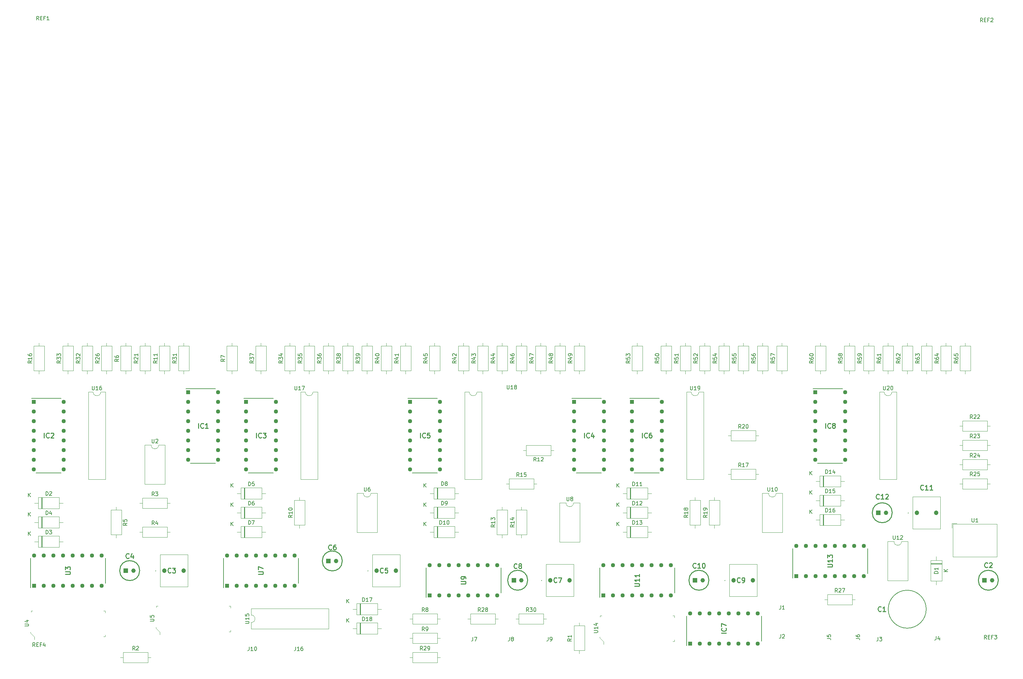
<source format=gbr>
%TF.GenerationSoftware,KiCad,Pcbnew,(6.0.2)*%
%TF.CreationDate,2022-04-29T17:00:25+02:00*%
%TF.ProjectId,Kniffel_V1,4b6e6966-6665-46c5-9f56-312e6b696361,rev?*%
%TF.SameCoordinates,Original*%
%TF.FileFunction,Legend,Top*%
%TF.FilePolarity,Positive*%
%FSLAX46Y46*%
G04 Gerber Fmt 4.6, Leading zero omitted, Abs format (unit mm)*
G04 Created by KiCad (PCBNEW (6.0.2)) date 2022-04-29 17:00:25*
%MOMM*%
%LPD*%
G01*
G04 APERTURE LIST*
%ADD10C,0.150000*%
%ADD11C,0.254000*%
%ADD12C,0.120000*%
%ADD13C,0.200000*%
%ADD14C,0.100000*%
%ADD15R,1.130000X1.130000*%
%ADD16C,1.130000*%
%ADD17C,1.200000*%
%ADD18R,1.150000X1.150000*%
%ADD19C,1.150000*%
G04 APERTURE END LIST*
D10*
%TO.C,REF2*%
X281452380Y-23152380D02*
X281119047Y-22676190D01*
X280880952Y-23152380D02*
X280880952Y-22152380D01*
X281261904Y-22152380D01*
X281357142Y-22200000D01*
X281404761Y-22247619D01*
X281452380Y-22342857D01*
X281452380Y-22485714D01*
X281404761Y-22580952D01*
X281357142Y-22628571D01*
X281261904Y-22676190D01*
X280880952Y-22676190D01*
X281880952Y-22628571D02*
X282214285Y-22628571D01*
X282357142Y-23152380D02*
X281880952Y-23152380D01*
X281880952Y-22152380D01*
X282357142Y-22152380D01*
X283119047Y-22628571D02*
X282785714Y-22628571D01*
X282785714Y-23152380D02*
X282785714Y-22152380D01*
X283261904Y-22152380D01*
X283595238Y-22247619D02*
X283642857Y-22200000D01*
X283738095Y-22152380D01*
X283976190Y-22152380D01*
X284071428Y-22200000D01*
X284119047Y-22247619D01*
X284166666Y-22342857D01*
X284166666Y-22438095D01*
X284119047Y-22580952D01*
X283547619Y-23152380D01*
X284166666Y-23152380D01*
%TO.C,REF1*%
X32952380Y-22652380D02*
X32619047Y-22176190D01*
X32380952Y-22652380D02*
X32380952Y-21652380D01*
X32761904Y-21652380D01*
X32857142Y-21700000D01*
X32904761Y-21747619D01*
X32952380Y-21842857D01*
X32952380Y-21985714D01*
X32904761Y-22080952D01*
X32857142Y-22128571D01*
X32761904Y-22176190D01*
X32380952Y-22176190D01*
X33380952Y-22128571D02*
X33714285Y-22128571D01*
X33857142Y-22652380D02*
X33380952Y-22652380D01*
X33380952Y-21652380D01*
X33857142Y-21652380D01*
X34619047Y-22128571D02*
X34285714Y-22128571D01*
X34285714Y-22652380D02*
X34285714Y-21652380D01*
X34761904Y-21652380D01*
X35666666Y-22652380D02*
X35095238Y-22652380D01*
X35380952Y-22652380D02*
X35380952Y-21652380D01*
X35285714Y-21795238D01*
X35190476Y-21890476D01*
X35095238Y-21938095D01*
%TO.C,REF4*%
X31952380Y-187652380D02*
X31619047Y-187176190D01*
X31380952Y-187652380D02*
X31380952Y-186652380D01*
X31761904Y-186652380D01*
X31857142Y-186700000D01*
X31904761Y-186747619D01*
X31952380Y-186842857D01*
X31952380Y-186985714D01*
X31904761Y-187080952D01*
X31857142Y-187128571D01*
X31761904Y-187176190D01*
X31380952Y-187176190D01*
X32380952Y-187128571D02*
X32714285Y-187128571D01*
X32857142Y-187652380D02*
X32380952Y-187652380D01*
X32380952Y-186652380D01*
X32857142Y-186652380D01*
X33619047Y-187128571D02*
X33285714Y-187128571D01*
X33285714Y-187652380D02*
X33285714Y-186652380D01*
X33761904Y-186652380D01*
X34571428Y-186985714D02*
X34571428Y-187652380D01*
X34333333Y-186604761D02*
X34095238Y-187319047D01*
X34714285Y-187319047D01*
%TO.C,REF3*%
X282452380Y-185652380D02*
X282119047Y-185176190D01*
X281880952Y-185652380D02*
X281880952Y-184652380D01*
X282261904Y-184652380D01*
X282357142Y-184700000D01*
X282404761Y-184747619D01*
X282452380Y-184842857D01*
X282452380Y-184985714D01*
X282404761Y-185080952D01*
X282357142Y-185128571D01*
X282261904Y-185176190D01*
X281880952Y-185176190D01*
X282880952Y-185128571D02*
X283214285Y-185128571D01*
X283357142Y-185652380D02*
X282880952Y-185652380D01*
X282880952Y-184652380D01*
X283357142Y-184652380D01*
X284119047Y-185128571D02*
X283785714Y-185128571D01*
X283785714Y-185652380D02*
X283785714Y-184652380D01*
X284261904Y-184652380D01*
X284547619Y-184652380D02*
X285166666Y-184652380D01*
X284833333Y-185033333D01*
X284976190Y-185033333D01*
X285071428Y-185080952D01*
X285119047Y-185128571D01*
X285166666Y-185223809D01*
X285166666Y-185461904D01*
X285119047Y-185557142D01*
X285071428Y-185604761D01*
X284976190Y-185652380D01*
X284690476Y-185652380D01*
X284595238Y-185604761D01*
X284547619Y-185557142D01*
%TO.C,R50*%
X196202380Y-112402857D02*
X195726190Y-112736190D01*
X196202380Y-112974285D02*
X195202380Y-112974285D01*
X195202380Y-112593333D01*
X195250000Y-112498095D01*
X195297619Y-112450476D01*
X195392857Y-112402857D01*
X195535714Y-112402857D01*
X195630952Y-112450476D01*
X195678571Y-112498095D01*
X195726190Y-112593333D01*
X195726190Y-112974285D01*
X195202380Y-111498095D02*
X195202380Y-111974285D01*
X195678571Y-112021904D01*
X195630952Y-111974285D01*
X195583333Y-111879047D01*
X195583333Y-111640952D01*
X195630952Y-111545714D01*
X195678571Y-111498095D01*
X195773809Y-111450476D01*
X196011904Y-111450476D01*
X196107142Y-111498095D01*
X196154761Y-111545714D01*
X196202380Y-111640952D01*
X196202380Y-111879047D01*
X196154761Y-111974285D01*
X196107142Y-112021904D01*
X195202380Y-110831428D02*
X195202380Y-110736190D01*
X195250000Y-110640952D01*
X195297619Y-110593333D01*
X195392857Y-110545714D01*
X195583333Y-110498095D01*
X195821428Y-110498095D01*
X196011904Y-110545714D01*
X196107142Y-110593333D01*
X196154761Y-110640952D01*
X196202380Y-110736190D01*
X196202380Y-110831428D01*
X196154761Y-110926666D01*
X196107142Y-110974285D01*
X196011904Y-111021904D01*
X195821428Y-111069523D01*
X195583333Y-111069523D01*
X195392857Y-111021904D01*
X195297619Y-110974285D01*
X195250000Y-110926666D01*
X195202380Y-110831428D01*
%TO.C,R47*%
X163182380Y-112402857D02*
X162706190Y-112736190D01*
X163182380Y-112974285D02*
X162182380Y-112974285D01*
X162182380Y-112593333D01*
X162230000Y-112498095D01*
X162277619Y-112450476D01*
X162372857Y-112402857D01*
X162515714Y-112402857D01*
X162610952Y-112450476D01*
X162658571Y-112498095D01*
X162706190Y-112593333D01*
X162706190Y-112974285D01*
X162515714Y-111545714D02*
X163182380Y-111545714D01*
X162134761Y-111783809D02*
X162849047Y-112021904D01*
X162849047Y-111402857D01*
X162182380Y-111117142D02*
X162182380Y-110450476D01*
X163182380Y-110879047D01*
%TO.C,R37*%
X89522380Y-112402857D02*
X89046190Y-112736190D01*
X89522380Y-112974285D02*
X88522380Y-112974285D01*
X88522380Y-112593333D01*
X88570000Y-112498095D01*
X88617619Y-112450476D01*
X88712857Y-112402857D01*
X88855714Y-112402857D01*
X88950952Y-112450476D01*
X88998571Y-112498095D01*
X89046190Y-112593333D01*
X89046190Y-112974285D01*
X88522380Y-112069523D02*
X88522380Y-111450476D01*
X88903333Y-111783809D01*
X88903333Y-111640952D01*
X88950952Y-111545714D01*
X88998571Y-111498095D01*
X89093809Y-111450476D01*
X89331904Y-111450476D01*
X89427142Y-111498095D01*
X89474761Y-111545714D01*
X89522380Y-111640952D01*
X89522380Y-111926666D01*
X89474761Y-112021904D01*
X89427142Y-112069523D01*
X88522380Y-111117142D02*
X88522380Y-110450476D01*
X89522380Y-110879047D01*
%TO.C,J1*%
X228266666Y-176842380D02*
X228266666Y-177556666D01*
X228219047Y-177699523D01*
X228123809Y-177794761D01*
X227980952Y-177842380D01*
X227885714Y-177842380D01*
X229266666Y-177842380D02*
X228695238Y-177842380D01*
X228980952Y-177842380D02*
X228980952Y-176842380D01*
X228885714Y-176985238D01*
X228790476Y-177080476D01*
X228695238Y-177128095D01*
%TO.C,R18*%
X203822380Y-153042857D02*
X203346190Y-153376190D01*
X203822380Y-153614285D02*
X202822380Y-153614285D01*
X202822380Y-153233333D01*
X202870000Y-153138095D01*
X202917619Y-153090476D01*
X203012857Y-153042857D01*
X203155714Y-153042857D01*
X203250952Y-153090476D01*
X203298571Y-153138095D01*
X203346190Y-153233333D01*
X203346190Y-153614285D01*
X203822380Y-152090476D02*
X203822380Y-152661904D01*
X203822380Y-152376190D02*
X202822380Y-152376190D01*
X202965238Y-152471428D01*
X203060476Y-152566666D01*
X203108095Y-152661904D01*
X203250952Y-151519047D02*
X203203333Y-151614285D01*
X203155714Y-151661904D01*
X203060476Y-151709523D01*
X203012857Y-151709523D01*
X202917619Y-151661904D01*
X202870000Y-151614285D01*
X202822380Y-151519047D01*
X202822380Y-151328571D01*
X202870000Y-151233333D01*
X202917619Y-151185714D01*
X203012857Y-151138095D01*
X203060476Y-151138095D01*
X203155714Y-151185714D01*
X203203333Y-151233333D01*
X203250952Y-151328571D01*
X203250952Y-151519047D01*
X203298571Y-151614285D01*
X203346190Y-151661904D01*
X203441428Y-151709523D01*
X203631904Y-151709523D01*
X203727142Y-151661904D01*
X203774761Y-151614285D01*
X203822380Y-151519047D01*
X203822380Y-151328571D01*
X203774761Y-151233333D01*
X203727142Y-151185714D01*
X203631904Y-151138095D01*
X203441428Y-151138095D01*
X203346190Y-151185714D01*
X203298571Y-151233333D01*
X203250952Y-151328571D01*
%TO.C,R35*%
X102222380Y-112402857D02*
X101746190Y-112736190D01*
X102222380Y-112974285D02*
X101222380Y-112974285D01*
X101222380Y-112593333D01*
X101270000Y-112498095D01*
X101317619Y-112450476D01*
X101412857Y-112402857D01*
X101555714Y-112402857D01*
X101650952Y-112450476D01*
X101698571Y-112498095D01*
X101746190Y-112593333D01*
X101746190Y-112974285D01*
X101222380Y-112069523D02*
X101222380Y-111450476D01*
X101603333Y-111783809D01*
X101603333Y-111640952D01*
X101650952Y-111545714D01*
X101698571Y-111498095D01*
X101793809Y-111450476D01*
X102031904Y-111450476D01*
X102127142Y-111498095D01*
X102174761Y-111545714D01*
X102222380Y-111640952D01*
X102222380Y-111926666D01*
X102174761Y-112021904D01*
X102127142Y-112069523D01*
X101222380Y-110545714D02*
X101222380Y-111021904D01*
X101698571Y-111069523D01*
X101650952Y-111021904D01*
X101603333Y-110926666D01*
X101603333Y-110688571D01*
X101650952Y-110593333D01*
X101698571Y-110545714D01*
X101793809Y-110498095D01*
X102031904Y-110498095D01*
X102127142Y-110545714D01*
X102174761Y-110593333D01*
X102222380Y-110688571D01*
X102222380Y-110926666D01*
X102174761Y-111021904D01*
X102127142Y-111069523D01*
D11*
%TO.C,IC3*%
X90200238Y-132654523D02*
X90200238Y-131384523D01*
X91530714Y-132533571D02*
X91470238Y-132594047D01*
X91288809Y-132654523D01*
X91167857Y-132654523D01*
X90986428Y-132594047D01*
X90865476Y-132473095D01*
X90805000Y-132352142D01*
X90744523Y-132110238D01*
X90744523Y-131928809D01*
X90805000Y-131686904D01*
X90865476Y-131565952D01*
X90986428Y-131445000D01*
X91167857Y-131384523D01*
X91288809Y-131384523D01*
X91470238Y-131445000D01*
X91530714Y-131505476D01*
X91954047Y-131384523D02*
X92740238Y-131384523D01*
X92316904Y-131868333D01*
X92498333Y-131868333D01*
X92619285Y-131928809D01*
X92679761Y-131989285D01*
X92740238Y-132110238D01*
X92740238Y-132412619D01*
X92679761Y-132533571D01*
X92619285Y-132594047D01*
X92498333Y-132654523D01*
X92135476Y-132654523D01*
X92014523Y-132594047D01*
X91954047Y-132533571D01*
D10*
%TO.C,J6*%
X248082380Y-185513333D02*
X248796666Y-185513333D01*
X248939523Y-185560952D01*
X249034761Y-185656190D01*
X249082380Y-185799047D01*
X249082380Y-185894285D01*
X248082380Y-184608571D02*
X248082380Y-184799047D01*
X248130000Y-184894285D01*
X248177619Y-184941904D01*
X248320476Y-185037142D01*
X248510952Y-185084761D01*
X248891904Y-185084761D01*
X248987142Y-185037142D01*
X249034761Y-184989523D01*
X249082380Y-184894285D01*
X249082380Y-184703809D01*
X249034761Y-184608571D01*
X248987142Y-184560952D01*
X248891904Y-184513333D01*
X248653809Y-184513333D01*
X248558571Y-184560952D01*
X248510952Y-184608571D01*
X248463333Y-184703809D01*
X248463333Y-184894285D01*
X248510952Y-184989523D01*
X248558571Y-185037142D01*
X248653809Y-185084761D01*
%TO.C,R10*%
X99682380Y-153042857D02*
X99206190Y-153376190D01*
X99682380Y-153614285D02*
X98682380Y-153614285D01*
X98682380Y-153233333D01*
X98730000Y-153138095D01*
X98777619Y-153090476D01*
X98872857Y-153042857D01*
X99015714Y-153042857D01*
X99110952Y-153090476D01*
X99158571Y-153138095D01*
X99206190Y-153233333D01*
X99206190Y-153614285D01*
X99682380Y-152090476D02*
X99682380Y-152661904D01*
X99682380Y-152376190D02*
X98682380Y-152376190D01*
X98825238Y-152471428D01*
X98920476Y-152566666D01*
X98968095Y-152661904D01*
X98682380Y-151471428D02*
X98682380Y-151376190D01*
X98730000Y-151280952D01*
X98777619Y-151233333D01*
X98872857Y-151185714D01*
X99063333Y-151138095D01*
X99301428Y-151138095D01*
X99491904Y-151185714D01*
X99587142Y-151233333D01*
X99634761Y-151280952D01*
X99682380Y-151376190D01*
X99682380Y-151471428D01*
X99634761Y-151566666D01*
X99587142Y-151614285D01*
X99491904Y-151661904D01*
X99301428Y-151709523D01*
X99063333Y-151709523D01*
X98872857Y-151661904D01*
X98777619Y-151614285D01*
X98730000Y-151566666D01*
X98682380Y-151471428D01*
%TO.C,U17*%
X100346904Y-119052380D02*
X100346904Y-119861904D01*
X100394523Y-119957142D01*
X100442142Y-120004761D01*
X100537380Y-120052380D01*
X100727857Y-120052380D01*
X100823095Y-120004761D01*
X100870714Y-119957142D01*
X100918333Y-119861904D01*
X100918333Y-119052380D01*
X101918333Y-120052380D02*
X101346904Y-120052380D01*
X101632619Y-120052380D02*
X101632619Y-119052380D01*
X101537380Y-119195238D01*
X101442142Y-119290476D01*
X101346904Y-119338095D01*
X102251666Y-119052380D02*
X102918333Y-119052380D01*
X102489761Y-120052380D01*
%TO.C,J5*%
X240462380Y-185513333D02*
X241176666Y-185513333D01*
X241319523Y-185560952D01*
X241414761Y-185656190D01*
X241462380Y-185799047D01*
X241462380Y-185894285D01*
X240462380Y-184560952D02*
X240462380Y-185037142D01*
X240938571Y-185084761D01*
X240890952Y-185037142D01*
X240843333Y-184941904D01*
X240843333Y-184703809D01*
X240890952Y-184608571D01*
X240938571Y-184560952D01*
X241033809Y-184513333D01*
X241271904Y-184513333D01*
X241367142Y-184560952D01*
X241414761Y-184608571D01*
X241462380Y-184703809D01*
X241462380Y-184941904D01*
X241414761Y-185037142D01*
X241367142Y-185084761D01*
%TO.C,R25*%
X278757142Y-142692380D02*
X278423809Y-142216190D01*
X278185714Y-142692380D02*
X278185714Y-141692380D01*
X278566666Y-141692380D01*
X278661904Y-141740000D01*
X278709523Y-141787619D01*
X278757142Y-141882857D01*
X278757142Y-142025714D01*
X278709523Y-142120952D01*
X278661904Y-142168571D01*
X278566666Y-142216190D01*
X278185714Y-142216190D01*
X279138095Y-141787619D02*
X279185714Y-141740000D01*
X279280952Y-141692380D01*
X279519047Y-141692380D01*
X279614285Y-141740000D01*
X279661904Y-141787619D01*
X279709523Y-141882857D01*
X279709523Y-141978095D01*
X279661904Y-142120952D01*
X279090476Y-142692380D01*
X279709523Y-142692380D01*
X280614285Y-141692380D02*
X280138095Y-141692380D01*
X280090476Y-142168571D01*
X280138095Y-142120952D01*
X280233333Y-142073333D01*
X280471428Y-142073333D01*
X280566666Y-142120952D01*
X280614285Y-142168571D01*
X280661904Y-142263809D01*
X280661904Y-142501904D01*
X280614285Y-142597142D01*
X280566666Y-142644761D01*
X280471428Y-142692380D01*
X280233333Y-142692380D01*
X280138095Y-142644761D01*
X280090476Y-142597142D01*
%TO.C,R4*%
X63333333Y-155562380D02*
X63000000Y-155086190D01*
X62761904Y-155562380D02*
X62761904Y-154562380D01*
X63142857Y-154562380D01*
X63238095Y-154610000D01*
X63285714Y-154657619D01*
X63333333Y-154752857D01*
X63333333Y-154895714D01*
X63285714Y-154990952D01*
X63238095Y-155038571D01*
X63142857Y-155086190D01*
X62761904Y-155086190D01*
X64190476Y-154895714D02*
X64190476Y-155562380D01*
X63952380Y-154514761D02*
X63714285Y-155229047D01*
X64333333Y-155229047D01*
%TO.C,R28*%
X149217142Y-178422380D02*
X148883809Y-177946190D01*
X148645714Y-178422380D02*
X148645714Y-177422380D01*
X149026666Y-177422380D01*
X149121904Y-177470000D01*
X149169523Y-177517619D01*
X149217142Y-177612857D01*
X149217142Y-177755714D01*
X149169523Y-177850952D01*
X149121904Y-177898571D01*
X149026666Y-177946190D01*
X148645714Y-177946190D01*
X149598095Y-177517619D02*
X149645714Y-177470000D01*
X149740952Y-177422380D01*
X149979047Y-177422380D01*
X150074285Y-177470000D01*
X150121904Y-177517619D01*
X150169523Y-177612857D01*
X150169523Y-177708095D01*
X150121904Y-177850952D01*
X149550476Y-178422380D01*
X150169523Y-178422380D01*
X150740952Y-177850952D02*
X150645714Y-177803333D01*
X150598095Y-177755714D01*
X150550476Y-177660476D01*
X150550476Y-177612857D01*
X150598095Y-177517619D01*
X150645714Y-177470000D01*
X150740952Y-177422380D01*
X150931428Y-177422380D01*
X151026666Y-177470000D01*
X151074285Y-177517619D01*
X151121904Y-177612857D01*
X151121904Y-177660476D01*
X151074285Y-177755714D01*
X151026666Y-177803333D01*
X150931428Y-177850952D01*
X150740952Y-177850952D01*
X150645714Y-177898571D01*
X150598095Y-177946190D01*
X150550476Y-178041428D01*
X150550476Y-178231904D01*
X150598095Y-178327142D01*
X150645714Y-178374761D01*
X150740952Y-178422380D01*
X150931428Y-178422380D01*
X151026666Y-178374761D01*
X151074285Y-178327142D01*
X151121904Y-178231904D01*
X151121904Y-178041428D01*
X151074285Y-177946190D01*
X151026666Y-177898571D01*
X150931428Y-177850952D01*
%TO.C,R42*%
X142862380Y-112402857D02*
X142386190Y-112736190D01*
X142862380Y-112974285D02*
X141862380Y-112974285D01*
X141862380Y-112593333D01*
X141910000Y-112498095D01*
X141957619Y-112450476D01*
X142052857Y-112402857D01*
X142195714Y-112402857D01*
X142290952Y-112450476D01*
X142338571Y-112498095D01*
X142386190Y-112593333D01*
X142386190Y-112974285D01*
X142195714Y-111545714D02*
X142862380Y-111545714D01*
X141814761Y-111783809D02*
X142529047Y-112021904D01*
X142529047Y-111402857D01*
X141957619Y-111069523D02*
X141910000Y-111021904D01*
X141862380Y-110926666D01*
X141862380Y-110688571D01*
X141910000Y-110593333D01*
X141957619Y-110545714D01*
X142052857Y-110498095D01*
X142148095Y-110498095D01*
X142290952Y-110545714D01*
X142862380Y-111117142D01*
X142862380Y-110498095D01*
%TO.C,R60*%
X236842380Y-112402857D02*
X236366190Y-112736190D01*
X236842380Y-112974285D02*
X235842380Y-112974285D01*
X235842380Y-112593333D01*
X235890000Y-112498095D01*
X235937619Y-112450476D01*
X236032857Y-112402857D01*
X236175714Y-112402857D01*
X236270952Y-112450476D01*
X236318571Y-112498095D01*
X236366190Y-112593333D01*
X236366190Y-112974285D01*
X235842380Y-111545714D02*
X235842380Y-111736190D01*
X235890000Y-111831428D01*
X235937619Y-111879047D01*
X236080476Y-111974285D01*
X236270952Y-112021904D01*
X236651904Y-112021904D01*
X236747142Y-111974285D01*
X236794761Y-111926666D01*
X236842380Y-111831428D01*
X236842380Y-111640952D01*
X236794761Y-111545714D01*
X236747142Y-111498095D01*
X236651904Y-111450476D01*
X236413809Y-111450476D01*
X236318571Y-111498095D01*
X236270952Y-111545714D01*
X236223333Y-111640952D01*
X236223333Y-111831428D01*
X236270952Y-111926666D01*
X236318571Y-111974285D01*
X236413809Y-112021904D01*
X235842380Y-110831428D02*
X235842380Y-110736190D01*
X235890000Y-110640952D01*
X235937619Y-110593333D01*
X236032857Y-110545714D01*
X236223333Y-110498095D01*
X236461428Y-110498095D01*
X236651904Y-110545714D01*
X236747142Y-110593333D01*
X236794761Y-110640952D01*
X236842380Y-110736190D01*
X236842380Y-110831428D01*
X236794761Y-110926666D01*
X236747142Y-110974285D01*
X236651904Y-111021904D01*
X236461428Y-111069523D01*
X236223333Y-111069523D01*
X236032857Y-111021904D01*
X235937619Y-110974285D01*
X235890000Y-110926666D01*
X235842380Y-110831428D01*
%TO.C,R15*%
X159377142Y-142862380D02*
X159043809Y-142386190D01*
X158805714Y-142862380D02*
X158805714Y-141862380D01*
X159186666Y-141862380D01*
X159281904Y-141910000D01*
X159329523Y-141957619D01*
X159377142Y-142052857D01*
X159377142Y-142195714D01*
X159329523Y-142290952D01*
X159281904Y-142338571D01*
X159186666Y-142386190D01*
X158805714Y-142386190D01*
X160329523Y-142862380D02*
X159758095Y-142862380D01*
X160043809Y-142862380D02*
X160043809Y-141862380D01*
X159948571Y-142005238D01*
X159853333Y-142100476D01*
X159758095Y-142148095D01*
X161234285Y-141862380D02*
X160758095Y-141862380D01*
X160710476Y-142338571D01*
X160758095Y-142290952D01*
X160853333Y-142243333D01*
X161091428Y-142243333D01*
X161186666Y-142290952D01*
X161234285Y-142338571D01*
X161281904Y-142433809D01*
X161281904Y-142671904D01*
X161234285Y-142767142D01*
X161186666Y-142814761D01*
X161091428Y-142862380D01*
X160853333Y-142862380D01*
X160758095Y-142814761D01*
X160710476Y-142767142D01*
%TO.C,R11*%
X64122380Y-112402857D02*
X63646190Y-112736190D01*
X64122380Y-112974285D02*
X63122380Y-112974285D01*
X63122380Y-112593333D01*
X63170000Y-112498095D01*
X63217619Y-112450476D01*
X63312857Y-112402857D01*
X63455714Y-112402857D01*
X63550952Y-112450476D01*
X63598571Y-112498095D01*
X63646190Y-112593333D01*
X63646190Y-112974285D01*
X64122380Y-111450476D02*
X64122380Y-112021904D01*
X64122380Y-111736190D02*
X63122380Y-111736190D01*
X63265238Y-111831428D01*
X63360476Y-111926666D01*
X63408095Y-112021904D01*
X64122380Y-110498095D02*
X64122380Y-111069523D01*
X64122380Y-110783809D02*
X63122380Y-110783809D01*
X63265238Y-110879047D01*
X63360476Y-110974285D01*
X63408095Y-111069523D01*
%TO.C,R20*%
X217797142Y-130162380D02*
X217463809Y-129686190D01*
X217225714Y-130162380D02*
X217225714Y-129162380D01*
X217606666Y-129162380D01*
X217701904Y-129210000D01*
X217749523Y-129257619D01*
X217797142Y-129352857D01*
X217797142Y-129495714D01*
X217749523Y-129590952D01*
X217701904Y-129638571D01*
X217606666Y-129686190D01*
X217225714Y-129686190D01*
X218178095Y-129257619D02*
X218225714Y-129210000D01*
X218320952Y-129162380D01*
X218559047Y-129162380D01*
X218654285Y-129210000D01*
X218701904Y-129257619D01*
X218749523Y-129352857D01*
X218749523Y-129448095D01*
X218701904Y-129590952D01*
X218130476Y-130162380D01*
X218749523Y-130162380D01*
X219368571Y-129162380D02*
X219463809Y-129162380D01*
X219559047Y-129210000D01*
X219606666Y-129257619D01*
X219654285Y-129352857D01*
X219701904Y-129543333D01*
X219701904Y-129781428D01*
X219654285Y-129971904D01*
X219606666Y-130067142D01*
X219559047Y-130114761D01*
X219463809Y-130162380D01*
X219368571Y-130162380D01*
X219273333Y-130114761D01*
X219225714Y-130067142D01*
X219178095Y-129971904D01*
X219130476Y-129781428D01*
X219130476Y-129543333D01*
X219178095Y-129352857D01*
X219225714Y-129257619D01*
X219273333Y-129210000D01*
X219368571Y-129162380D01*
%TO.C,R3*%
X63333333Y-147942380D02*
X63000000Y-147466190D01*
X62761904Y-147942380D02*
X62761904Y-146942380D01*
X63142857Y-146942380D01*
X63238095Y-146990000D01*
X63285714Y-147037619D01*
X63333333Y-147132857D01*
X63333333Y-147275714D01*
X63285714Y-147370952D01*
X63238095Y-147418571D01*
X63142857Y-147466190D01*
X62761904Y-147466190D01*
X63666666Y-146942380D02*
X64285714Y-146942380D01*
X63952380Y-147323333D01*
X64095238Y-147323333D01*
X64190476Y-147370952D01*
X64238095Y-147418571D01*
X64285714Y-147513809D01*
X64285714Y-147751904D01*
X64238095Y-147847142D01*
X64190476Y-147894761D01*
X64095238Y-147942380D01*
X63809523Y-147942380D01*
X63714285Y-147894761D01*
X63666666Y-147847142D01*
%TO.C,D18*%
X118165714Y-180862380D02*
X118165714Y-179862380D01*
X118403809Y-179862380D01*
X118546666Y-179910000D01*
X118641904Y-180005238D01*
X118689523Y-180100476D01*
X118737142Y-180290952D01*
X118737142Y-180433809D01*
X118689523Y-180624285D01*
X118641904Y-180719523D01*
X118546666Y-180814761D01*
X118403809Y-180862380D01*
X118165714Y-180862380D01*
X119689523Y-180862380D02*
X119118095Y-180862380D01*
X119403809Y-180862380D02*
X119403809Y-179862380D01*
X119308571Y-180005238D01*
X119213333Y-180100476D01*
X119118095Y-180148095D01*
X120260952Y-180290952D02*
X120165714Y-180243333D01*
X120118095Y-180195714D01*
X120070476Y-180100476D01*
X120070476Y-180052857D01*
X120118095Y-179957619D01*
X120165714Y-179910000D01*
X120260952Y-179862380D01*
X120451428Y-179862380D01*
X120546666Y-179910000D01*
X120594285Y-179957619D01*
X120641904Y-180052857D01*
X120641904Y-180100476D01*
X120594285Y-180195714D01*
X120546666Y-180243333D01*
X120451428Y-180290952D01*
X120260952Y-180290952D01*
X120165714Y-180338571D01*
X120118095Y-180386190D01*
X120070476Y-180481428D01*
X120070476Y-180671904D01*
X120118095Y-180767142D01*
X120165714Y-180814761D01*
X120260952Y-180862380D01*
X120451428Y-180862380D01*
X120546666Y-180814761D01*
X120594285Y-180767142D01*
X120641904Y-180671904D01*
X120641904Y-180481428D01*
X120594285Y-180386190D01*
X120546666Y-180338571D01*
X120451428Y-180290952D01*
X114038095Y-181232380D02*
X114038095Y-180232380D01*
X114609523Y-181232380D02*
X114180952Y-180660952D01*
X114609523Y-180232380D02*
X114038095Y-180803809D01*
D11*
%TO.C,IC5*%
X133380238Y-132654523D02*
X133380238Y-131384523D01*
X134710714Y-132533571D02*
X134650238Y-132594047D01*
X134468809Y-132654523D01*
X134347857Y-132654523D01*
X134166428Y-132594047D01*
X134045476Y-132473095D01*
X133985000Y-132352142D01*
X133924523Y-132110238D01*
X133924523Y-131928809D01*
X133985000Y-131686904D01*
X134045476Y-131565952D01*
X134166428Y-131445000D01*
X134347857Y-131384523D01*
X134468809Y-131384523D01*
X134650238Y-131445000D01*
X134710714Y-131505476D01*
X135859761Y-131384523D02*
X135255000Y-131384523D01*
X135194523Y-131989285D01*
X135255000Y-131928809D01*
X135375952Y-131868333D01*
X135678333Y-131868333D01*
X135799285Y-131928809D01*
X135859761Y-131989285D01*
X135920238Y-132110238D01*
X135920238Y-132412619D01*
X135859761Y-132533571D01*
X135799285Y-132594047D01*
X135678333Y-132654523D01*
X135375952Y-132654523D01*
X135255000Y-132594047D01*
X135194523Y-132533571D01*
D10*
%TO.C,U6*%
X118628095Y-145722380D02*
X118628095Y-146531904D01*
X118675714Y-146627142D01*
X118723333Y-146674761D01*
X118818571Y-146722380D01*
X119009047Y-146722380D01*
X119104285Y-146674761D01*
X119151904Y-146627142D01*
X119199523Y-146531904D01*
X119199523Y-145722380D01*
X120104285Y-145722380D02*
X119913809Y-145722380D01*
X119818571Y-145770000D01*
X119770952Y-145817619D01*
X119675714Y-145960476D01*
X119628095Y-146150952D01*
X119628095Y-146531904D01*
X119675714Y-146627142D01*
X119723333Y-146674761D01*
X119818571Y-146722380D01*
X120009047Y-146722380D01*
X120104285Y-146674761D01*
X120151904Y-146627142D01*
X120199523Y-146531904D01*
X120199523Y-146293809D01*
X120151904Y-146198571D01*
X120104285Y-146150952D01*
X120009047Y-146103333D01*
X119818571Y-146103333D01*
X119723333Y-146150952D01*
X119675714Y-146198571D01*
X119628095Y-146293809D01*
D11*
%TO.C,C3*%
X67703333Y-168093571D02*
X67642857Y-168154047D01*
X67461428Y-168214523D01*
X67340476Y-168214523D01*
X67159047Y-168154047D01*
X67038095Y-168033095D01*
X66977619Y-167912142D01*
X66917142Y-167670238D01*
X66917142Y-167488809D01*
X66977619Y-167246904D01*
X67038095Y-167125952D01*
X67159047Y-167005000D01*
X67340476Y-166944523D01*
X67461428Y-166944523D01*
X67642857Y-167005000D01*
X67703333Y-167065476D01*
X68126666Y-166944523D02*
X68912857Y-166944523D01*
X68489523Y-167428333D01*
X68670952Y-167428333D01*
X68791904Y-167488809D01*
X68852380Y-167549285D01*
X68912857Y-167670238D01*
X68912857Y-167972619D01*
X68852380Y-168093571D01*
X68791904Y-168154047D01*
X68670952Y-168214523D01*
X68308095Y-168214523D01*
X68187142Y-168154047D01*
X68126666Y-168093571D01*
D10*
%TO.C,R2*%
X58253333Y-188582380D02*
X57920000Y-188106190D01*
X57681904Y-188582380D02*
X57681904Y-187582380D01*
X58062857Y-187582380D01*
X58158095Y-187630000D01*
X58205714Y-187677619D01*
X58253333Y-187772857D01*
X58253333Y-187915714D01*
X58205714Y-188010952D01*
X58158095Y-188058571D01*
X58062857Y-188106190D01*
X57681904Y-188106190D01*
X58634285Y-187677619D02*
X58681904Y-187630000D01*
X58777142Y-187582380D01*
X59015238Y-187582380D01*
X59110476Y-187630000D01*
X59158095Y-187677619D01*
X59205714Y-187772857D01*
X59205714Y-187868095D01*
X59158095Y-188010952D01*
X58586666Y-188582380D01*
X59205714Y-188582380D01*
%TO.C,D11*%
X189285714Y-145302380D02*
X189285714Y-144302380D01*
X189523809Y-144302380D01*
X189666666Y-144350000D01*
X189761904Y-144445238D01*
X189809523Y-144540476D01*
X189857142Y-144730952D01*
X189857142Y-144873809D01*
X189809523Y-145064285D01*
X189761904Y-145159523D01*
X189666666Y-145254761D01*
X189523809Y-145302380D01*
X189285714Y-145302380D01*
X190809523Y-145302380D02*
X190238095Y-145302380D01*
X190523809Y-145302380D02*
X190523809Y-144302380D01*
X190428571Y-144445238D01*
X190333333Y-144540476D01*
X190238095Y-144588095D01*
X191761904Y-145302380D02*
X191190476Y-145302380D01*
X191476190Y-145302380D02*
X191476190Y-144302380D01*
X191380952Y-144445238D01*
X191285714Y-144540476D01*
X191190476Y-144588095D01*
X185158095Y-145672380D02*
X185158095Y-144672380D01*
X185729523Y-145672380D02*
X185300952Y-145100952D01*
X185729523Y-144672380D02*
X185158095Y-145243809D01*
D11*
%TO.C,IC8*%
X240060238Y-130114523D02*
X240060238Y-128844523D01*
X241390714Y-129993571D02*
X241330238Y-130054047D01*
X241148809Y-130114523D01*
X241027857Y-130114523D01*
X240846428Y-130054047D01*
X240725476Y-129933095D01*
X240665000Y-129812142D01*
X240604523Y-129570238D01*
X240604523Y-129388809D01*
X240665000Y-129146904D01*
X240725476Y-129025952D01*
X240846428Y-128905000D01*
X241027857Y-128844523D01*
X241148809Y-128844523D01*
X241330238Y-128905000D01*
X241390714Y-128965476D01*
X242116428Y-129388809D02*
X241995476Y-129328333D01*
X241935000Y-129267857D01*
X241874523Y-129146904D01*
X241874523Y-129086428D01*
X241935000Y-128965476D01*
X241995476Y-128905000D01*
X242116428Y-128844523D01*
X242358333Y-128844523D01*
X242479285Y-128905000D01*
X242539761Y-128965476D01*
X242600238Y-129086428D01*
X242600238Y-129146904D01*
X242539761Y-129267857D01*
X242479285Y-129328333D01*
X242358333Y-129388809D01*
X242116428Y-129388809D01*
X241995476Y-129449285D01*
X241935000Y-129509761D01*
X241874523Y-129630714D01*
X241874523Y-129872619D01*
X241935000Y-129993571D01*
X241995476Y-130054047D01*
X242116428Y-130114523D01*
X242358333Y-130114523D01*
X242479285Y-130054047D01*
X242539761Y-129993571D01*
X242600238Y-129872619D01*
X242600238Y-129630714D01*
X242539761Y-129509761D01*
X242479285Y-129449285D01*
X242358333Y-129388809D01*
D10*
%TO.C,R54*%
X211442380Y-112402857D02*
X210966190Y-112736190D01*
X211442380Y-112974285D02*
X210442380Y-112974285D01*
X210442380Y-112593333D01*
X210490000Y-112498095D01*
X210537619Y-112450476D01*
X210632857Y-112402857D01*
X210775714Y-112402857D01*
X210870952Y-112450476D01*
X210918571Y-112498095D01*
X210966190Y-112593333D01*
X210966190Y-112974285D01*
X210442380Y-111498095D02*
X210442380Y-111974285D01*
X210918571Y-112021904D01*
X210870952Y-111974285D01*
X210823333Y-111879047D01*
X210823333Y-111640952D01*
X210870952Y-111545714D01*
X210918571Y-111498095D01*
X211013809Y-111450476D01*
X211251904Y-111450476D01*
X211347142Y-111498095D01*
X211394761Y-111545714D01*
X211442380Y-111640952D01*
X211442380Y-111879047D01*
X211394761Y-111974285D01*
X211347142Y-112021904D01*
X210775714Y-110593333D02*
X211442380Y-110593333D01*
X210394761Y-110831428D02*
X211109047Y-111069523D01*
X211109047Y-110450476D01*
%TO.C,D1*%
X269692380Y-168378095D02*
X268692380Y-168378095D01*
X268692380Y-168140000D01*
X268740000Y-167997142D01*
X268835238Y-167901904D01*
X268930476Y-167854285D01*
X269120952Y-167806666D01*
X269263809Y-167806666D01*
X269454285Y-167854285D01*
X269549523Y-167901904D01*
X269644761Y-167997142D01*
X269692380Y-168140000D01*
X269692380Y-168378095D01*
X269692380Y-166854285D02*
X269692380Y-167425714D01*
X269692380Y-167140000D02*
X268692380Y-167140000D01*
X268835238Y-167235238D01*
X268930476Y-167330476D01*
X268978095Y-167425714D01*
X272232380Y-167901904D02*
X271232380Y-167901904D01*
X272232380Y-167330476D02*
X271660952Y-167759047D01*
X271232380Y-167330476D02*
X271803809Y-167901904D01*
D11*
%TO.C,IC2*%
X34320238Y-132654523D02*
X34320238Y-131384523D01*
X35650714Y-132533571D02*
X35590238Y-132594047D01*
X35408809Y-132654523D01*
X35287857Y-132654523D01*
X35106428Y-132594047D01*
X34985476Y-132473095D01*
X34925000Y-132352142D01*
X34864523Y-132110238D01*
X34864523Y-131928809D01*
X34925000Y-131686904D01*
X34985476Y-131565952D01*
X35106428Y-131445000D01*
X35287857Y-131384523D01*
X35408809Y-131384523D01*
X35590238Y-131445000D01*
X35650714Y-131505476D01*
X36134523Y-131505476D02*
X36195000Y-131445000D01*
X36315952Y-131384523D01*
X36618333Y-131384523D01*
X36739285Y-131445000D01*
X36799761Y-131505476D01*
X36860238Y-131626428D01*
X36860238Y-131747380D01*
X36799761Y-131928809D01*
X36074047Y-132654523D01*
X36860238Y-132654523D01*
D10*
%TO.C,D3*%
X34821904Y-158002380D02*
X34821904Y-157002380D01*
X35060000Y-157002380D01*
X35202857Y-157050000D01*
X35298095Y-157145238D01*
X35345714Y-157240476D01*
X35393333Y-157430952D01*
X35393333Y-157573809D01*
X35345714Y-157764285D01*
X35298095Y-157859523D01*
X35202857Y-157954761D01*
X35060000Y-158002380D01*
X34821904Y-158002380D01*
X35726666Y-157002380D02*
X36345714Y-157002380D01*
X36012380Y-157383333D01*
X36155238Y-157383333D01*
X36250476Y-157430952D01*
X36298095Y-157478571D01*
X36345714Y-157573809D01*
X36345714Y-157811904D01*
X36298095Y-157907142D01*
X36250476Y-157954761D01*
X36155238Y-158002380D01*
X35869523Y-158002380D01*
X35774285Y-157954761D01*
X35726666Y-157907142D01*
X30218095Y-158372380D02*
X30218095Y-157372380D01*
X30789523Y-158372380D02*
X30360952Y-157800952D01*
X30789523Y-157372380D02*
X30218095Y-157943809D01*
%TO.C,U10*%
X224831904Y-145722380D02*
X224831904Y-146531904D01*
X224879523Y-146627142D01*
X224927142Y-146674761D01*
X225022380Y-146722380D01*
X225212857Y-146722380D01*
X225308095Y-146674761D01*
X225355714Y-146627142D01*
X225403333Y-146531904D01*
X225403333Y-145722380D01*
X226403333Y-146722380D02*
X225831904Y-146722380D01*
X226117619Y-146722380D02*
X226117619Y-145722380D01*
X226022380Y-145865238D01*
X225927142Y-145960476D01*
X225831904Y-146008095D01*
X227022380Y-145722380D02*
X227117619Y-145722380D01*
X227212857Y-145770000D01*
X227260476Y-145817619D01*
X227308095Y-145912857D01*
X227355714Y-146103333D01*
X227355714Y-146341428D01*
X227308095Y-146531904D01*
X227260476Y-146627142D01*
X227212857Y-146674761D01*
X227117619Y-146722380D01*
X227022380Y-146722380D01*
X226927142Y-146674761D01*
X226879523Y-146627142D01*
X226831904Y-146531904D01*
X226784285Y-146341428D01*
X226784285Y-146103333D01*
X226831904Y-145912857D01*
X226879523Y-145817619D01*
X226927142Y-145770000D01*
X227022380Y-145722380D01*
%TO.C,J4*%
X269186666Y-184942380D02*
X269186666Y-185656666D01*
X269139047Y-185799523D01*
X269043809Y-185894761D01*
X268900952Y-185942380D01*
X268805714Y-185942380D01*
X270091428Y-185275714D02*
X270091428Y-185942380D01*
X269853333Y-184894761D02*
X269615238Y-185609047D01*
X270234285Y-185609047D01*
D11*
%TO.C,C11*%
X265843571Y-146249571D02*
X265783095Y-146310047D01*
X265601666Y-146370523D01*
X265480714Y-146370523D01*
X265299285Y-146310047D01*
X265178333Y-146189095D01*
X265117857Y-146068142D01*
X265057380Y-145826238D01*
X265057380Y-145644809D01*
X265117857Y-145402904D01*
X265178333Y-145281952D01*
X265299285Y-145161000D01*
X265480714Y-145100523D01*
X265601666Y-145100523D01*
X265783095Y-145161000D01*
X265843571Y-145221476D01*
X267053095Y-146370523D02*
X266327380Y-146370523D01*
X266690238Y-146370523D02*
X266690238Y-145100523D01*
X266569285Y-145281952D01*
X266448333Y-145402904D01*
X266327380Y-145463380D01*
X268262619Y-146370523D02*
X267536904Y-146370523D01*
X267899761Y-146370523D02*
X267899761Y-145100523D01*
X267778809Y-145281952D01*
X267657857Y-145402904D01*
X267536904Y-145463380D01*
D10*
%TO.C,J7*%
X147226666Y-185162380D02*
X147226666Y-185876666D01*
X147179047Y-186019523D01*
X147083809Y-186114761D01*
X146940952Y-186162380D01*
X146845714Y-186162380D01*
X147607619Y-185162380D02*
X148274285Y-185162380D01*
X147845714Y-186162380D01*
%TO.C,R26*%
X48882380Y-112402857D02*
X48406190Y-112736190D01*
X48882380Y-112974285D02*
X47882380Y-112974285D01*
X47882380Y-112593333D01*
X47930000Y-112498095D01*
X47977619Y-112450476D01*
X48072857Y-112402857D01*
X48215714Y-112402857D01*
X48310952Y-112450476D01*
X48358571Y-112498095D01*
X48406190Y-112593333D01*
X48406190Y-112974285D01*
X47977619Y-112021904D02*
X47930000Y-111974285D01*
X47882380Y-111879047D01*
X47882380Y-111640952D01*
X47930000Y-111545714D01*
X47977619Y-111498095D01*
X48072857Y-111450476D01*
X48168095Y-111450476D01*
X48310952Y-111498095D01*
X48882380Y-112069523D01*
X48882380Y-111450476D01*
X47882380Y-110593333D02*
X47882380Y-110783809D01*
X47930000Y-110879047D01*
X47977619Y-110926666D01*
X48120476Y-111021904D01*
X48310952Y-111069523D01*
X48691904Y-111069523D01*
X48787142Y-111021904D01*
X48834761Y-110974285D01*
X48882380Y-110879047D01*
X48882380Y-110688571D01*
X48834761Y-110593333D01*
X48787142Y-110545714D01*
X48691904Y-110498095D01*
X48453809Y-110498095D01*
X48358571Y-110545714D01*
X48310952Y-110593333D01*
X48263333Y-110688571D01*
X48263333Y-110879047D01*
X48310952Y-110974285D01*
X48358571Y-111021904D01*
X48453809Y-111069523D01*
%TO.C,D10*%
X138485714Y-155462380D02*
X138485714Y-154462380D01*
X138723809Y-154462380D01*
X138866666Y-154510000D01*
X138961904Y-154605238D01*
X139009523Y-154700476D01*
X139057142Y-154890952D01*
X139057142Y-155033809D01*
X139009523Y-155224285D01*
X138961904Y-155319523D01*
X138866666Y-155414761D01*
X138723809Y-155462380D01*
X138485714Y-155462380D01*
X140009523Y-155462380D02*
X139438095Y-155462380D01*
X139723809Y-155462380D02*
X139723809Y-154462380D01*
X139628571Y-154605238D01*
X139533333Y-154700476D01*
X139438095Y-154748095D01*
X140628571Y-154462380D02*
X140723809Y-154462380D01*
X140819047Y-154510000D01*
X140866666Y-154557619D01*
X140914285Y-154652857D01*
X140961904Y-154843333D01*
X140961904Y-155081428D01*
X140914285Y-155271904D01*
X140866666Y-155367142D01*
X140819047Y-155414761D01*
X140723809Y-155462380D01*
X140628571Y-155462380D01*
X140533333Y-155414761D01*
X140485714Y-155367142D01*
X140438095Y-155271904D01*
X140390476Y-155081428D01*
X140390476Y-154843333D01*
X140438095Y-154652857D01*
X140485714Y-154557619D01*
X140533333Y-154510000D01*
X140628571Y-154462380D01*
X134358095Y-155832380D02*
X134358095Y-154832380D01*
X134929523Y-155832380D02*
X134500952Y-155260952D01*
X134929523Y-154832380D02*
X134358095Y-155403809D01*
D11*
%TO.C,U7*%
X90744523Y-168607619D02*
X91772619Y-168607619D01*
X91893571Y-168547142D01*
X91954047Y-168486666D01*
X92014523Y-168365714D01*
X92014523Y-168123809D01*
X91954047Y-168002857D01*
X91893571Y-167942380D01*
X91772619Y-167881904D01*
X90744523Y-167881904D01*
X90744523Y-167398095D02*
X90744523Y-166551428D01*
X92014523Y-167095714D01*
D10*
%TO.C,D7*%
X88161904Y-155462380D02*
X88161904Y-154462380D01*
X88400000Y-154462380D01*
X88542857Y-154510000D01*
X88638095Y-154605238D01*
X88685714Y-154700476D01*
X88733333Y-154890952D01*
X88733333Y-155033809D01*
X88685714Y-155224285D01*
X88638095Y-155319523D01*
X88542857Y-155414761D01*
X88400000Y-155462380D01*
X88161904Y-155462380D01*
X89066666Y-154462380D02*
X89733333Y-154462380D01*
X89304761Y-155462380D01*
X83558095Y-155832380D02*
X83558095Y-154832380D01*
X84129523Y-155832380D02*
X83700952Y-155260952D01*
X84129523Y-154832380D02*
X83558095Y-155403809D01*
%TO.C,R34*%
X97142380Y-112402857D02*
X96666190Y-112736190D01*
X97142380Y-112974285D02*
X96142380Y-112974285D01*
X96142380Y-112593333D01*
X96190000Y-112498095D01*
X96237619Y-112450476D01*
X96332857Y-112402857D01*
X96475714Y-112402857D01*
X96570952Y-112450476D01*
X96618571Y-112498095D01*
X96666190Y-112593333D01*
X96666190Y-112974285D01*
X96142380Y-112069523D02*
X96142380Y-111450476D01*
X96523333Y-111783809D01*
X96523333Y-111640952D01*
X96570952Y-111545714D01*
X96618571Y-111498095D01*
X96713809Y-111450476D01*
X96951904Y-111450476D01*
X97047142Y-111498095D01*
X97094761Y-111545714D01*
X97142380Y-111640952D01*
X97142380Y-111926666D01*
X97094761Y-112021904D01*
X97047142Y-112069523D01*
X96475714Y-110593333D02*
X97142380Y-110593333D01*
X96094761Y-110831428D02*
X96809047Y-111069523D01*
X96809047Y-110450476D01*
%TO.C,J10*%
X88330476Y-187702380D02*
X88330476Y-188416666D01*
X88282857Y-188559523D01*
X88187619Y-188654761D01*
X88044761Y-188702380D01*
X87949523Y-188702380D01*
X89330476Y-188702380D02*
X88759047Y-188702380D01*
X89044761Y-188702380D02*
X89044761Y-187702380D01*
X88949523Y-187845238D01*
X88854285Y-187940476D01*
X88759047Y-187988095D01*
X89949523Y-187702380D02*
X90044761Y-187702380D01*
X90140000Y-187750000D01*
X90187619Y-187797619D01*
X90235238Y-187892857D01*
X90282857Y-188083333D01*
X90282857Y-188321428D01*
X90235238Y-188511904D01*
X90187619Y-188607142D01*
X90140000Y-188654761D01*
X90044761Y-188702380D01*
X89949523Y-188702380D01*
X89854285Y-188654761D01*
X89806666Y-188607142D01*
X89759047Y-188511904D01*
X89711428Y-188321428D01*
X89711428Y-188083333D01*
X89759047Y-187892857D01*
X89806666Y-187797619D01*
X89854285Y-187750000D01*
X89949523Y-187702380D01*
%TO.C,U19*%
X204486904Y-119052380D02*
X204486904Y-119861904D01*
X204534523Y-119957142D01*
X204582142Y-120004761D01*
X204677380Y-120052380D01*
X204867857Y-120052380D01*
X204963095Y-120004761D01*
X205010714Y-119957142D01*
X205058333Y-119861904D01*
X205058333Y-119052380D01*
X206058333Y-120052380D02*
X205486904Y-120052380D01*
X205772619Y-120052380D02*
X205772619Y-119052380D01*
X205677380Y-119195238D01*
X205582142Y-119290476D01*
X205486904Y-119338095D01*
X206534523Y-120052380D02*
X206725000Y-120052380D01*
X206820238Y-120004761D01*
X206867857Y-119957142D01*
X206963095Y-119814285D01*
X207010714Y-119623809D01*
X207010714Y-119242857D01*
X206963095Y-119147619D01*
X206915476Y-119100000D01*
X206820238Y-119052380D01*
X206629761Y-119052380D01*
X206534523Y-119100000D01*
X206486904Y-119147619D01*
X206439285Y-119242857D01*
X206439285Y-119480952D01*
X206486904Y-119576190D01*
X206534523Y-119623809D01*
X206629761Y-119671428D01*
X206820238Y-119671428D01*
X206915476Y-119623809D01*
X206963095Y-119576190D01*
X207010714Y-119480952D01*
%TO.C,R41*%
X127622380Y-112402857D02*
X127146190Y-112736190D01*
X127622380Y-112974285D02*
X126622380Y-112974285D01*
X126622380Y-112593333D01*
X126670000Y-112498095D01*
X126717619Y-112450476D01*
X126812857Y-112402857D01*
X126955714Y-112402857D01*
X127050952Y-112450476D01*
X127098571Y-112498095D01*
X127146190Y-112593333D01*
X127146190Y-112974285D01*
X126955714Y-111545714D02*
X127622380Y-111545714D01*
X126574761Y-111783809D02*
X127289047Y-112021904D01*
X127289047Y-111402857D01*
X127622380Y-110498095D02*
X127622380Y-111069523D01*
X127622380Y-110783809D02*
X126622380Y-110783809D01*
X126765238Y-110879047D01*
X126860476Y-110974285D01*
X126908095Y-111069523D01*
%TO.C,R38*%
X112382380Y-112402857D02*
X111906190Y-112736190D01*
X112382380Y-112974285D02*
X111382380Y-112974285D01*
X111382380Y-112593333D01*
X111430000Y-112498095D01*
X111477619Y-112450476D01*
X111572857Y-112402857D01*
X111715714Y-112402857D01*
X111810952Y-112450476D01*
X111858571Y-112498095D01*
X111906190Y-112593333D01*
X111906190Y-112974285D01*
X111382380Y-112069523D02*
X111382380Y-111450476D01*
X111763333Y-111783809D01*
X111763333Y-111640952D01*
X111810952Y-111545714D01*
X111858571Y-111498095D01*
X111953809Y-111450476D01*
X112191904Y-111450476D01*
X112287142Y-111498095D01*
X112334761Y-111545714D01*
X112382380Y-111640952D01*
X112382380Y-111926666D01*
X112334761Y-112021904D01*
X112287142Y-112069523D01*
X111810952Y-110879047D02*
X111763333Y-110974285D01*
X111715714Y-111021904D01*
X111620476Y-111069523D01*
X111572857Y-111069523D01*
X111477619Y-111021904D01*
X111430000Y-110974285D01*
X111382380Y-110879047D01*
X111382380Y-110688571D01*
X111430000Y-110593333D01*
X111477619Y-110545714D01*
X111572857Y-110498095D01*
X111620476Y-110498095D01*
X111715714Y-110545714D01*
X111763333Y-110593333D01*
X111810952Y-110688571D01*
X111810952Y-110879047D01*
X111858571Y-110974285D01*
X111906190Y-111021904D01*
X112001428Y-111069523D01*
X112191904Y-111069523D01*
X112287142Y-111021904D01*
X112334761Y-110974285D01*
X112382380Y-110879047D01*
X112382380Y-110688571D01*
X112334761Y-110593333D01*
X112287142Y-110545714D01*
X112191904Y-110498095D01*
X112001428Y-110498095D01*
X111906190Y-110545714D01*
X111858571Y-110593333D01*
X111810952Y-110688571D01*
D11*
%TO.C,IC4*%
X176560238Y-132654523D02*
X176560238Y-131384523D01*
X177890714Y-132533571D02*
X177830238Y-132594047D01*
X177648809Y-132654523D01*
X177527857Y-132654523D01*
X177346428Y-132594047D01*
X177225476Y-132473095D01*
X177165000Y-132352142D01*
X177104523Y-132110238D01*
X177104523Y-131928809D01*
X177165000Y-131686904D01*
X177225476Y-131565952D01*
X177346428Y-131445000D01*
X177527857Y-131384523D01*
X177648809Y-131384523D01*
X177830238Y-131445000D01*
X177890714Y-131505476D01*
X178979285Y-131807857D02*
X178979285Y-132654523D01*
X178676904Y-131324047D02*
X178374523Y-132231190D01*
X179160714Y-132231190D01*
D10*
%TO.C,R45*%
X135242380Y-112402857D02*
X134766190Y-112736190D01*
X135242380Y-112974285D02*
X134242380Y-112974285D01*
X134242380Y-112593333D01*
X134290000Y-112498095D01*
X134337619Y-112450476D01*
X134432857Y-112402857D01*
X134575714Y-112402857D01*
X134670952Y-112450476D01*
X134718571Y-112498095D01*
X134766190Y-112593333D01*
X134766190Y-112974285D01*
X134575714Y-111545714D02*
X135242380Y-111545714D01*
X134194761Y-111783809D02*
X134909047Y-112021904D01*
X134909047Y-111402857D01*
X134242380Y-110545714D02*
X134242380Y-111021904D01*
X134718571Y-111069523D01*
X134670952Y-111021904D01*
X134623333Y-110926666D01*
X134623333Y-110688571D01*
X134670952Y-110593333D01*
X134718571Y-110545714D01*
X134813809Y-110498095D01*
X135051904Y-110498095D01*
X135147142Y-110545714D01*
X135194761Y-110593333D01*
X135242380Y-110688571D01*
X135242380Y-110926666D01*
X135194761Y-111021904D01*
X135147142Y-111069523D01*
%TO.C,R40*%
X122542380Y-112402857D02*
X122066190Y-112736190D01*
X122542380Y-112974285D02*
X121542380Y-112974285D01*
X121542380Y-112593333D01*
X121590000Y-112498095D01*
X121637619Y-112450476D01*
X121732857Y-112402857D01*
X121875714Y-112402857D01*
X121970952Y-112450476D01*
X122018571Y-112498095D01*
X122066190Y-112593333D01*
X122066190Y-112974285D01*
X121875714Y-111545714D02*
X122542380Y-111545714D01*
X121494761Y-111783809D02*
X122209047Y-112021904D01*
X122209047Y-111402857D01*
X121542380Y-110831428D02*
X121542380Y-110736190D01*
X121590000Y-110640952D01*
X121637619Y-110593333D01*
X121732857Y-110545714D01*
X121923333Y-110498095D01*
X122161428Y-110498095D01*
X122351904Y-110545714D01*
X122447142Y-110593333D01*
X122494761Y-110640952D01*
X122542380Y-110736190D01*
X122542380Y-110831428D01*
X122494761Y-110926666D01*
X122447142Y-110974285D01*
X122351904Y-111021904D01*
X122161428Y-111069523D01*
X121923333Y-111069523D01*
X121732857Y-111021904D01*
X121637619Y-110974285D01*
X121590000Y-110926666D01*
X121542380Y-110831428D01*
%TO.C,R63*%
X264782380Y-112402857D02*
X264306190Y-112736190D01*
X264782380Y-112974285D02*
X263782380Y-112974285D01*
X263782380Y-112593333D01*
X263830000Y-112498095D01*
X263877619Y-112450476D01*
X263972857Y-112402857D01*
X264115714Y-112402857D01*
X264210952Y-112450476D01*
X264258571Y-112498095D01*
X264306190Y-112593333D01*
X264306190Y-112974285D01*
X263782380Y-111545714D02*
X263782380Y-111736190D01*
X263830000Y-111831428D01*
X263877619Y-111879047D01*
X264020476Y-111974285D01*
X264210952Y-112021904D01*
X264591904Y-112021904D01*
X264687142Y-111974285D01*
X264734761Y-111926666D01*
X264782380Y-111831428D01*
X264782380Y-111640952D01*
X264734761Y-111545714D01*
X264687142Y-111498095D01*
X264591904Y-111450476D01*
X264353809Y-111450476D01*
X264258571Y-111498095D01*
X264210952Y-111545714D01*
X264163333Y-111640952D01*
X264163333Y-111831428D01*
X264210952Y-111926666D01*
X264258571Y-111974285D01*
X264353809Y-112021904D01*
X263782380Y-111117142D02*
X263782380Y-110498095D01*
X264163333Y-110831428D01*
X264163333Y-110688571D01*
X264210952Y-110593333D01*
X264258571Y-110545714D01*
X264353809Y-110498095D01*
X264591904Y-110498095D01*
X264687142Y-110545714D01*
X264734761Y-110593333D01*
X264782380Y-110688571D01*
X264782380Y-110974285D01*
X264734761Y-111069523D01*
X264687142Y-111117142D01*
%TO.C,R51*%
X201282380Y-112402857D02*
X200806190Y-112736190D01*
X201282380Y-112974285D02*
X200282380Y-112974285D01*
X200282380Y-112593333D01*
X200330000Y-112498095D01*
X200377619Y-112450476D01*
X200472857Y-112402857D01*
X200615714Y-112402857D01*
X200710952Y-112450476D01*
X200758571Y-112498095D01*
X200806190Y-112593333D01*
X200806190Y-112974285D01*
X200282380Y-111498095D02*
X200282380Y-111974285D01*
X200758571Y-112021904D01*
X200710952Y-111974285D01*
X200663333Y-111879047D01*
X200663333Y-111640952D01*
X200710952Y-111545714D01*
X200758571Y-111498095D01*
X200853809Y-111450476D01*
X201091904Y-111450476D01*
X201187142Y-111498095D01*
X201234761Y-111545714D01*
X201282380Y-111640952D01*
X201282380Y-111879047D01*
X201234761Y-111974285D01*
X201187142Y-112021904D01*
X201282380Y-110498095D02*
X201282380Y-111069523D01*
X201282380Y-110783809D02*
X200282380Y-110783809D01*
X200425238Y-110879047D01*
X200520476Y-110974285D01*
X200568095Y-111069523D01*
%TO.C,R62*%
X259702380Y-112402857D02*
X259226190Y-112736190D01*
X259702380Y-112974285D02*
X258702380Y-112974285D01*
X258702380Y-112593333D01*
X258750000Y-112498095D01*
X258797619Y-112450476D01*
X258892857Y-112402857D01*
X259035714Y-112402857D01*
X259130952Y-112450476D01*
X259178571Y-112498095D01*
X259226190Y-112593333D01*
X259226190Y-112974285D01*
X258702380Y-111545714D02*
X258702380Y-111736190D01*
X258750000Y-111831428D01*
X258797619Y-111879047D01*
X258940476Y-111974285D01*
X259130952Y-112021904D01*
X259511904Y-112021904D01*
X259607142Y-111974285D01*
X259654761Y-111926666D01*
X259702380Y-111831428D01*
X259702380Y-111640952D01*
X259654761Y-111545714D01*
X259607142Y-111498095D01*
X259511904Y-111450476D01*
X259273809Y-111450476D01*
X259178571Y-111498095D01*
X259130952Y-111545714D01*
X259083333Y-111640952D01*
X259083333Y-111831428D01*
X259130952Y-111926666D01*
X259178571Y-111974285D01*
X259273809Y-112021904D01*
X258797619Y-111069523D02*
X258750000Y-111021904D01*
X258702380Y-110926666D01*
X258702380Y-110688571D01*
X258750000Y-110593333D01*
X258797619Y-110545714D01*
X258892857Y-110498095D01*
X258988095Y-110498095D01*
X259130952Y-110545714D01*
X259702380Y-111117142D01*
X259702380Y-110498095D01*
%TO.C,R58*%
X244462380Y-112402857D02*
X243986190Y-112736190D01*
X244462380Y-112974285D02*
X243462380Y-112974285D01*
X243462380Y-112593333D01*
X243510000Y-112498095D01*
X243557619Y-112450476D01*
X243652857Y-112402857D01*
X243795714Y-112402857D01*
X243890952Y-112450476D01*
X243938571Y-112498095D01*
X243986190Y-112593333D01*
X243986190Y-112974285D01*
X243462380Y-111498095D02*
X243462380Y-111974285D01*
X243938571Y-112021904D01*
X243890952Y-111974285D01*
X243843333Y-111879047D01*
X243843333Y-111640952D01*
X243890952Y-111545714D01*
X243938571Y-111498095D01*
X244033809Y-111450476D01*
X244271904Y-111450476D01*
X244367142Y-111498095D01*
X244414761Y-111545714D01*
X244462380Y-111640952D01*
X244462380Y-111879047D01*
X244414761Y-111974285D01*
X244367142Y-112021904D01*
X243890952Y-110879047D02*
X243843333Y-110974285D01*
X243795714Y-111021904D01*
X243700476Y-111069523D01*
X243652857Y-111069523D01*
X243557619Y-111021904D01*
X243510000Y-110974285D01*
X243462380Y-110879047D01*
X243462380Y-110688571D01*
X243510000Y-110593333D01*
X243557619Y-110545714D01*
X243652857Y-110498095D01*
X243700476Y-110498095D01*
X243795714Y-110545714D01*
X243843333Y-110593333D01*
X243890952Y-110688571D01*
X243890952Y-110879047D01*
X243938571Y-110974285D01*
X243986190Y-111021904D01*
X244081428Y-111069523D01*
X244271904Y-111069523D01*
X244367142Y-111021904D01*
X244414761Y-110974285D01*
X244462380Y-110879047D01*
X244462380Y-110688571D01*
X244414761Y-110593333D01*
X244367142Y-110545714D01*
X244271904Y-110498095D01*
X244081428Y-110498095D01*
X243986190Y-110545714D01*
X243938571Y-110593333D01*
X243890952Y-110688571D01*
%TO.C,D16*%
X240085714Y-152252380D02*
X240085714Y-151252380D01*
X240323809Y-151252380D01*
X240466666Y-151300000D01*
X240561904Y-151395238D01*
X240609523Y-151490476D01*
X240657142Y-151680952D01*
X240657142Y-151823809D01*
X240609523Y-152014285D01*
X240561904Y-152109523D01*
X240466666Y-152204761D01*
X240323809Y-152252380D01*
X240085714Y-152252380D01*
X241609523Y-152252380D02*
X241038095Y-152252380D01*
X241323809Y-152252380D02*
X241323809Y-151252380D01*
X241228571Y-151395238D01*
X241133333Y-151490476D01*
X241038095Y-151538095D01*
X242466666Y-151252380D02*
X242276190Y-151252380D01*
X242180952Y-151300000D01*
X242133333Y-151347619D01*
X242038095Y-151490476D01*
X241990476Y-151680952D01*
X241990476Y-152061904D01*
X242038095Y-152157142D01*
X242085714Y-152204761D01*
X242180952Y-152252380D01*
X242371428Y-152252380D01*
X242466666Y-152204761D01*
X242514285Y-152157142D01*
X242561904Y-152061904D01*
X242561904Y-151823809D01*
X242514285Y-151728571D01*
X242466666Y-151680952D01*
X242371428Y-151633333D01*
X242180952Y-151633333D01*
X242085714Y-151680952D01*
X242038095Y-151728571D01*
X241990476Y-151823809D01*
X235958095Y-152622380D02*
X235958095Y-151622380D01*
X236529523Y-152622380D02*
X236100952Y-152050952D01*
X236529523Y-151622380D02*
X235958095Y-152193809D01*
%TO.C,U20*%
X255286904Y-119052380D02*
X255286904Y-119861904D01*
X255334523Y-119957142D01*
X255382142Y-120004761D01*
X255477380Y-120052380D01*
X255667857Y-120052380D01*
X255763095Y-120004761D01*
X255810714Y-119957142D01*
X255858333Y-119861904D01*
X255858333Y-119052380D01*
X256286904Y-119147619D02*
X256334523Y-119100000D01*
X256429761Y-119052380D01*
X256667857Y-119052380D01*
X256763095Y-119100000D01*
X256810714Y-119147619D01*
X256858333Y-119242857D01*
X256858333Y-119338095D01*
X256810714Y-119480952D01*
X256239285Y-120052380D01*
X256858333Y-120052380D01*
X257477380Y-119052380D02*
X257572619Y-119052380D01*
X257667857Y-119100000D01*
X257715476Y-119147619D01*
X257763095Y-119242857D01*
X257810714Y-119433333D01*
X257810714Y-119671428D01*
X257763095Y-119861904D01*
X257715476Y-119957142D01*
X257667857Y-120004761D01*
X257572619Y-120052380D01*
X257477380Y-120052380D01*
X257382142Y-120004761D01*
X257334523Y-119957142D01*
X257286904Y-119861904D01*
X257239285Y-119671428D01*
X257239285Y-119433333D01*
X257286904Y-119242857D01*
X257334523Y-119147619D01*
X257382142Y-119100000D01*
X257477380Y-119052380D01*
%TO.C,J2*%
X228266666Y-184462380D02*
X228266666Y-185176666D01*
X228219047Y-185319523D01*
X228123809Y-185414761D01*
X227980952Y-185462380D01*
X227885714Y-185462380D01*
X228695238Y-184557619D02*
X228742857Y-184510000D01*
X228838095Y-184462380D01*
X229076190Y-184462380D01*
X229171428Y-184510000D01*
X229219047Y-184557619D01*
X229266666Y-184652857D01*
X229266666Y-184748095D01*
X229219047Y-184890952D01*
X228647619Y-185462380D01*
X229266666Y-185462380D01*
%TO.C,R16*%
X31102380Y-112402857D02*
X30626190Y-112736190D01*
X31102380Y-112974285D02*
X30102380Y-112974285D01*
X30102380Y-112593333D01*
X30150000Y-112498095D01*
X30197619Y-112450476D01*
X30292857Y-112402857D01*
X30435714Y-112402857D01*
X30530952Y-112450476D01*
X30578571Y-112498095D01*
X30626190Y-112593333D01*
X30626190Y-112974285D01*
X31102380Y-111450476D02*
X31102380Y-112021904D01*
X31102380Y-111736190D02*
X30102380Y-111736190D01*
X30245238Y-111831428D01*
X30340476Y-111926666D01*
X30388095Y-112021904D01*
X30102380Y-110593333D02*
X30102380Y-110783809D01*
X30150000Y-110879047D01*
X30197619Y-110926666D01*
X30340476Y-111021904D01*
X30530952Y-111069523D01*
X30911904Y-111069523D01*
X31007142Y-111021904D01*
X31054761Y-110974285D01*
X31102380Y-110879047D01*
X31102380Y-110688571D01*
X31054761Y-110593333D01*
X31007142Y-110545714D01*
X30911904Y-110498095D01*
X30673809Y-110498095D01*
X30578571Y-110545714D01*
X30530952Y-110593333D01*
X30483333Y-110688571D01*
X30483333Y-110879047D01*
X30530952Y-110974285D01*
X30578571Y-111021904D01*
X30673809Y-111069523D01*
D11*
%TO.C,C2*%
X282728333Y-166696571D02*
X282667857Y-166757047D01*
X282486428Y-166817523D01*
X282365476Y-166817523D01*
X282184047Y-166757047D01*
X282063095Y-166636095D01*
X282002619Y-166515142D01*
X281942142Y-166273238D01*
X281942142Y-166091809D01*
X282002619Y-165849904D01*
X282063095Y-165728952D01*
X282184047Y-165608000D01*
X282365476Y-165547523D01*
X282486428Y-165547523D01*
X282667857Y-165608000D01*
X282728333Y-165668476D01*
X283212142Y-165668476D02*
X283272619Y-165608000D01*
X283393571Y-165547523D01*
X283695952Y-165547523D01*
X283816904Y-165608000D01*
X283877380Y-165668476D01*
X283937857Y-165789428D01*
X283937857Y-165910380D01*
X283877380Y-166091809D01*
X283151666Y-166817523D01*
X283937857Y-166817523D01*
D10*
%TO.C,R65*%
X274942380Y-112402857D02*
X274466190Y-112736190D01*
X274942380Y-112974285D02*
X273942380Y-112974285D01*
X273942380Y-112593333D01*
X273990000Y-112498095D01*
X274037619Y-112450476D01*
X274132857Y-112402857D01*
X274275714Y-112402857D01*
X274370952Y-112450476D01*
X274418571Y-112498095D01*
X274466190Y-112593333D01*
X274466190Y-112974285D01*
X273942380Y-111545714D02*
X273942380Y-111736190D01*
X273990000Y-111831428D01*
X274037619Y-111879047D01*
X274180476Y-111974285D01*
X274370952Y-112021904D01*
X274751904Y-112021904D01*
X274847142Y-111974285D01*
X274894761Y-111926666D01*
X274942380Y-111831428D01*
X274942380Y-111640952D01*
X274894761Y-111545714D01*
X274847142Y-111498095D01*
X274751904Y-111450476D01*
X274513809Y-111450476D01*
X274418571Y-111498095D01*
X274370952Y-111545714D01*
X274323333Y-111640952D01*
X274323333Y-111831428D01*
X274370952Y-111926666D01*
X274418571Y-111974285D01*
X274513809Y-112021904D01*
X273942380Y-110545714D02*
X273942380Y-111021904D01*
X274418571Y-111069523D01*
X274370952Y-111021904D01*
X274323333Y-110926666D01*
X274323333Y-110688571D01*
X274370952Y-110593333D01*
X274418571Y-110545714D01*
X274513809Y-110498095D01*
X274751904Y-110498095D01*
X274847142Y-110545714D01*
X274894761Y-110593333D01*
X274942380Y-110688571D01*
X274942380Y-110926666D01*
X274894761Y-111021904D01*
X274847142Y-111069523D01*
%TO.C,R56*%
X221602380Y-112402857D02*
X221126190Y-112736190D01*
X221602380Y-112974285D02*
X220602380Y-112974285D01*
X220602380Y-112593333D01*
X220650000Y-112498095D01*
X220697619Y-112450476D01*
X220792857Y-112402857D01*
X220935714Y-112402857D01*
X221030952Y-112450476D01*
X221078571Y-112498095D01*
X221126190Y-112593333D01*
X221126190Y-112974285D01*
X220602380Y-111498095D02*
X220602380Y-111974285D01*
X221078571Y-112021904D01*
X221030952Y-111974285D01*
X220983333Y-111879047D01*
X220983333Y-111640952D01*
X221030952Y-111545714D01*
X221078571Y-111498095D01*
X221173809Y-111450476D01*
X221411904Y-111450476D01*
X221507142Y-111498095D01*
X221554761Y-111545714D01*
X221602380Y-111640952D01*
X221602380Y-111879047D01*
X221554761Y-111974285D01*
X221507142Y-112021904D01*
X220602380Y-110593333D02*
X220602380Y-110783809D01*
X220650000Y-110879047D01*
X220697619Y-110926666D01*
X220840476Y-111021904D01*
X221030952Y-111069523D01*
X221411904Y-111069523D01*
X221507142Y-111021904D01*
X221554761Y-110974285D01*
X221602380Y-110879047D01*
X221602380Y-110688571D01*
X221554761Y-110593333D01*
X221507142Y-110545714D01*
X221411904Y-110498095D01*
X221173809Y-110498095D01*
X221078571Y-110545714D01*
X221030952Y-110593333D01*
X220983333Y-110688571D01*
X220983333Y-110879047D01*
X221030952Y-110974285D01*
X221078571Y-111021904D01*
X221173809Y-111069523D01*
D11*
%TO.C,C4*%
X56668333Y-164283571D02*
X56607857Y-164344047D01*
X56426428Y-164404523D01*
X56305476Y-164404523D01*
X56124047Y-164344047D01*
X56003095Y-164223095D01*
X55942619Y-164102142D01*
X55882142Y-163860238D01*
X55882142Y-163678809D01*
X55942619Y-163436904D01*
X56003095Y-163315952D01*
X56124047Y-163195000D01*
X56305476Y-163134523D01*
X56426428Y-163134523D01*
X56607857Y-163195000D01*
X56668333Y-163255476D01*
X57756904Y-163557857D02*
X57756904Y-164404523D01*
X57454523Y-163074047D02*
X57152142Y-163981190D01*
X57938333Y-163981190D01*
D10*
%TO.C,R55*%
X216522380Y-112402857D02*
X216046190Y-112736190D01*
X216522380Y-112974285D02*
X215522380Y-112974285D01*
X215522380Y-112593333D01*
X215570000Y-112498095D01*
X215617619Y-112450476D01*
X215712857Y-112402857D01*
X215855714Y-112402857D01*
X215950952Y-112450476D01*
X215998571Y-112498095D01*
X216046190Y-112593333D01*
X216046190Y-112974285D01*
X215522380Y-111498095D02*
X215522380Y-111974285D01*
X215998571Y-112021904D01*
X215950952Y-111974285D01*
X215903333Y-111879047D01*
X215903333Y-111640952D01*
X215950952Y-111545714D01*
X215998571Y-111498095D01*
X216093809Y-111450476D01*
X216331904Y-111450476D01*
X216427142Y-111498095D01*
X216474761Y-111545714D01*
X216522380Y-111640952D01*
X216522380Y-111879047D01*
X216474761Y-111974285D01*
X216427142Y-112021904D01*
X215522380Y-110545714D02*
X215522380Y-111021904D01*
X215998571Y-111069523D01*
X215950952Y-111021904D01*
X215903333Y-110926666D01*
X215903333Y-110688571D01*
X215950952Y-110593333D01*
X215998571Y-110545714D01*
X216093809Y-110498095D01*
X216331904Y-110498095D01*
X216427142Y-110545714D01*
X216474761Y-110593333D01*
X216522380Y-110688571D01*
X216522380Y-110926666D01*
X216474761Y-111021904D01*
X216427142Y-111069523D01*
%TO.C,R30*%
X161917142Y-178422380D02*
X161583809Y-177946190D01*
X161345714Y-178422380D02*
X161345714Y-177422380D01*
X161726666Y-177422380D01*
X161821904Y-177470000D01*
X161869523Y-177517619D01*
X161917142Y-177612857D01*
X161917142Y-177755714D01*
X161869523Y-177850952D01*
X161821904Y-177898571D01*
X161726666Y-177946190D01*
X161345714Y-177946190D01*
X162250476Y-177422380D02*
X162869523Y-177422380D01*
X162536190Y-177803333D01*
X162679047Y-177803333D01*
X162774285Y-177850952D01*
X162821904Y-177898571D01*
X162869523Y-177993809D01*
X162869523Y-178231904D01*
X162821904Y-178327142D01*
X162774285Y-178374761D01*
X162679047Y-178422380D01*
X162393333Y-178422380D01*
X162298095Y-178374761D01*
X162250476Y-178327142D01*
X163488571Y-177422380D02*
X163583809Y-177422380D01*
X163679047Y-177470000D01*
X163726666Y-177517619D01*
X163774285Y-177612857D01*
X163821904Y-177803333D01*
X163821904Y-178041428D01*
X163774285Y-178231904D01*
X163726666Y-178327142D01*
X163679047Y-178374761D01*
X163583809Y-178422380D01*
X163488571Y-178422380D01*
X163393333Y-178374761D01*
X163345714Y-178327142D01*
X163298095Y-178231904D01*
X163250476Y-178041428D01*
X163250476Y-177803333D01*
X163298095Y-177612857D01*
X163345714Y-177517619D01*
X163393333Y-177470000D01*
X163488571Y-177422380D01*
%TO.C,U4*%
X29272380Y-182241904D02*
X30081904Y-182241904D01*
X30177142Y-182194285D01*
X30224761Y-182146666D01*
X30272380Y-182051428D01*
X30272380Y-181860952D01*
X30224761Y-181765714D01*
X30177142Y-181718095D01*
X30081904Y-181670476D01*
X29272380Y-181670476D01*
X29605714Y-180765714D02*
X30272380Y-180765714D01*
X29224761Y-181003809D02*
X29939047Y-181241904D01*
X29939047Y-180622857D01*
%TO.C,R59*%
X249542380Y-112402857D02*
X249066190Y-112736190D01*
X249542380Y-112974285D02*
X248542380Y-112974285D01*
X248542380Y-112593333D01*
X248590000Y-112498095D01*
X248637619Y-112450476D01*
X248732857Y-112402857D01*
X248875714Y-112402857D01*
X248970952Y-112450476D01*
X249018571Y-112498095D01*
X249066190Y-112593333D01*
X249066190Y-112974285D01*
X248542380Y-111498095D02*
X248542380Y-111974285D01*
X249018571Y-112021904D01*
X248970952Y-111974285D01*
X248923333Y-111879047D01*
X248923333Y-111640952D01*
X248970952Y-111545714D01*
X249018571Y-111498095D01*
X249113809Y-111450476D01*
X249351904Y-111450476D01*
X249447142Y-111498095D01*
X249494761Y-111545714D01*
X249542380Y-111640952D01*
X249542380Y-111879047D01*
X249494761Y-111974285D01*
X249447142Y-112021904D01*
X249542380Y-110974285D02*
X249542380Y-110783809D01*
X249494761Y-110688571D01*
X249447142Y-110640952D01*
X249304285Y-110545714D01*
X249113809Y-110498095D01*
X248732857Y-110498095D01*
X248637619Y-110545714D01*
X248590000Y-110593333D01*
X248542380Y-110688571D01*
X248542380Y-110879047D01*
X248590000Y-110974285D01*
X248637619Y-111021904D01*
X248732857Y-111069523D01*
X248970952Y-111069523D01*
X249066190Y-111021904D01*
X249113809Y-110974285D01*
X249161428Y-110879047D01*
X249161428Y-110688571D01*
X249113809Y-110593333D01*
X249066190Y-110545714D01*
X248970952Y-110498095D01*
%TO.C,D8*%
X138961904Y-145232380D02*
X138961904Y-144232380D01*
X139200000Y-144232380D01*
X139342857Y-144280000D01*
X139438095Y-144375238D01*
X139485714Y-144470476D01*
X139533333Y-144660952D01*
X139533333Y-144803809D01*
X139485714Y-144994285D01*
X139438095Y-145089523D01*
X139342857Y-145184761D01*
X139200000Y-145232380D01*
X138961904Y-145232380D01*
X140104761Y-144660952D02*
X140009523Y-144613333D01*
X139961904Y-144565714D01*
X139914285Y-144470476D01*
X139914285Y-144422857D01*
X139961904Y-144327619D01*
X140009523Y-144280000D01*
X140104761Y-144232380D01*
X140295238Y-144232380D01*
X140390476Y-144280000D01*
X140438095Y-144327619D01*
X140485714Y-144422857D01*
X140485714Y-144470476D01*
X140438095Y-144565714D01*
X140390476Y-144613333D01*
X140295238Y-144660952D01*
X140104761Y-144660952D01*
X140009523Y-144708571D01*
X139961904Y-144756190D01*
X139914285Y-144851428D01*
X139914285Y-145041904D01*
X139961904Y-145137142D01*
X140009523Y-145184761D01*
X140104761Y-145232380D01*
X140295238Y-145232380D01*
X140390476Y-145184761D01*
X140438095Y-145137142D01*
X140485714Y-145041904D01*
X140485714Y-144851428D01*
X140438095Y-144756190D01*
X140390476Y-144708571D01*
X140295238Y-144660952D01*
X134358095Y-145672380D02*
X134358095Y-144672380D01*
X134929523Y-145672380D02*
X134500952Y-145100952D01*
X134929523Y-144672380D02*
X134358095Y-145243809D01*
%TO.C,U15*%
X87307380Y-181568095D02*
X88116904Y-181568095D01*
X88212142Y-181520476D01*
X88259761Y-181472857D01*
X88307380Y-181377619D01*
X88307380Y-181187142D01*
X88259761Y-181091904D01*
X88212142Y-181044285D01*
X88116904Y-180996666D01*
X87307380Y-180996666D01*
X88307380Y-179996666D02*
X88307380Y-180568095D01*
X88307380Y-180282380D02*
X87307380Y-180282380D01*
X87450238Y-180377619D01*
X87545476Y-180472857D01*
X87593095Y-180568095D01*
X87307380Y-179091904D02*
X87307380Y-179568095D01*
X87783571Y-179615714D01*
X87735952Y-179568095D01*
X87688333Y-179472857D01*
X87688333Y-179234761D01*
X87735952Y-179139523D01*
X87783571Y-179091904D01*
X87878809Y-179044285D01*
X88116904Y-179044285D01*
X88212142Y-179091904D01*
X88259761Y-179139523D01*
X88307380Y-179234761D01*
X88307380Y-179472857D01*
X88259761Y-179568095D01*
X88212142Y-179615714D01*
%TO.C,R9*%
X134453333Y-183502380D02*
X134120000Y-183026190D01*
X133881904Y-183502380D02*
X133881904Y-182502380D01*
X134262857Y-182502380D01*
X134358095Y-182550000D01*
X134405714Y-182597619D01*
X134453333Y-182692857D01*
X134453333Y-182835714D01*
X134405714Y-182930952D01*
X134358095Y-182978571D01*
X134262857Y-183026190D01*
X133881904Y-183026190D01*
X134929523Y-183502380D02*
X135120000Y-183502380D01*
X135215238Y-183454761D01*
X135262857Y-183407142D01*
X135358095Y-183264285D01*
X135405714Y-183073809D01*
X135405714Y-182692857D01*
X135358095Y-182597619D01*
X135310476Y-182550000D01*
X135215238Y-182502380D01*
X135024761Y-182502380D01*
X134929523Y-182550000D01*
X134881904Y-182597619D01*
X134834285Y-182692857D01*
X134834285Y-182930952D01*
X134881904Y-183026190D01*
X134929523Y-183073809D01*
X135024761Y-183121428D01*
X135215238Y-183121428D01*
X135310476Y-183073809D01*
X135358095Y-183026190D01*
X135405714Y-182930952D01*
%TO.C,D6*%
X88161904Y-150382380D02*
X88161904Y-149382380D01*
X88400000Y-149382380D01*
X88542857Y-149430000D01*
X88638095Y-149525238D01*
X88685714Y-149620476D01*
X88733333Y-149810952D01*
X88733333Y-149953809D01*
X88685714Y-150144285D01*
X88638095Y-150239523D01*
X88542857Y-150334761D01*
X88400000Y-150382380D01*
X88161904Y-150382380D01*
X89590476Y-149382380D02*
X89400000Y-149382380D01*
X89304761Y-149430000D01*
X89257142Y-149477619D01*
X89161904Y-149620476D01*
X89114285Y-149810952D01*
X89114285Y-150191904D01*
X89161904Y-150287142D01*
X89209523Y-150334761D01*
X89304761Y-150382380D01*
X89495238Y-150382380D01*
X89590476Y-150334761D01*
X89638095Y-150287142D01*
X89685714Y-150191904D01*
X89685714Y-149953809D01*
X89638095Y-149858571D01*
X89590476Y-149810952D01*
X89495238Y-149763333D01*
X89304761Y-149763333D01*
X89209523Y-149810952D01*
X89161904Y-149858571D01*
X89114285Y-149953809D01*
X83558095Y-150752380D02*
X83558095Y-149752380D01*
X84129523Y-150752380D02*
X83700952Y-150180952D01*
X84129523Y-149752380D02*
X83558095Y-150323809D01*
%TO.C,R22*%
X278757142Y-127622380D02*
X278423809Y-127146190D01*
X278185714Y-127622380D02*
X278185714Y-126622380D01*
X278566666Y-126622380D01*
X278661904Y-126670000D01*
X278709523Y-126717619D01*
X278757142Y-126812857D01*
X278757142Y-126955714D01*
X278709523Y-127050952D01*
X278661904Y-127098571D01*
X278566666Y-127146190D01*
X278185714Y-127146190D01*
X279138095Y-126717619D02*
X279185714Y-126670000D01*
X279280952Y-126622380D01*
X279519047Y-126622380D01*
X279614285Y-126670000D01*
X279661904Y-126717619D01*
X279709523Y-126812857D01*
X279709523Y-126908095D01*
X279661904Y-127050952D01*
X279090476Y-127622380D01*
X279709523Y-127622380D01*
X280090476Y-126717619D02*
X280138095Y-126670000D01*
X280233333Y-126622380D01*
X280471428Y-126622380D01*
X280566666Y-126670000D01*
X280614285Y-126717619D01*
X280661904Y-126812857D01*
X280661904Y-126908095D01*
X280614285Y-127050952D01*
X280042857Y-127622380D01*
X280661904Y-127622380D01*
%TO.C,D13*%
X189285714Y-155462380D02*
X189285714Y-154462380D01*
X189523809Y-154462380D01*
X189666666Y-154510000D01*
X189761904Y-154605238D01*
X189809523Y-154700476D01*
X189857142Y-154890952D01*
X189857142Y-155033809D01*
X189809523Y-155224285D01*
X189761904Y-155319523D01*
X189666666Y-155414761D01*
X189523809Y-155462380D01*
X189285714Y-155462380D01*
X190809523Y-155462380D02*
X190238095Y-155462380D01*
X190523809Y-155462380D02*
X190523809Y-154462380D01*
X190428571Y-154605238D01*
X190333333Y-154700476D01*
X190238095Y-154748095D01*
X191142857Y-154462380D02*
X191761904Y-154462380D01*
X191428571Y-154843333D01*
X191571428Y-154843333D01*
X191666666Y-154890952D01*
X191714285Y-154938571D01*
X191761904Y-155033809D01*
X191761904Y-155271904D01*
X191714285Y-155367142D01*
X191666666Y-155414761D01*
X191571428Y-155462380D01*
X191285714Y-155462380D01*
X191190476Y-155414761D01*
X191142857Y-155367142D01*
X185158095Y-155832380D02*
X185158095Y-154832380D01*
X185729523Y-155832380D02*
X185300952Y-155260952D01*
X185729523Y-154832380D02*
X185158095Y-155403809D01*
%TO.C,R27*%
X243197142Y-173342380D02*
X242863809Y-172866190D01*
X242625714Y-173342380D02*
X242625714Y-172342380D01*
X243006666Y-172342380D01*
X243101904Y-172390000D01*
X243149523Y-172437619D01*
X243197142Y-172532857D01*
X243197142Y-172675714D01*
X243149523Y-172770952D01*
X243101904Y-172818571D01*
X243006666Y-172866190D01*
X242625714Y-172866190D01*
X243578095Y-172437619D02*
X243625714Y-172390000D01*
X243720952Y-172342380D01*
X243959047Y-172342380D01*
X244054285Y-172390000D01*
X244101904Y-172437619D01*
X244149523Y-172532857D01*
X244149523Y-172628095D01*
X244101904Y-172770952D01*
X243530476Y-173342380D01*
X244149523Y-173342380D01*
X244482857Y-172342380D02*
X245149523Y-172342380D01*
X244720952Y-173342380D01*
%TO.C,U2*%
X62748095Y-133022380D02*
X62748095Y-133831904D01*
X62795714Y-133927142D01*
X62843333Y-133974761D01*
X62938571Y-134022380D01*
X63129047Y-134022380D01*
X63224285Y-133974761D01*
X63271904Y-133927142D01*
X63319523Y-133831904D01*
X63319523Y-133022380D01*
X63748095Y-133117619D02*
X63795714Y-133070000D01*
X63890952Y-133022380D01*
X64129047Y-133022380D01*
X64224285Y-133070000D01*
X64271904Y-133117619D01*
X64319523Y-133212857D01*
X64319523Y-133308095D01*
X64271904Y-133450952D01*
X63700476Y-134022380D01*
X64319523Y-134022380D01*
%TO.C,D4*%
X34821904Y-152922380D02*
X34821904Y-151922380D01*
X35060000Y-151922380D01*
X35202857Y-151970000D01*
X35298095Y-152065238D01*
X35345714Y-152160476D01*
X35393333Y-152350952D01*
X35393333Y-152493809D01*
X35345714Y-152684285D01*
X35298095Y-152779523D01*
X35202857Y-152874761D01*
X35060000Y-152922380D01*
X34821904Y-152922380D01*
X36250476Y-152255714D02*
X36250476Y-152922380D01*
X36012380Y-151874761D02*
X35774285Y-152589047D01*
X36393333Y-152589047D01*
X30218095Y-153292380D02*
X30218095Y-152292380D01*
X30789523Y-153292380D02*
X30360952Y-152720952D01*
X30789523Y-152292380D02*
X30218095Y-152863809D01*
D11*
%TO.C,U3*%
X39944523Y-168607619D02*
X40972619Y-168607619D01*
X41093571Y-168547142D01*
X41154047Y-168486666D01*
X41214523Y-168365714D01*
X41214523Y-168123809D01*
X41154047Y-168002857D01*
X41093571Y-167942380D01*
X40972619Y-167881904D01*
X39944523Y-167881904D01*
X39944523Y-167398095D02*
X39944523Y-166611904D01*
X40428333Y-167035238D01*
X40428333Y-166853809D01*
X40488809Y-166732857D01*
X40549285Y-166672380D01*
X40670238Y-166611904D01*
X40972619Y-166611904D01*
X41093571Y-166672380D01*
X41154047Y-166732857D01*
X41214523Y-166853809D01*
X41214523Y-167216666D01*
X41154047Y-167337619D01*
X41093571Y-167398095D01*
D10*
%TO.C,R21*%
X59042380Y-112402857D02*
X58566190Y-112736190D01*
X59042380Y-112974285D02*
X58042380Y-112974285D01*
X58042380Y-112593333D01*
X58090000Y-112498095D01*
X58137619Y-112450476D01*
X58232857Y-112402857D01*
X58375714Y-112402857D01*
X58470952Y-112450476D01*
X58518571Y-112498095D01*
X58566190Y-112593333D01*
X58566190Y-112974285D01*
X58137619Y-112021904D02*
X58090000Y-111974285D01*
X58042380Y-111879047D01*
X58042380Y-111640952D01*
X58090000Y-111545714D01*
X58137619Y-111498095D01*
X58232857Y-111450476D01*
X58328095Y-111450476D01*
X58470952Y-111498095D01*
X59042380Y-112069523D01*
X59042380Y-111450476D01*
X59042380Y-110498095D02*
X59042380Y-111069523D01*
X59042380Y-110783809D02*
X58042380Y-110783809D01*
X58185238Y-110879047D01*
X58280476Y-110974285D01*
X58328095Y-111069523D01*
%TO.C,R8*%
X134453333Y-178422380D02*
X134120000Y-177946190D01*
X133881904Y-178422380D02*
X133881904Y-177422380D01*
X134262857Y-177422380D01*
X134358095Y-177470000D01*
X134405714Y-177517619D01*
X134453333Y-177612857D01*
X134453333Y-177755714D01*
X134405714Y-177850952D01*
X134358095Y-177898571D01*
X134262857Y-177946190D01*
X133881904Y-177946190D01*
X135024761Y-177850952D02*
X134929523Y-177803333D01*
X134881904Y-177755714D01*
X134834285Y-177660476D01*
X134834285Y-177612857D01*
X134881904Y-177517619D01*
X134929523Y-177470000D01*
X135024761Y-177422380D01*
X135215238Y-177422380D01*
X135310476Y-177470000D01*
X135358095Y-177517619D01*
X135405714Y-177612857D01*
X135405714Y-177660476D01*
X135358095Y-177755714D01*
X135310476Y-177803333D01*
X135215238Y-177850952D01*
X135024761Y-177850952D01*
X134929523Y-177898571D01*
X134881904Y-177946190D01*
X134834285Y-178041428D01*
X134834285Y-178231904D01*
X134881904Y-178327142D01*
X134929523Y-178374761D01*
X135024761Y-178422380D01*
X135215238Y-178422380D01*
X135310476Y-178374761D01*
X135358095Y-178327142D01*
X135405714Y-178231904D01*
X135405714Y-178041428D01*
X135358095Y-177946190D01*
X135310476Y-177898571D01*
X135215238Y-177850952D01*
D11*
%TO.C,C10*%
X205923571Y-166823571D02*
X205863095Y-166884047D01*
X205681666Y-166944523D01*
X205560714Y-166944523D01*
X205379285Y-166884047D01*
X205258333Y-166763095D01*
X205197857Y-166642142D01*
X205137380Y-166400238D01*
X205137380Y-166218809D01*
X205197857Y-165976904D01*
X205258333Y-165855952D01*
X205379285Y-165735000D01*
X205560714Y-165674523D01*
X205681666Y-165674523D01*
X205863095Y-165735000D01*
X205923571Y-165795476D01*
X207133095Y-166944523D02*
X206407380Y-166944523D01*
X206770238Y-166944523D02*
X206770238Y-165674523D01*
X206649285Y-165855952D01*
X206528333Y-165976904D01*
X206407380Y-166037380D01*
X207919285Y-165674523D02*
X208040238Y-165674523D01*
X208161190Y-165735000D01*
X208221666Y-165795476D01*
X208282142Y-165916428D01*
X208342619Y-166158333D01*
X208342619Y-166460714D01*
X208282142Y-166702619D01*
X208221666Y-166823571D01*
X208161190Y-166884047D01*
X208040238Y-166944523D01*
X207919285Y-166944523D01*
X207798333Y-166884047D01*
X207737857Y-166823571D01*
X207677380Y-166702619D01*
X207616904Y-166460714D01*
X207616904Y-166158333D01*
X207677380Y-165916428D01*
X207737857Y-165795476D01*
X207798333Y-165735000D01*
X207919285Y-165674523D01*
%TO.C,C12*%
X254183571Y-148662571D02*
X254123095Y-148723047D01*
X253941666Y-148783523D01*
X253820714Y-148783523D01*
X253639285Y-148723047D01*
X253518333Y-148602095D01*
X253457857Y-148481142D01*
X253397380Y-148239238D01*
X253397380Y-148057809D01*
X253457857Y-147815904D01*
X253518333Y-147694952D01*
X253639285Y-147574000D01*
X253820714Y-147513523D01*
X253941666Y-147513523D01*
X254123095Y-147574000D01*
X254183571Y-147634476D01*
X255393095Y-148783523D02*
X254667380Y-148783523D01*
X255030238Y-148783523D02*
X255030238Y-147513523D01*
X254909285Y-147694952D01*
X254788333Y-147815904D01*
X254667380Y-147876380D01*
X255876904Y-147634476D02*
X255937380Y-147574000D01*
X256058333Y-147513523D01*
X256360714Y-147513523D01*
X256481666Y-147574000D01*
X256542142Y-147634476D01*
X256602619Y-147755428D01*
X256602619Y-147876380D01*
X256542142Y-148057809D01*
X255816428Y-148783523D01*
X256602619Y-148783523D01*
D10*
%TO.C,R46*%
X158102380Y-112402857D02*
X157626190Y-112736190D01*
X158102380Y-112974285D02*
X157102380Y-112974285D01*
X157102380Y-112593333D01*
X157150000Y-112498095D01*
X157197619Y-112450476D01*
X157292857Y-112402857D01*
X157435714Y-112402857D01*
X157530952Y-112450476D01*
X157578571Y-112498095D01*
X157626190Y-112593333D01*
X157626190Y-112974285D01*
X157435714Y-111545714D02*
X158102380Y-111545714D01*
X157054761Y-111783809D02*
X157769047Y-112021904D01*
X157769047Y-111402857D01*
X157102380Y-110593333D02*
X157102380Y-110783809D01*
X157150000Y-110879047D01*
X157197619Y-110926666D01*
X157340476Y-111021904D01*
X157530952Y-111069523D01*
X157911904Y-111069523D01*
X158007142Y-111021904D01*
X158054761Y-110974285D01*
X158102380Y-110879047D01*
X158102380Y-110688571D01*
X158054761Y-110593333D01*
X158007142Y-110545714D01*
X157911904Y-110498095D01*
X157673809Y-110498095D01*
X157578571Y-110545714D01*
X157530952Y-110593333D01*
X157483333Y-110688571D01*
X157483333Y-110879047D01*
X157530952Y-110974285D01*
X157578571Y-111021904D01*
X157673809Y-111069523D01*
%TO.C,R31*%
X69202380Y-112402857D02*
X68726190Y-112736190D01*
X69202380Y-112974285D02*
X68202380Y-112974285D01*
X68202380Y-112593333D01*
X68250000Y-112498095D01*
X68297619Y-112450476D01*
X68392857Y-112402857D01*
X68535714Y-112402857D01*
X68630952Y-112450476D01*
X68678571Y-112498095D01*
X68726190Y-112593333D01*
X68726190Y-112974285D01*
X68202380Y-112069523D02*
X68202380Y-111450476D01*
X68583333Y-111783809D01*
X68583333Y-111640952D01*
X68630952Y-111545714D01*
X68678571Y-111498095D01*
X68773809Y-111450476D01*
X69011904Y-111450476D01*
X69107142Y-111498095D01*
X69154761Y-111545714D01*
X69202380Y-111640952D01*
X69202380Y-111926666D01*
X69154761Y-112021904D01*
X69107142Y-112069523D01*
X69202380Y-110498095D02*
X69202380Y-111069523D01*
X69202380Y-110783809D02*
X68202380Y-110783809D01*
X68345238Y-110879047D01*
X68440476Y-110974285D01*
X68488095Y-111069523D01*
%TO.C,R49*%
X173342380Y-112402857D02*
X172866190Y-112736190D01*
X173342380Y-112974285D02*
X172342380Y-112974285D01*
X172342380Y-112593333D01*
X172390000Y-112498095D01*
X172437619Y-112450476D01*
X172532857Y-112402857D01*
X172675714Y-112402857D01*
X172770952Y-112450476D01*
X172818571Y-112498095D01*
X172866190Y-112593333D01*
X172866190Y-112974285D01*
X172675714Y-111545714D02*
X173342380Y-111545714D01*
X172294761Y-111783809D02*
X173009047Y-112021904D01*
X173009047Y-111402857D01*
X173342380Y-110974285D02*
X173342380Y-110783809D01*
X173294761Y-110688571D01*
X173247142Y-110640952D01*
X173104285Y-110545714D01*
X172913809Y-110498095D01*
X172532857Y-110498095D01*
X172437619Y-110545714D01*
X172390000Y-110593333D01*
X172342380Y-110688571D01*
X172342380Y-110879047D01*
X172390000Y-110974285D01*
X172437619Y-111021904D01*
X172532857Y-111069523D01*
X172770952Y-111069523D01*
X172866190Y-111021904D01*
X172913809Y-110974285D01*
X172961428Y-110879047D01*
X172961428Y-110688571D01*
X172913809Y-110593333D01*
X172866190Y-110545714D01*
X172770952Y-110498095D01*
%TO.C,R12*%
X163857142Y-138822380D02*
X163523809Y-138346190D01*
X163285714Y-138822380D02*
X163285714Y-137822380D01*
X163666666Y-137822380D01*
X163761904Y-137870000D01*
X163809523Y-137917619D01*
X163857142Y-138012857D01*
X163857142Y-138155714D01*
X163809523Y-138250952D01*
X163761904Y-138298571D01*
X163666666Y-138346190D01*
X163285714Y-138346190D01*
X164809523Y-138822380D02*
X164238095Y-138822380D01*
X164523809Y-138822380D02*
X164523809Y-137822380D01*
X164428571Y-137965238D01*
X164333333Y-138060476D01*
X164238095Y-138108095D01*
X165190476Y-137917619D02*
X165238095Y-137870000D01*
X165333333Y-137822380D01*
X165571428Y-137822380D01*
X165666666Y-137870000D01*
X165714285Y-137917619D01*
X165761904Y-138012857D01*
X165761904Y-138108095D01*
X165714285Y-138250952D01*
X165142857Y-138822380D01*
X165761904Y-138822380D01*
%TO.C,U18*%
X156226904Y-118832380D02*
X156226904Y-119641904D01*
X156274523Y-119737142D01*
X156322142Y-119784761D01*
X156417380Y-119832380D01*
X156607857Y-119832380D01*
X156703095Y-119784761D01*
X156750714Y-119737142D01*
X156798333Y-119641904D01*
X156798333Y-118832380D01*
X157798333Y-119832380D02*
X157226904Y-119832380D01*
X157512619Y-119832380D02*
X157512619Y-118832380D01*
X157417380Y-118975238D01*
X157322142Y-119070476D01*
X157226904Y-119118095D01*
X158369761Y-119260952D02*
X158274523Y-119213333D01*
X158226904Y-119165714D01*
X158179285Y-119070476D01*
X158179285Y-119022857D01*
X158226904Y-118927619D01*
X158274523Y-118880000D01*
X158369761Y-118832380D01*
X158560238Y-118832380D01*
X158655476Y-118880000D01*
X158703095Y-118927619D01*
X158750714Y-119022857D01*
X158750714Y-119070476D01*
X158703095Y-119165714D01*
X158655476Y-119213333D01*
X158560238Y-119260952D01*
X158369761Y-119260952D01*
X158274523Y-119308571D01*
X158226904Y-119356190D01*
X158179285Y-119451428D01*
X158179285Y-119641904D01*
X158226904Y-119737142D01*
X158274523Y-119784761D01*
X158369761Y-119832380D01*
X158560238Y-119832380D01*
X158655476Y-119784761D01*
X158703095Y-119737142D01*
X158750714Y-119641904D01*
X158750714Y-119451428D01*
X158703095Y-119356190D01*
X158655476Y-119308571D01*
X158560238Y-119260952D01*
%TO.C,R7*%
X81902380Y-111926666D02*
X81426190Y-112260000D01*
X81902380Y-112498095D02*
X80902380Y-112498095D01*
X80902380Y-112117142D01*
X80950000Y-112021904D01*
X80997619Y-111974285D01*
X81092857Y-111926666D01*
X81235714Y-111926666D01*
X81330952Y-111974285D01*
X81378571Y-112021904D01*
X81426190Y-112117142D01*
X81426190Y-112498095D01*
X80902380Y-111593333D02*
X80902380Y-110926666D01*
X81902380Y-111355238D01*
%TO.C,R33*%
X38722380Y-112402857D02*
X38246190Y-112736190D01*
X38722380Y-112974285D02*
X37722380Y-112974285D01*
X37722380Y-112593333D01*
X37770000Y-112498095D01*
X37817619Y-112450476D01*
X37912857Y-112402857D01*
X38055714Y-112402857D01*
X38150952Y-112450476D01*
X38198571Y-112498095D01*
X38246190Y-112593333D01*
X38246190Y-112974285D01*
X37722380Y-112069523D02*
X37722380Y-111450476D01*
X38103333Y-111783809D01*
X38103333Y-111640952D01*
X38150952Y-111545714D01*
X38198571Y-111498095D01*
X38293809Y-111450476D01*
X38531904Y-111450476D01*
X38627142Y-111498095D01*
X38674761Y-111545714D01*
X38722380Y-111640952D01*
X38722380Y-111926666D01*
X38674761Y-112021904D01*
X38627142Y-112069523D01*
X37722380Y-111117142D02*
X37722380Y-110498095D01*
X38103333Y-110831428D01*
X38103333Y-110688571D01*
X38150952Y-110593333D01*
X38198571Y-110545714D01*
X38293809Y-110498095D01*
X38531904Y-110498095D01*
X38627142Y-110545714D01*
X38674761Y-110593333D01*
X38722380Y-110688571D01*
X38722380Y-110974285D01*
X38674761Y-111069523D01*
X38627142Y-111117142D01*
%TO.C,R1*%
X173172380Y-185586666D02*
X172696190Y-185920000D01*
X173172380Y-186158095D02*
X172172380Y-186158095D01*
X172172380Y-185777142D01*
X172220000Y-185681904D01*
X172267619Y-185634285D01*
X172362857Y-185586666D01*
X172505714Y-185586666D01*
X172600952Y-185634285D01*
X172648571Y-185681904D01*
X172696190Y-185777142D01*
X172696190Y-186158095D01*
X173172380Y-184634285D02*
X173172380Y-185205714D01*
X173172380Y-184920000D02*
X172172380Y-184920000D01*
X172315238Y-185015238D01*
X172410476Y-185110476D01*
X172458095Y-185205714D01*
%TO.C,R36*%
X107302380Y-112402857D02*
X106826190Y-112736190D01*
X107302380Y-112974285D02*
X106302380Y-112974285D01*
X106302380Y-112593333D01*
X106350000Y-112498095D01*
X106397619Y-112450476D01*
X106492857Y-112402857D01*
X106635714Y-112402857D01*
X106730952Y-112450476D01*
X106778571Y-112498095D01*
X106826190Y-112593333D01*
X106826190Y-112974285D01*
X106302380Y-112069523D02*
X106302380Y-111450476D01*
X106683333Y-111783809D01*
X106683333Y-111640952D01*
X106730952Y-111545714D01*
X106778571Y-111498095D01*
X106873809Y-111450476D01*
X107111904Y-111450476D01*
X107207142Y-111498095D01*
X107254761Y-111545714D01*
X107302380Y-111640952D01*
X107302380Y-111926666D01*
X107254761Y-112021904D01*
X107207142Y-112069523D01*
X106302380Y-110593333D02*
X106302380Y-110783809D01*
X106350000Y-110879047D01*
X106397619Y-110926666D01*
X106540476Y-111021904D01*
X106730952Y-111069523D01*
X107111904Y-111069523D01*
X107207142Y-111021904D01*
X107254761Y-110974285D01*
X107302380Y-110879047D01*
X107302380Y-110688571D01*
X107254761Y-110593333D01*
X107207142Y-110545714D01*
X107111904Y-110498095D01*
X106873809Y-110498095D01*
X106778571Y-110545714D01*
X106730952Y-110593333D01*
X106683333Y-110688571D01*
X106683333Y-110879047D01*
X106730952Y-110974285D01*
X106778571Y-111021904D01*
X106873809Y-111069523D01*
D11*
%TO.C,U11*%
X189804523Y-171752380D02*
X190832619Y-171752380D01*
X190953571Y-171691904D01*
X191014047Y-171631428D01*
X191074523Y-171510476D01*
X191074523Y-171268571D01*
X191014047Y-171147619D01*
X190953571Y-171087142D01*
X190832619Y-171026666D01*
X189804523Y-171026666D01*
X191074523Y-169756666D02*
X191074523Y-170482380D01*
X191074523Y-170119523D02*
X189804523Y-170119523D01*
X189985952Y-170240476D01*
X190106904Y-170361428D01*
X190167380Y-170482380D01*
X191074523Y-168547142D02*
X191074523Y-169272857D01*
X191074523Y-168910000D02*
X189804523Y-168910000D01*
X189985952Y-169030952D01*
X190106904Y-169151904D01*
X190167380Y-169272857D01*
%TO.C,IC7*%
X213934523Y-184119761D02*
X212664523Y-184119761D01*
X213813571Y-182789285D02*
X213874047Y-182849761D01*
X213934523Y-183031190D01*
X213934523Y-183152142D01*
X213874047Y-183333571D01*
X213753095Y-183454523D01*
X213632142Y-183515000D01*
X213390238Y-183575476D01*
X213208809Y-183575476D01*
X212966904Y-183515000D01*
X212845952Y-183454523D01*
X212725000Y-183333571D01*
X212664523Y-183152142D01*
X212664523Y-183031190D01*
X212725000Y-182849761D01*
X212785476Y-182789285D01*
X212664523Y-182365952D02*
X212664523Y-181519285D01*
X213934523Y-182063571D01*
D10*
%TO.C,U1*%
X278638095Y-153872380D02*
X278638095Y-154681904D01*
X278685714Y-154777142D01*
X278733333Y-154824761D01*
X278828571Y-154872380D01*
X279019047Y-154872380D01*
X279114285Y-154824761D01*
X279161904Y-154777142D01*
X279209523Y-154681904D01*
X279209523Y-153872380D01*
X280209523Y-154872380D02*
X279638095Y-154872380D01*
X279923809Y-154872380D02*
X279923809Y-153872380D01*
X279828571Y-154015238D01*
X279733333Y-154110476D01*
X279638095Y-154158095D01*
%TO.C,D15*%
X240085714Y-147172380D02*
X240085714Y-146172380D01*
X240323809Y-146172380D01*
X240466666Y-146220000D01*
X240561904Y-146315238D01*
X240609523Y-146410476D01*
X240657142Y-146600952D01*
X240657142Y-146743809D01*
X240609523Y-146934285D01*
X240561904Y-147029523D01*
X240466666Y-147124761D01*
X240323809Y-147172380D01*
X240085714Y-147172380D01*
X241609523Y-147172380D02*
X241038095Y-147172380D01*
X241323809Y-147172380D02*
X241323809Y-146172380D01*
X241228571Y-146315238D01*
X241133333Y-146410476D01*
X241038095Y-146458095D01*
X242514285Y-146172380D02*
X242038095Y-146172380D01*
X241990476Y-146648571D01*
X242038095Y-146600952D01*
X242133333Y-146553333D01*
X242371428Y-146553333D01*
X242466666Y-146600952D01*
X242514285Y-146648571D01*
X242561904Y-146743809D01*
X242561904Y-146981904D01*
X242514285Y-147077142D01*
X242466666Y-147124761D01*
X242371428Y-147172380D01*
X242133333Y-147172380D01*
X242038095Y-147124761D01*
X241990476Y-147077142D01*
X235958095Y-147542380D02*
X235958095Y-146542380D01*
X236529523Y-147542380D02*
X236100952Y-146970952D01*
X236529523Y-146542380D02*
X235958095Y-147113809D01*
%TO.C,J3*%
X253906666Y-185162380D02*
X253906666Y-185876666D01*
X253859047Y-186019523D01*
X253763809Y-186114761D01*
X253620952Y-186162380D01*
X253525714Y-186162380D01*
X254287619Y-185162380D02*
X254906666Y-185162380D01*
X254573333Y-185543333D01*
X254716190Y-185543333D01*
X254811428Y-185590952D01*
X254859047Y-185638571D01*
X254906666Y-185733809D01*
X254906666Y-185971904D01*
X254859047Y-186067142D01*
X254811428Y-186114761D01*
X254716190Y-186162380D01*
X254430476Y-186162380D01*
X254335238Y-186114761D01*
X254287619Y-186067142D01*
D11*
%TO.C,IC6*%
X191800238Y-132654523D02*
X191800238Y-131384523D01*
X193130714Y-132533571D02*
X193070238Y-132594047D01*
X192888809Y-132654523D01*
X192767857Y-132654523D01*
X192586428Y-132594047D01*
X192465476Y-132473095D01*
X192405000Y-132352142D01*
X192344523Y-132110238D01*
X192344523Y-131928809D01*
X192405000Y-131686904D01*
X192465476Y-131565952D01*
X192586428Y-131445000D01*
X192767857Y-131384523D01*
X192888809Y-131384523D01*
X193070238Y-131445000D01*
X193130714Y-131505476D01*
X194219285Y-131384523D02*
X193977380Y-131384523D01*
X193856428Y-131445000D01*
X193795952Y-131505476D01*
X193675000Y-131686904D01*
X193614523Y-131928809D01*
X193614523Y-132412619D01*
X193675000Y-132533571D01*
X193735476Y-132594047D01*
X193856428Y-132654523D01*
X194098333Y-132654523D01*
X194219285Y-132594047D01*
X194279761Y-132533571D01*
X194340238Y-132412619D01*
X194340238Y-132110238D01*
X194279761Y-131989285D01*
X194219285Y-131928809D01*
X194098333Y-131868333D01*
X193856428Y-131868333D01*
X193735476Y-131928809D01*
X193675000Y-131989285D01*
X193614523Y-132110238D01*
D10*
%TO.C,U12*%
X257851904Y-158422380D02*
X257851904Y-159231904D01*
X257899523Y-159327142D01*
X257947142Y-159374761D01*
X258042380Y-159422380D01*
X258232857Y-159422380D01*
X258328095Y-159374761D01*
X258375714Y-159327142D01*
X258423333Y-159231904D01*
X258423333Y-158422380D01*
X259423333Y-159422380D02*
X258851904Y-159422380D01*
X259137619Y-159422380D02*
X259137619Y-158422380D01*
X259042380Y-158565238D01*
X258947142Y-158660476D01*
X258851904Y-158708095D01*
X259804285Y-158517619D02*
X259851904Y-158470000D01*
X259947142Y-158422380D01*
X260185238Y-158422380D01*
X260280476Y-158470000D01*
X260328095Y-158517619D01*
X260375714Y-158612857D01*
X260375714Y-158708095D01*
X260328095Y-158850952D01*
X259756666Y-159422380D01*
X260375714Y-159422380D01*
%TO.C,U5*%
X62262380Y-180971904D02*
X63071904Y-180971904D01*
X63167142Y-180924285D01*
X63214761Y-180876666D01*
X63262380Y-180781428D01*
X63262380Y-180590952D01*
X63214761Y-180495714D01*
X63167142Y-180448095D01*
X63071904Y-180400476D01*
X62262380Y-180400476D01*
X62262380Y-179448095D02*
X62262380Y-179924285D01*
X62738571Y-179971904D01*
X62690952Y-179924285D01*
X62643333Y-179829047D01*
X62643333Y-179590952D01*
X62690952Y-179495714D01*
X62738571Y-179448095D01*
X62833809Y-179400476D01*
X63071904Y-179400476D01*
X63167142Y-179448095D01*
X63214761Y-179495714D01*
X63262380Y-179590952D01*
X63262380Y-179829047D01*
X63214761Y-179924285D01*
X63167142Y-179971904D01*
D11*
%TO.C,C5*%
X123583333Y-168093571D02*
X123522857Y-168154047D01*
X123341428Y-168214523D01*
X123220476Y-168214523D01*
X123039047Y-168154047D01*
X122918095Y-168033095D01*
X122857619Y-167912142D01*
X122797142Y-167670238D01*
X122797142Y-167488809D01*
X122857619Y-167246904D01*
X122918095Y-167125952D01*
X123039047Y-167005000D01*
X123220476Y-166944523D01*
X123341428Y-166944523D01*
X123522857Y-167005000D01*
X123583333Y-167065476D01*
X124732380Y-166944523D02*
X124127619Y-166944523D01*
X124067142Y-167549285D01*
X124127619Y-167488809D01*
X124248571Y-167428333D01*
X124550952Y-167428333D01*
X124671904Y-167488809D01*
X124732380Y-167549285D01*
X124792857Y-167670238D01*
X124792857Y-167972619D01*
X124732380Y-168093571D01*
X124671904Y-168154047D01*
X124550952Y-168214523D01*
X124248571Y-168214523D01*
X124127619Y-168154047D01*
X124067142Y-168093571D01*
D10*
%TO.C,D2*%
X34821904Y-147842380D02*
X34821904Y-146842380D01*
X35060000Y-146842380D01*
X35202857Y-146890000D01*
X35298095Y-146985238D01*
X35345714Y-147080476D01*
X35393333Y-147270952D01*
X35393333Y-147413809D01*
X35345714Y-147604285D01*
X35298095Y-147699523D01*
X35202857Y-147794761D01*
X35060000Y-147842380D01*
X34821904Y-147842380D01*
X35774285Y-146937619D02*
X35821904Y-146890000D01*
X35917142Y-146842380D01*
X36155238Y-146842380D01*
X36250476Y-146890000D01*
X36298095Y-146937619D01*
X36345714Y-147032857D01*
X36345714Y-147128095D01*
X36298095Y-147270952D01*
X35726666Y-147842380D01*
X36345714Y-147842380D01*
X30218095Y-148212380D02*
X30218095Y-147212380D01*
X30789523Y-148212380D02*
X30360952Y-147640952D01*
X30789523Y-147212380D02*
X30218095Y-147783809D01*
%TO.C,R5*%
X56162380Y-155106666D02*
X55686190Y-155440000D01*
X56162380Y-155678095D02*
X55162380Y-155678095D01*
X55162380Y-155297142D01*
X55210000Y-155201904D01*
X55257619Y-155154285D01*
X55352857Y-155106666D01*
X55495714Y-155106666D01*
X55590952Y-155154285D01*
X55638571Y-155201904D01*
X55686190Y-155297142D01*
X55686190Y-155678095D01*
X55162380Y-154201904D02*
X55162380Y-154678095D01*
X55638571Y-154725714D01*
X55590952Y-154678095D01*
X55543333Y-154582857D01*
X55543333Y-154344761D01*
X55590952Y-154249523D01*
X55638571Y-154201904D01*
X55733809Y-154154285D01*
X55971904Y-154154285D01*
X56067142Y-154201904D01*
X56114761Y-154249523D01*
X56162380Y-154344761D01*
X56162380Y-154582857D01*
X56114761Y-154678095D01*
X56067142Y-154725714D01*
D11*
%TO.C,C7*%
X169303333Y-170633571D02*
X169242857Y-170694047D01*
X169061428Y-170754523D01*
X168940476Y-170754523D01*
X168759047Y-170694047D01*
X168638095Y-170573095D01*
X168577619Y-170452142D01*
X168517142Y-170210238D01*
X168517142Y-170028809D01*
X168577619Y-169786904D01*
X168638095Y-169665952D01*
X168759047Y-169545000D01*
X168940476Y-169484523D01*
X169061428Y-169484523D01*
X169242857Y-169545000D01*
X169303333Y-169605476D01*
X169726666Y-169484523D02*
X170573333Y-169484523D01*
X170029047Y-170754523D01*
D10*
%TO.C,R32*%
X43802380Y-112402857D02*
X43326190Y-112736190D01*
X43802380Y-112974285D02*
X42802380Y-112974285D01*
X42802380Y-112593333D01*
X42850000Y-112498095D01*
X42897619Y-112450476D01*
X42992857Y-112402857D01*
X43135714Y-112402857D01*
X43230952Y-112450476D01*
X43278571Y-112498095D01*
X43326190Y-112593333D01*
X43326190Y-112974285D01*
X42802380Y-112069523D02*
X42802380Y-111450476D01*
X43183333Y-111783809D01*
X43183333Y-111640952D01*
X43230952Y-111545714D01*
X43278571Y-111498095D01*
X43373809Y-111450476D01*
X43611904Y-111450476D01*
X43707142Y-111498095D01*
X43754761Y-111545714D01*
X43802380Y-111640952D01*
X43802380Y-111926666D01*
X43754761Y-112021904D01*
X43707142Y-112069523D01*
X42897619Y-111069523D02*
X42850000Y-111021904D01*
X42802380Y-110926666D01*
X42802380Y-110688571D01*
X42850000Y-110593333D01*
X42897619Y-110545714D01*
X42992857Y-110498095D01*
X43088095Y-110498095D01*
X43230952Y-110545714D01*
X43802380Y-111117142D01*
X43802380Y-110498095D01*
%TO.C,R24*%
X278757142Y-137782380D02*
X278423809Y-137306190D01*
X278185714Y-137782380D02*
X278185714Y-136782380D01*
X278566666Y-136782380D01*
X278661904Y-136830000D01*
X278709523Y-136877619D01*
X278757142Y-136972857D01*
X278757142Y-137115714D01*
X278709523Y-137210952D01*
X278661904Y-137258571D01*
X278566666Y-137306190D01*
X278185714Y-137306190D01*
X279138095Y-136877619D02*
X279185714Y-136830000D01*
X279280952Y-136782380D01*
X279519047Y-136782380D01*
X279614285Y-136830000D01*
X279661904Y-136877619D01*
X279709523Y-136972857D01*
X279709523Y-137068095D01*
X279661904Y-137210952D01*
X279090476Y-137782380D01*
X279709523Y-137782380D01*
X280566666Y-137115714D02*
X280566666Y-137782380D01*
X280328571Y-136734761D02*
X280090476Y-137449047D01*
X280709523Y-137449047D01*
D11*
%TO.C,C8*%
X158808333Y-166950571D02*
X158747857Y-167011047D01*
X158566428Y-167071523D01*
X158445476Y-167071523D01*
X158264047Y-167011047D01*
X158143095Y-166890095D01*
X158082619Y-166769142D01*
X158022142Y-166527238D01*
X158022142Y-166345809D01*
X158082619Y-166103904D01*
X158143095Y-165982952D01*
X158264047Y-165862000D01*
X158445476Y-165801523D01*
X158566428Y-165801523D01*
X158747857Y-165862000D01*
X158808333Y-165922476D01*
X159534047Y-166345809D02*
X159413095Y-166285333D01*
X159352619Y-166224857D01*
X159292142Y-166103904D01*
X159292142Y-166043428D01*
X159352619Y-165922476D01*
X159413095Y-165862000D01*
X159534047Y-165801523D01*
X159775952Y-165801523D01*
X159896904Y-165862000D01*
X159957380Y-165922476D01*
X160017857Y-166043428D01*
X160017857Y-166103904D01*
X159957380Y-166224857D01*
X159896904Y-166285333D01*
X159775952Y-166345809D01*
X159534047Y-166345809D01*
X159413095Y-166406285D01*
X159352619Y-166466761D01*
X159292142Y-166587714D01*
X159292142Y-166829619D01*
X159352619Y-166950571D01*
X159413095Y-167011047D01*
X159534047Y-167071523D01*
X159775952Y-167071523D01*
X159896904Y-167011047D01*
X159957380Y-166950571D01*
X160017857Y-166829619D01*
X160017857Y-166587714D01*
X159957380Y-166466761D01*
X159896904Y-166406285D01*
X159775952Y-166345809D01*
D10*
%TO.C,D14*%
X240085714Y-142092380D02*
X240085714Y-141092380D01*
X240323809Y-141092380D01*
X240466666Y-141140000D01*
X240561904Y-141235238D01*
X240609523Y-141330476D01*
X240657142Y-141520952D01*
X240657142Y-141663809D01*
X240609523Y-141854285D01*
X240561904Y-141949523D01*
X240466666Y-142044761D01*
X240323809Y-142092380D01*
X240085714Y-142092380D01*
X241609523Y-142092380D02*
X241038095Y-142092380D01*
X241323809Y-142092380D02*
X241323809Y-141092380D01*
X241228571Y-141235238D01*
X241133333Y-141330476D01*
X241038095Y-141378095D01*
X242466666Y-141425714D02*
X242466666Y-142092380D01*
X242228571Y-141044761D02*
X241990476Y-141759047D01*
X242609523Y-141759047D01*
X235958095Y-142462380D02*
X235958095Y-141462380D01*
X236529523Y-142462380D02*
X236100952Y-141890952D01*
X236529523Y-141462380D02*
X235958095Y-142033809D01*
%TO.C,J9*%
X167066666Y-185162380D02*
X167066666Y-185876666D01*
X167019047Y-186019523D01*
X166923809Y-186114761D01*
X166780952Y-186162380D01*
X166685714Y-186162380D01*
X167590476Y-186162380D02*
X167780952Y-186162380D01*
X167876190Y-186114761D01*
X167923809Y-186067142D01*
X168019047Y-185924285D01*
X168066666Y-185733809D01*
X168066666Y-185352857D01*
X168019047Y-185257619D01*
X167971428Y-185210000D01*
X167876190Y-185162380D01*
X167685714Y-185162380D01*
X167590476Y-185210000D01*
X167542857Y-185257619D01*
X167495238Y-185352857D01*
X167495238Y-185590952D01*
X167542857Y-185686190D01*
X167590476Y-185733809D01*
X167685714Y-185781428D01*
X167876190Y-185781428D01*
X167971428Y-185733809D01*
X168019047Y-185686190D01*
X168066666Y-185590952D01*
%TO.C,R29*%
X133977142Y-188582380D02*
X133643809Y-188106190D01*
X133405714Y-188582380D02*
X133405714Y-187582380D01*
X133786666Y-187582380D01*
X133881904Y-187630000D01*
X133929523Y-187677619D01*
X133977142Y-187772857D01*
X133977142Y-187915714D01*
X133929523Y-188010952D01*
X133881904Y-188058571D01*
X133786666Y-188106190D01*
X133405714Y-188106190D01*
X134358095Y-187677619D02*
X134405714Y-187630000D01*
X134500952Y-187582380D01*
X134739047Y-187582380D01*
X134834285Y-187630000D01*
X134881904Y-187677619D01*
X134929523Y-187772857D01*
X134929523Y-187868095D01*
X134881904Y-188010952D01*
X134310476Y-188582380D01*
X134929523Y-188582380D01*
X135405714Y-188582380D02*
X135596190Y-188582380D01*
X135691428Y-188534761D01*
X135739047Y-188487142D01*
X135834285Y-188344285D01*
X135881904Y-188153809D01*
X135881904Y-187772857D01*
X135834285Y-187677619D01*
X135786666Y-187630000D01*
X135691428Y-187582380D01*
X135500952Y-187582380D01*
X135405714Y-187630000D01*
X135358095Y-187677619D01*
X135310476Y-187772857D01*
X135310476Y-188010952D01*
X135358095Y-188106190D01*
X135405714Y-188153809D01*
X135500952Y-188201428D01*
X135691428Y-188201428D01*
X135786666Y-188153809D01*
X135834285Y-188106190D01*
X135881904Y-188010952D01*
%TO.C,U14*%
X179102380Y-183988095D02*
X179911904Y-183988095D01*
X180007142Y-183940476D01*
X180054761Y-183892857D01*
X180102380Y-183797619D01*
X180102380Y-183607142D01*
X180054761Y-183511904D01*
X180007142Y-183464285D01*
X179911904Y-183416666D01*
X179102380Y-183416666D01*
X180102380Y-182416666D02*
X180102380Y-182988095D01*
X180102380Y-182702380D02*
X179102380Y-182702380D01*
X179245238Y-182797619D01*
X179340476Y-182892857D01*
X179388095Y-182988095D01*
X179435714Y-181559523D02*
X180102380Y-181559523D01*
X179054761Y-181797619D02*
X179769047Y-182035714D01*
X179769047Y-181416666D01*
%TO.C,R43*%
X147942380Y-112402857D02*
X147466190Y-112736190D01*
X147942380Y-112974285D02*
X146942380Y-112974285D01*
X146942380Y-112593333D01*
X146990000Y-112498095D01*
X147037619Y-112450476D01*
X147132857Y-112402857D01*
X147275714Y-112402857D01*
X147370952Y-112450476D01*
X147418571Y-112498095D01*
X147466190Y-112593333D01*
X147466190Y-112974285D01*
X147275714Y-111545714D02*
X147942380Y-111545714D01*
X146894761Y-111783809D02*
X147609047Y-112021904D01*
X147609047Y-111402857D01*
X146942380Y-111117142D02*
X146942380Y-110498095D01*
X147323333Y-110831428D01*
X147323333Y-110688571D01*
X147370952Y-110593333D01*
X147418571Y-110545714D01*
X147513809Y-110498095D01*
X147751904Y-110498095D01*
X147847142Y-110545714D01*
X147894761Y-110593333D01*
X147942380Y-110688571D01*
X147942380Y-110974285D01*
X147894761Y-111069523D01*
X147847142Y-111117142D01*
D11*
%TO.C,IC1*%
X74960238Y-130114523D02*
X74960238Y-128844523D01*
X76290714Y-129993571D02*
X76230238Y-130054047D01*
X76048809Y-130114523D01*
X75927857Y-130114523D01*
X75746428Y-130054047D01*
X75625476Y-129933095D01*
X75565000Y-129812142D01*
X75504523Y-129570238D01*
X75504523Y-129388809D01*
X75565000Y-129146904D01*
X75625476Y-129025952D01*
X75746428Y-128905000D01*
X75927857Y-128844523D01*
X76048809Y-128844523D01*
X76230238Y-128905000D01*
X76290714Y-128965476D01*
X77500238Y-130114523D02*
X76774523Y-130114523D01*
X77137380Y-130114523D02*
X77137380Y-128844523D01*
X77016428Y-129025952D01*
X76895476Y-129146904D01*
X76774523Y-129207380D01*
D10*
%TO.C,R23*%
X278757142Y-132702380D02*
X278423809Y-132226190D01*
X278185714Y-132702380D02*
X278185714Y-131702380D01*
X278566666Y-131702380D01*
X278661904Y-131750000D01*
X278709523Y-131797619D01*
X278757142Y-131892857D01*
X278757142Y-132035714D01*
X278709523Y-132130952D01*
X278661904Y-132178571D01*
X278566666Y-132226190D01*
X278185714Y-132226190D01*
X279138095Y-131797619D02*
X279185714Y-131750000D01*
X279280952Y-131702380D01*
X279519047Y-131702380D01*
X279614285Y-131750000D01*
X279661904Y-131797619D01*
X279709523Y-131892857D01*
X279709523Y-131988095D01*
X279661904Y-132130952D01*
X279090476Y-132702380D01*
X279709523Y-132702380D01*
X280042857Y-131702380D02*
X280661904Y-131702380D01*
X280328571Y-132083333D01*
X280471428Y-132083333D01*
X280566666Y-132130952D01*
X280614285Y-132178571D01*
X280661904Y-132273809D01*
X280661904Y-132511904D01*
X280614285Y-132607142D01*
X280566666Y-132654761D01*
X280471428Y-132702380D01*
X280185714Y-132702380D01*
X280090476Y-132654761D01*
X280042857Y-132607142D01*
D11*
%TO.C,C6*%
X110008333Y-161997571D02*
X109947857Y-162058047D01*
X109766428Y-162118523D01*
X109645476Y-162118523D01*
X109464047Y-162058047D01*
X109343095Y-161937095D01*
X109282619Y-161816142D01*
X109222142Y-161574238D01*
X109222142Y-161392809D01*
X109282619Y-161150904D01*
X109343095Y-161029952D01*
X109464047Y-160909000D01*
X109645476Y-160848523D01*
X109766428Y-160848523D01*
X109947857Y-160909000D01*
X110008333Y-160969476D01*
X111096904Y-160848523D02*
X110855000Y-160848523D01*
X110734047Y-160909000D01*
X110673571Y-160969476D01*
X110552619Y-161150904D01*
X110492142Y-161392809D01*
X110492142Y-161876619D01*
X110552619Y-161997571D01*
X110613095Y-162058047D01*
X110734047Y-162118523D01*
X110975952Y-162118523D01*
X111096904Y-162058047D01*
X111157380Y-161997571D01*
X111217857Y-161876619D01*
X111217857Y-161574238D01*
X111157380Y-161453285D01*
X111096904Y-161392809D01*
X110975952Y-161332333D01*
X110734047Y-161332333D01*
X110613095Y-161392809D01*
X110552619Y-161453285D01*
X110492142Y-161574238D01*
D10*
%TO.C,R48*%
X168262380Y-112402857D02*
X167786190Y-112736190D01*
X168262380Y-112974285D02*
X167262380Y-112974285D01*
X167262380Y-112593333D01*
X167310000Y-112498095D01*
X167357619Y-112450476D01*
X167452857Y-112402857D01*
X167595714Y-112402857D01*
X167690952Y-112450476D01*
X167738571Y-112498095D01*
X167786190Y-112593333D01*
X167786190Y-112974285D01*
X167595714Y-111545714D02*
X168262380Y-111545714D01*
X167214761Y-111783809D02*
X167929047Y-112021904D01*
X167929047Y-111402857D01*
X167690952Y-110879047D02*
X167643333Y-110974285D01*
X167595714Y-111021904D01*
X167500476Y-111069523D01*
X167452857Y-111069523D01*
X167357619Y-111021904D01*
X167310000Y-110974285D01*
X167262380Y-110879047D01*
X167262380Y-110688571D01*
X167310000Y-110593333D01*
X167357619Y-110545714D01*
X167452857Y-110498095D01*
X167500476Y-110498095D01*
X167595714Y-110545714D01*
X167643333Y-110593333D01*
X167690952Y-110688571D01*
X167690952Y-110879047D01*
X167738571Y-110974285D01*
X167786190Y-111021904D01*
X167881428Y-111069523D01*
X168071904Y-111069523D01*
X168167142Y-111021904D01*
X168214761Y-110974285D01*
X168262380Y-110879047D01*
X168262380Y-110688571D01*
X168214761Y-110593333D01*
X168167142Y-110545714D01*
X168071904Y-110498095D01*
X167881428Y-110498095D01*
X167786190Y-110545714D01*
X167738571Y-110593333D01*
X167690952Y-110688571D01*
%TO.C,D5*%
X88161904Y-145302380D02*
X88161904Y-144302380D01*
X88400000Y-144302380D01*
X88542857Y-144350000D01*
X88638095Y-144445238D01*
X88685714Y-144540476D01*
X88733333Y-144730952D01*
X88733333Y-144873809D01*
X88685714Y-145064285D01*
X88638095Y-145159523D01*
X88542857Y-145254761D01*
X88400000Y-145302380D01*
X88161904Y-145302380D01*
X89638095Y-144302380D02*
X89161904Y-144302380D01*
X89114285Y-144778571D01*
X89161904Y-144730952D01*
X89257142Y-144683333D01*
X89495238Y-144683333D01*
X89590476Y-144730952D01*
X89638095Y-144778571D01*
X89685714Y-144873809D01*
X89685714Y-145111904D01*
X89638095Y-145207142D01*
X89590476Y-145254761D01*
X89495238Y-145302380D01*
X89257142Y-145302380D01*
X89161904Y-145254761D01*
X89114285Y-145207142D01*
X83558095Y-145672380D02*
X83558095Y-144672380D01*
X84129523Y-145672380D02*
X83700952Y-145100952D01*
X84129523Y-144672380D02*
X83558095Y-145243809D01*
%TO.C,R17*%
X217797142Y-140322380D02*
X217463809Y-139846190D01*
X217225714Y-140322380D02*
X217225714Y-139322380D01*
X217606666Y-139322380D01*
X217701904Y-139370000D01*
X217749523Y-139417619D01*
X217797142Y-139512857D01*
X217797142Y-139655714D01*
X217749523Y-139750952D01*
X217701904Y-139798571D01*
X217606666Y-139846190D01*
X217225714Y-139846190D01*
X218749523Y-140322380D02*
X218178095Y-140322380D01*
X218463809Y-140322380D02*
X218463809Y-139322380D01*
X218368571Y-139465238D01*
X218273333Y-139560476D01*
X218178095Y-139608095D01*
X219082857Y-139322380D02*
X219749523Y-139322380D01*
X219320952Y-140322380D01*
%TO.C,D12*%
X189285714Y-150382380D02*
X189285714Y-149382380D01*
X189523809Y-149382380D01*
X189666666Y-149430000D01*
X189761904Y-149525238D01*
X189809523Y-149620476D01*
X189857142Y-149810952D01*
X189857142Y-149953809D01*
X189809523Y-150144285D01*
X189761904Y-150239523D01*
X189666666Y-150334761D01*
X189523809Y-150382380D01*
X189285714Y-150382380D01*
X190809523Y-150382380D02*
X190238095Y-150382380D01*
X190523809Y-150382380D02*
X190523809Y-149382380D01*
X190428571Y-149525238D01*
X190333333Y-149620476D01*
X190238095Y-149668095D01*
X191190476Y-149477619D02*
X191238095Y-149430000D01*
X191333333Y-149382380D01*
X191571428Y-149382380D01*
X191666666Y-149430000D01*
X191714285Y-149477619D01*
X191761904Y-149572857D01*
X191761904Y-149668095D01*
X191714285Y-149810952D01*
X191142857Y-150382380D01*
X191761904Y-150382380D01*
X185158095Y-150752380D02*
X185158095Y-149752380D01*
X185729523Y-150752380D02*
X185300952Y-150180952D01*
X185729523Y-149752380D02*
X185158095Y-150323809D01*
%TO.C,R64*%
X269862380Y-112402857D02*
X269386190Y-112736190D01*
X269862380Y-112974285D02*
X268862380Y-112974285D01*
X268862380Y-112593333D01*
X268910000Y-112498095D01*
X268957619Y-112450476D01*
X269052857Y-112402857D01*
X269195714Y-112402857D01*
X269290952Y-112450476D01*
X269338571Y-112498095D01*
X269386190Y-112593333D01*
X269386190Y-112974285D01*
X268862380Y-111545714D02*
X268862380Y-111736190D01*
X268910000Y-111831428D01*
X268957619Y-111879047D01*
X269100476Y-111974285D01*
X269290952Y-112021904D01*
X269671904Y-112021904D01*
X269767142Y-111974285D01*
X269814761Y-111926666D01*
X269862380Y-111831428D01*
X269862380Y-111640952D01*
X269814761Y-111545714D01*
X269767142Y-111498095D01*
X269671904Y-111450476D01*
X269433809Y-111450476D01*
X269338571Y-111498095D01*
X269290952Y-111545714D01*
X269243333Y-111640952D01*
X269243333Y-111831428D01*
X269290952Y-111926666D01*
X269338571Y-111974285D01*
X269433809Y-112021904D01*
X269195714Y-110593333D02*
X269862380Y-110593333D01*
X268814761Y-110831428D02*
X269529047Y-111069523D01*
X269529047Y-110450476D01*
D11*
%TO.C,C1*%
X254677333Y-178253571D02*
X254616857Y-178314047D01*
X254435428Y-178374523D01*
X254314476Y-178374523D01*
X254133047Y-178314047D01*
X254012095Y-178193095D01*
X253951619Y-178072142D01*
X253891142Y-177830238D01*
X253891142Y-177648809D01*
X253951619Y-177406904D01*
X254012095Y-177285952D01*
X254133047Y-177165000D01*
X254314476Y-177104523D01*
X254435428Y-177104523D01*
X254616857Y-177165000D01*
X254677333Y-177225476D01*
X255886857Y-178374523D02*
X255161142Y-178374523D01*
X255524000Y-178374523D02*
X255524000Y-177104523D01*
X255403047Y-177285952D01*
X255282095Y-177406904D01*
X255161142Y-177467380D01*
D10*
%TO.C,R57*%
X226682380Y-112402857D02*
X226206190Y-112736190D01*
X226682380Y-112974285D02*
X225682380Y-112974285D01*
X225682380Y-112593333D01*
X225730000Y-112498095D01*
X225777619Y-112450476D01*
X225872857Y-112402857D01*
X226015714Y-112402857D01*
X226110952Y-112450476D01*
X226158571Y-112498095D01*
X226206190Y-112593333D01*
X226206190Y-112974285D01*
X225682380Y-111498095D02*
X225682380Y-111974285D01*
X226158571Y-112021904D01*
X226110952Y-111974285D01*
X226063333Y-111879047D01*
X226063333Y-111640952D01*
X226110952Y-111545714D01*
X226158571Y-111498095D01*
X226253809Y-111450476D01*
X226491904Y-111450476D01*
X226587142Y-111498095D01*
X226634761Y-111545714D01*
X226682380Y-111640952D01*
X226682380Y-111879047D01*
X226634761Y-111974285D01*
X226587142Y-112021904D01*
X225682380Y-111117142D02*
X225682380Y-110450476D01*
X226682380Y-110879047D01*
%TO.C,R6*%
X53962380Y-111926666D02*
X53486190Y-112260000D01*
X53962380Y-112498095D02*
X52962380Y-112498095D01*
X52962380Y-112117142D01*
X53010000Y-112021904D01*
X53057619Y-111974285D01*
X53152857Y-111926666D01*
X53295714Y-111926666D01*
X53390952Y-111974285D01*
X53438571Y-112021904D01*
X53486190Y-112117142D01*
X53486190Y-112498095D01*
X52962380Y-111069523D02*
X52962380Y-111260000D01*
X53010000Y-111355238D01*
X53057619Y-111402857D01*
X53200476Y-111498095D01*
X53390952Y-111545714D01*
X53771904Y-111545714D01*
X53867142Y-111498095D01*
X53914761Y-111450476D01*
X53962380Y-111355238D01*
X53962380Y-111164761D01*
X53914761Y-111069523D01*
X53867142Y-111021904D01*
X53771904Y-110974285D01*
X53533809Y-110974285D01*
X53438571Y-111021904D01*
X53390952Y-111069523D01*
X53343333Y-111164761D01*
X53343333Y-111355238D01*
X53390952Y-111450476D01*
X53438571Y-111498095D01*
X53533809Y-111545714D01*
D11*
%TO.C,C9*%
X217563333Y-170633571D02*
X217502857Y-170694047D01*
X217321428Y-170754523D01*
X217200476Y-170754523D01*
X217019047Y-170694047D01*
X216898095Y-170573095D01*
X216837619Y-170452142D01*
X216777142Y-170210238D01*
X216777142Y-170028809D01*
X216837619Y-169786904D01*
X216898095Y-169665952D01*
X217019047Y-169545000D01*
X217200476Y-169484523D01*
X217321428Y-169484523D01*
X217502857Y-169545000D01*
X217563333Y-169605476D01*
X218168095Y-170754523D02*
X218410000Y-170754523D01*
X218530952Y-170694047D01*
X218591428Y-170633571D01*
X218712380Y-170452142D01*
X218772857Y-170210238D01*
X218772857Y-169726428D01*
X218712380Y-169605476D01*
X218651904Y-169545000D01*
X218530952Y-169484523D01*
X218289047Y-169484523D01*
X218168095Y-169545000D01*
X218107619Y-169605476D01*
X218047142Y-169726428D01*
X218047142Y-170028809D01*
X218107619Y-170149761D01*
X218168095Y-170210238D01*
X218289047Y-170270714D01*
X218530952Y-170270714D01*
X218651904Y-170210238D01*
X218712380Y-170149761D01*
X218772857Y-170028809D01*
D10*
%TO.C,R44*%
X153022380Y-112402857D02*
X152546190Y-112736190D01*
X153022380Y-112974285D02*
X152022380Y-112974285D01*
X152022380Y-112593333D01*
X152070000Y-112498095D01*
X152117619Y-112450476D01*
X152212857Y-112402857D01*
X152355714Y-112402857D01*
X152450952Y-112450476D01*
X152498571Y-112498095D01*
X152546190Y-112593333D01*
X152546190Y-112974285D01*
X152355714Y-111545714D02*
X153022380Y-111545714D01*
X151974761Y-111783809D02*
X152689047Y-112021904D01*
X152689047Y-111402857D01*
X152355714Y-110593333D02*
X153022380Y-110593333D01*
X151974761Y-110831428D02*
X152689047Y-111069523D01*
X152689047Y-110450476D01*
%TO.C,R13*%
X153022380Y-155582857D02*
X152546190Y-155916190D01*
X153022380Y-156154285D02*
X152022380Y-156154285D01*
X152022380Y-155773333D01*
X152070000Y-155678095D01*
X152117619Y-155630476D01*
X152212857Y-155582857D01*
X152355714Y-155582857D01*
X152450952Y-155630476D01*
X152498571Y-155678095D01*
X152546190Y-155773333D01*
X152546190Y-156154285D01*
X153022380Y-154630476D02*
X153022380Y-155201904D01*
X153022380Y-154916190D02*
X152022380Y-154916190D01*
X152165238Y-155011428D01*
X152260476Y-155106666D01*
X152308095Y-155201904D01*
X152022380Y-154297142D02*
X152022380Y-153678095D01*
X152403333Y-154011428D01*
X152403333Y-153868571D01*
X152450952Y-153773333D01*
X152498571Y-153725714D01*
X152593809Y-153678095D01*
X152831904Y-153678095D01*
X152927142Y-153725714D01*
X152974761Y-153773333D01*
X153022380Y-153868571D01*
X153022380Y-154154285D01*
X152974761Y-154249523D01*
X152927142Y-154297142D01*
%TO.C,R19*%
X208902380Y-153042857D02*
X208426190Y-153376190D01*
X208902380Y-153614285D02*
X207902380Y-153614285D01*
X207902380Y-153233333D01*
X207950000Y-153138095D01*
X207997619Y-153090476D01*
X208092857Y-153042857D01*
X208235714Y-153042857D01*
X208330952Y-153090476D01*
X208378571Y-153138095D01*
X208426190Y-153233333D01*
X208426190Y-153614285D01*
X208902380Y-152090476D02*
X208902380Y-152661904D01*
X208902380Y-152376190D02*
X207902380Y-152376190D01*
X208045238Y-152471428D01*
X208140476Y-152566666D01*
X208188095Y-152661904D01*
X208902380Y-151614285D02*
X208902380Y-151423809D01*
X208854761Y-151328571D01*
X208807142Y-151280952D01*
X208664285Y-151185714D01*
X208473809Y-151138095D01*
X208092857Y-151138095D01*
X207997619Y-151185714D01*
X207950000Y-151233333D01*
X207902380Y-151328571D01*
X207902380Y-151519047D01*
X207950000Y-151614285D01*
X207997619Y-151661904D01*
X208092857Y-151709523D01*
X208330952Y-151709523D01*
X208426190Y-151661904D01*
X208473809Y-151614285D01*
X208521428Y-151519047D01*
X208521428Y-151328571D01*
X208473809Y-151233333D01*
X208426190Y-151185714D01*
X208330952Y-151138095D01*
%TO.C,J8*%
X156906666Y-185162380D02*
X156906666Y-185876666D01*
X156859047Y-186019523D01*
X156763809Y-186114761D01*
X156620952Y-186162380D01*
X156525714Y-186162380D01*
X157525714Y-185590952D02*
X157430476Y-185543333D01*
X157382857Y-185495714D01*
X157335238Y-185400476D01*
X157335238Y-185352857D01*
X157382857Y-185257619D01*
X157430476Y-185210000D01*
X157525714Y-185162380D01*
X157716190Y-185162380D01*
X157811428Y-185210000D01*
X157859047Y-185257619D01*
X157906666Y-185352857D01*
X157906666Y-185400476D01*
X157859047Y-185495714D01*
X157811428Y-185543333D01*
X157716190Y-185590952D01*
X157525714Y-185590952D01*
X157430476Y-185638571D01*
X157382857Y-185686190D01*
X157335238Y-185781428D01*
X157335238Y-185971904D01*
X157382857Y-186067142D01*
X157430476Y-186114761D01*
X157525714Y-186162380D01*
X157716190Y-186162380D01*
X157811428Y-186114761D01*
X157859047Y-186067142D01*
X157906666Y-185971904D01*
X157906666Y-185781428D01*
X157859047Y-185686190D01*
X157811428Y-185638571D01*
X157716190Y-185590952D01*
%TO.C,J16*%
X100550476Y-187702380D02*
X100550476Y-188416666D01*
X100502857Y-188559523D01*
X100407619Y-188654761D01*
X100264761Y-188702380D01*
X100169523Y-188702380D01*
X101550476Y-188702380D02*
X100979047Y-188702380D01*
X101264761Y-188702380D02*
X101264761Y-187702380D01*
X101169523Y-187845238D01*
X101074285Y-187940476D01*
X100979047Y-187988095D01*
X102407619Y-187702380D02*
X102217142Y-187702380D01*
X102121904Y-187750000D01*
X102074285Y-187797619D01*
X101979047Y-187940476D01*
X101931428Y-188130952D01*
X101931428Y-188511904D01*
X101979047Y-188607142D01*
X102026666Y-188654761D01*
X102121904Y-188702380D01*
X102312380Y-188702380D01*
X102407619Y-188654761D01*
X102455238Y-188607142D01*
X102502857Y-188511904D01*
X102502857Y-188273809D01*
X102455238Y-188178571D01*
X102407619Y-188130952D01*
X102312380Y-188083333D01*
X102121904Y-188083333D01*
X102026666Y-188130952D01*
X101979047Y-188178571D01*
X101931428Y-188273809D01*
%TO.C,R14*%
X158102380Y-155582857D02*
X157626190Y-155916190D01*
X158102380Y-156154285D02*
X157102380Y-156154285D01*
X157102380Y-155773333D01*
X157150000Y-155678095D01*
X157197619Y-155630476D01*
X157292857Y-155582857D01*
X157435714Y-155582857D01*
X157530952Y-155630476D01*
X157578571Y-155678095D01*
X157626190Y-155773333D01*
X157626190Y-156154285D01*
X158102380Y-154630476D02*
X158102380Y-155201904D01*
X158102380Y-154916190D02*
X157102380Y-154916190D01*
X157245238Y-155011428D01*
X157340476Y-155106666D01*
X157388095Y-155201904D01*
X157435714Y-153773333D02*
X158102380Y-153773333D01*
X157054761Y-154011428D02*
X157769047Y-154249523D01*
X157769047Y-153630476D01*
%TO.C,D9*%
X138961904Y-150382380D02*
X138961904Y-149382380D01*
X139200000Y-149382380D01*
X139342857Y-149430000D01*
X139438095Y-149525238D01*
X139485714Y-149620476D01*
X139533333Y-149810952D01*
X139533333Y-149953809D01*
X139485714Y-150144285D01*
X139438095Y-150239523D01*
X139342857Y-150334761D01*
X139200000Y-150382380D01*
X138961904Y-150382380D01*
X140009523Y-150382380D02*
X140200000Y-150382380D01*
X140295238Y-150334761D01*
X140342857Y-150287142D01*
X140438095Y-150144285D01*
X140485714Y-149953809D01*
X140485714Y-149572857D01*
X140438095Y-149477619D01*
X140390476Y-149430000D01*
X140295238Y-149382380D01*
X140104761Y-149382380D01*
X140009523Y-149430000D01*
X139961904Y-149477619D01*
X139914285Y-149572857D01*
X139914285Y-149810952D01*
X139961904Y-149906190D01*
X140009523Y-149953809D01*
X140104761Y-150001428D01*
X140295238Y-150001428D01*
X140390476Y-149953809D01*
X140438095Y-149906190D01*
X140485714Y-149810952D01*
X134358095Y-150752380D02*
X134358095Y-149752380D01*
X134929523Y-150752380D02*
X134500952Y-150180952D01*
X134929523Y-149752380D02*
X134358095Y-150323809D01*
D11*
%TO.C,U13*%
X240604523Y-166672380D02*
X241632619Y-166672380D01*
X241753571Y-166611904D01*
X241814047Y-166551428D01*
X241874523Y-166430476D01*
X241874523Y-166188571D01*
X241814047Y-166067619D01*
X241753571Y-166007142D01*
X241632619Y-165946666D01*
X240604523Y-165946666D01*
X241874523Y-164676666D02*
X241874523Y-165402380D01*
X241874523Y-165039523D02*
X240604523Y-165039523D01*
X240785952Y-165160476D01*
X240906904Y-165281428D01*
X240967380Y-165402380D01*
X240604523Y-164253333D02*
X240604523Y-163467142D01*
X241088333Y-163890476D01*
X241088333Y-163709047D01*
X241148809Y-163588095D01*
X241209285Y-163527619D01*
X241330238Y-163467142D01*
X241632619Y-163467142D01*
X241753571Y-163527619D01*
X241814047Y-163588095D01*
X241874523Y-163709047D01*
X241874523Y-164071904D01*
X241814047Y-164192857D01*
X241753571Y-164253333D01*
D10*
%TO.C,U16*%
X47006904Y-119052380D02*
X47006904Y-119861904D01*
X47054523Y-119957142D01*
X47102142Y-120004761D01*
X47197380Y-120052380D01*
X47387857Y-120052380D01*
X47483095Y-120004761D01*
X47530714Y-119957142D01*
X47578333Y-119861904D01*
X47578333Y-119052380D01*
X48578333Y-120052380D02*
X48006904Y-120052380D01*
X48292619Y-120052380D02*
X48292619Y-119052380D01*
X48197380Y-119195238D01*
X48102142Y-119290476D01*
X48006904Y-119338095D01*
X49435476Y-119052380D02*
X49245000Y-119052380D01*
X49149761Y-119100000D01*
X49102142Y-119147619D01*
X49006904Y-119290476D01*
X48959285Y-119480952D01*
X48959285Y-119861904D01*
X49006904Y-119957142D01*
X49054523Y-120004761D01*
X49149761Y-120052380D01*
X49340238Y-120052380D01*
X49435476Y-120004761D01*
X49483095Y-119957142D01*
X49530714Y-119861904D01*
X49530714Y-119623809D01*
X49483095Y-119528571D01*
X49435476Y-119480952D01*
X49340238Y-119433333D01*
X49149761Y-119433333D01*
X49054523Y-119480952D01*
X49006904Y-119528571D01*
X48959285Y-119623809D01*
%TO.C,R53*%
X188582380Y-112402857D02*
X188106190Y-112736190D01*
X188582380Y-112974285D02*
X187582380Y-112974285D01*
X187582380Y-112593333D01*
X187630000Y-112498095D01*
X187677619Y-112450476D01*
X187772857Y-112402857D01*
X187915714Y-112402857D01*
X188010952Y-112450476D01*
X188058571Y-112498095D01*
X188106190Y-112593333D01*
X188106190Y-112974285D01*
X187582380Y-111498095D02*
X187582380Y-111974285D01*
X188058571Y-112021904D01*
X188010952Y-111974285D01*
X187963333Y-111879047D01*
X187963333Y-111640952D01*
X188010952Y-111545714D01*
X188058571Y-111498095D01*
X188153809Y-111450476D01*
X188391904Y-111450476D01*
X188487142Y-111498095D01*
X188534761Y-111545714D01*
X188582380Y-111640952D01*
X188582380Y-111879047D01*
X188534761Y-111974285D01*
X188487142Y-112021904D01*
X187582380Y-111117142D02*
X187582380Y-110498095D01*
X187963333Y-110831428D01*
X187963333Y-110688571D01*
X188010952Y-110593333D01*
X188058571Y-110545714D01*
X188153809Y-110498095D01*
X188391904Y-110498095D01*
X188487142Y-110545714D01*
X188534761Y-110593333D01*
X188582380Y-110688571D01*
X188582380Y-110974285D01*
X188534761Y-111069523D01*
X188487142Y-111117142D01*
%TO.C,R61*%
X254622380Y-112402857D02*
X254146190Y-112736190D01*
X254622380Y-112974285D02*
X253622380Y-112974285D01*
X253622380Y-112593333D01*
X253670000Y-112498095D01*
X253717619Y-112450476D01*
X253812857Y-112402857D01*
X253955714Y-112402857D01*
X254050952Y-112450476D01*
X254098571Y-112498095D01*
X254146190Y-112593333D01*
X254146190Y-112974285D01*
X253622380Y-111545714D02*
X253622380Y-111736190D01*
X253670000Y-111831428D01*
X253717619Y-111879047D01*
X253860476Y-111974285D01*
X254050952Y-112021904D01*
X254431904Y-112021904D01*
X254527142Y-111974285D01*
X254574761Y-111926666D01*
X254622380Y-111831428D01*
X254622380Y-111640952D01*
X254574761Y-111545714D01*
X254527142Y-111498095D01*
X254431904Y-111450476D01*
X254193809Y-111450476D01*
X254098571Y-111498095D01*
X254050952Y-111545714D01*
X254003333Y-111640952D01*
X254003333Y-111831428D01*
X254050952Y-111926666D01*
X254098571Y-111974285D01*
X254193809Y-112021904D01*
X254622380Y-110498095D02*
X254622380Y-111069523D01*
X254622380Y-110783809D02*
X253622380Y-110783809D01*
X253765238Y-110879047D01*
X253860476Y-110974285D01*
X253908095Y-111069523D01*
D11*
%TO.C,U9*%
X144084523Y-171147619D02*
X145112619Y-171147619D01*
X145233571Y-171087142D01*
X145294047Y-171026666D01*
X145354523Y-170905714D01*
X145354523Y-170663809D01*
X145294047Y-170542857D01*
X145233571Y-170482380D01*
X145112619Y-170421904D01*
X144084523Y-170421904D01*
X145354523Y-169756666D02*
X145354523Y-169514761D01*
X145294047Y-169393809D01*
X145233571Y-169333333D01*
X145052142Y-169212380D01*
X144810238Y-169151904D01*
X144326428Y-169151904D01*
X144205476Y-169212380D01*
X144145000Y-169272857D01*
X144084523Y-169393809D01*
X144084523Y-169635714D01*
X144145000Y-169756666D01*
X144205476Y-169817142D01*
X144326428Y-169877619D01*
X144628809Y-169877619D01*
X144749761Y-169817142D01*
X144810238Y-169756666D01*
X144870714Y-169635714D01*
X144870714Y-169393809D01*
X144810238Y-169272857D01*
X144749761Y-169212380D01*
X144628809Y-169151904D01*
D10*
%TO.C,D17*%
X118165714Y-175782380D02*
X118165714Y-174782380D01*
X118403809Y-174782380D01*
X118546666Y-174830000D01*
X118641904Y-174925238D01*
X118689523Y-175020476D01*
X118737142Y-175210952D01*
X118737142Y-175353809D01*
X118689523Y-175544285D01*
X118641904Y-175639523D01*
X118546666Y-175734761D01*
X118403809Y-175782380D01*
X118165714Y-175782380D01*
X119689523Y-175782380D02*
X119118095Y-175782380D01*
X119403809Y-175782380D02*
X119403809Y-174782380D01*
X119308571Y-174925238D01*
X119213333Y-175020476D01*
X119118095Y-175068095D01*
X120022857Y-174782380D02*
X120689523Y-174782380D01*
X120260952Y-175782380D01*
X114038095Y-176152380D02*
X114038095Y-175152380D01*
X114609523Y-176152380D02*
X114180952Y-175580952D01*
X114609523Y-175152380D02*
X114038095Y-175723809D01*
%TO.C,U8*%
X171968095Y-148262380D02*
X171968095Y-149071904D01*
X172015714Y-149167142D01*
X172063333Y-149214761D01*
X172158571Y-149262380D01*
X172349047Y-149262380D01*
X172444285Y-149214761D01*
X172491904Y-149167142D01*
X172539523Y-149071904D01*
X172539523Y-148262380D01*
X173158571Y-148690952D02*
X173063333Y-148643333D01*
X173015714Y-148595714D01*
X172968095Y-148500476D01*
X172968095Y-148452857D01*
X173015714Y-148357619D01*
X173063333Y-148310000D01*
X173158571Y-148262380D01*
X173349047Y-148262380D01*
X173444285Y-148310000D01*
X173491904Y-148357619D01*
X173539523Y-148452857D01*
X173539523Y-148500476D01*
X173491904Y-148595714D01*
X173444285Y-148643333D01*
X173349047Y-148690952D01*
X173158571Y-148690952D01*
X173063333Y-148738571D01*
X173015714Y-148786190D01*
X172968095Y-148881428D01*
X172968095Y-149071904D01*
X173015714Y-149167142D01*
X173063333Y-149214761D01*
X173158571Y-149262380D01*
X173349047Y-149262380D01*
X173444285Y-149214761D01*
X173491904Y-149167142D01*
X173539523Y-149071904D01*
X173539523Y-148881428D01*
X173491904Y-148786190D01*
X173444285Y-148738571D01*
X173349047Y-148690952D01*
%TO.C,R52*%
X206362380Y-112402857D02*
X205886190Y-112736190D01*
X206362380Y-112974285D02*
X205362380Y-112974285D01*
X205362380Y-112593333D01*
X205410000Y-112498095D01*
X205457619Y-112450476D01*
X205552857Y-112402857D01*
X205695714Y-112402857D01*
X205790952Y-112450476D01*
X205838571Y-112498095D01*
X205886190Y-112593333D01*
X205886190Y-112974285D01*
X205362380Y-111498095D02*
X205362380Y-111974285D01*
X205838571Y-112021904D01*
X205790952Y-111974285D01*
X205743333Y-111879047D01*
X205743333Y-111640952D01*
X205790952Y-111545714D01*
X205838571Y-111498095D01*
X205933809Y-111450476D01*
X206171904Y-111450476D01*
X206267142Y-111498095D01*
X206314761Y-111545714D01*
X206362380Y-111640952D01*
X206362380Y-111879047D01*
X206314761Y-111974285D01*
X206267142Y-112021904D01*
X205457619Y-111069523D02*
X205410000Y-111021904D01*
X205362380Y-110926666D01*
X205362380Y-110688571D01*
X205410000Y-110593333D01*
X205457619Y-110545714D01*
X205552857Y-110498095D01*
X205648095Y-110498095D01*
X205790952Y-110545714D01*
X206362380Y-111117142D01*
X206362380Y-110498095D01*
%TO.C,R39*%
X117462380Y-112402857D02*
X116986190Y-112736190D01*
X117462380Y-112974285D02*
X116462380Y-112974285D01*
X116462380Y-112593333D01*
X116510000Y-112498095D01*
X116557619Y-112450476D01*
X116652857Y-112402857D01*
X116795714Y-112402857D01*
X116890952Y-112450476D01*
X116938571Y-112498095D01*
X116986190Y-112593333D01*
X116986190Y-112974285D01*
X116462380Y-112069523D02*
X116462380Y-111450476D01*
X116843333Y-111783809D01*
X116843333Y-111640952D01*
X116890952Y-111545714D01*
X116938571Y-111498095D01*
X117033809Y-111450476D01*
X117271904Y-111450476D01*
X117367142Y-111498095D01*
X117414761Y-111545714D01*
X117462380Y-111640952D01*
X117462380Y-111926666D01*
X117414761Y-112021904D01*
X117367142Y-112069523D01*
X117462380Y-110974285D02*
X117462380Y-110783809D01*
X117414761Y-110688571D01*
X117367142Y-110640952D01*
X117224285Y-110545714D01*
X117033809Y-110498095D01*
X116652857Y-110498095D01*
X116557619Y-110545714D01*
X116510000Y-110593333D01*
X116462380Y-110688571D01*
X116462380Y-110879047D01*
X116510000Y-110974285D01*
X116557619Y-111021904D01*
X116652857Y-111069523D01*
X116890952Y-111069523D01*
X116986190Y-111021904D01*
X117033809Y-110974285D01*
X117081428Y-110879047D01*
X117081428Y-110688571D01*
X117033809Y-110593333D01*
X116986190Y-110545714D01*
X116890952Y-110498095D01*
D12*
%TO.C,R50*%
X198120000Y-107720000D02*
X198120000Y-108490000D01*
X196750000Y-115030000D02*
X199490000Y-115030000D01*
X199490000Y-108490000D02*
X196750000Y-108490000D01*
X198120000Y-115800000D02*
X198120000Y-115030000D01*
X199490000Y-115030000D02*
X199490000Y-108490000D01*
X196750000Y-108490000D02*
X196750000Y-115030000D01*
%TO.C,R47*%
X165100000Y-115800000D02*
X165100000Y-115030000D01*
X166470000Y-108490000D02*
X163730000Y-108490000D01*
X166470000Y-115030000D02*
X166470000Y-108490000D01*
X163730000Y-115030000D02*
X166470000Y-115030000D01*
X165100000Y-107720000D02*
X165100000Y-108490000D01*
X163730000Y-108490000D02*
X163730000Y-115030000D01*
%TO.C,R37*%
X91440000Y-107720000D02*
X91440000Y-108490000D01*
X90070000Y-115030000D02*
X92810000Y-115030000D01*
X92810000Y-108490000D02*
X90070000Y-108490000D01*
X92810000Y-115030000D02*
X92810000Y-108490000D01*
X91440000Y-115800000D02*
X91440000Y-115030000D01*
X90070000Y-108490000D02*
X90070000Y-115030000D01*
%TO.C,R18*%
X207110000Y-149130000D02*
X204370000Y-149130000D01*
X204370000Y-149130000D02*
X204370000Y-155670000D01*
X204370000Y-155670000D02*
X207110000Y-155670000D01*
X205740000Y-156440000D02*
X205740000Y-155670000D01*
X207110000Y-155670000D02*
X207110000Y-149130000D01*
X205740000Y-148360000D02*
X205740000Y-149130000D01*
%TO.C,R35*%
X104140000Y-107720000D02*
X104140000Y-108490000D01*
X105510000Y-115030000D02*
X105510000Y-108490000D01*
X105510000Y-108490000D02*
X102770000Y-108490000D01*
X104140000Y-115800000D02*
X104140000Y-115030000D01*
X102770000Y-115030000D02*
X105510000Y-115030000D01*
X102770000Y-108490000D02*
X102770000Y-115030000D01*
D13*
%TO.C,IC3*%
X86905000Y-122235000D02*
X94740000Y-122235000D01*
X88140000Y-141925000D02*
X94740000Y-141925000D01*
D12*
%TO.C,R10*%
X100230000Y-149130000D02*
X100230000Y-155670000D01*
X102970000Y-149130000D02*
X100230000Y-149130000D01*
X102970000Y-155670000D02*
X102970000Y-149130000D01*
X101600000Y-156440000D02*
X101600000Y-155670000D01*
X101600000Y-148360000D02*
X101600000Y-149130000D01*
X100230000Y-155670000D02*
X102970000Y-155670000D01*
%TO.C,U17*%
X106375000Y-120600000D02*
X105125000Y-120600000D01*
X101875000Y-143580000D02*
X106375000Y-143580000D01*
X106375000Y-143580000D02*
X106375000Y-120600000D01*
X103125000Y-120600000D02*
X101875000Y-120600000D01*
X101875000Y-120600000D02*
X101875000Y-143580000D01*
X103125000Y-120600000D02*
G75*
G03*
X105125000Y-120600000I1000000J0D01*
G01*
%TO.C,R25*%
X282670000Y-143410000D02*
X276130000Y-143410000D01*
X282670000Y-146150000D02*
X282670000Y-143410000D01*
X275360000Y-144780000D02*
X276130000Y-144780000D01*
X276130000Y-146150000D02*
X282670000Y-146150000D01*
X283440000Y-144780000D02*
X282670000Y-144780000D01*
X276130000Y-143410000D02*
X276130000Y-146150000D01*
%TO.C,R4*%
X59460000Y-157480000D02*
X60230000Y-157480000D01*
X60230000Y-156110000D02*
X60230000Y-158850000D01*
X60230000Y-158850000D02*
X66770000Y-158850000D01*
X66770000Y-156110000D02*
X60230000Y-156110000D01*
X66770000Y-158850000D02*
X66770000Y-156110000D01*
X67540000Y-157480000D02*
X66770000Y-157480000D01*
%TO.C,R28*%
X153130000Y-181710000D02*
X153130000Y-178970000D01*
X145820000Y-180340000D02*
X146590000Y-180340000D01*
X146590000Y-181710000D02*
X153130000Y-181710000D01*
X146590000Y-178970000D02*
X146590000Y-181710000D01*
X153130000Y-178970000D02*
X146590000Y-178970000D01*
X153900000Y-180340000D02*
X153130000Y-180340000D01*
%TO.C,R42*%
X143410000Y-108490000D02*
X143410000Y-115030000D01*
X143410000Y-115030000D02*
X146150000Y-115030000D01*
X146150000Y-108490000D02*
X143410000Y-108490000D01*
X144780000Y-107720000D02*
X144780000Y-108490000D01*
X146150000Y-115030000D02*
X146150000Y-108490000D01*
X144780000Y-115800000D02*
X144780000Y-115030000D01*
%TO.C,R60*%
X238760000Y-107720000D02*
X238760000Y-108490000D01*
X238760000Y-115800000D02*
X238760000Y-115030000D01*
X237390000Y-108490000D02*
X237390000Y-115030000D01*
X240130000Y-115030000D02*
X240130000Y-108490000D01*
X240130000Y-108490000D02*
X237390000Y-108490000D01*
X237390000Y-115030000D02*
X240130000Y-115030000D01*
%TO.C,R15*%
X164060000Y-144780000D02*
X163290000Y-144780000D01*
X156750000Y-146150000D02*
X163290000Y-146150000D01*
X155980000Y-144780000D02*
X156750000Y-144780000D01*
X163290000Y-146150000D02*
X163290000Y-143410000D01*
X163290000Y-143410000D02*
X156750000Y-143410000D01*
X156750000Y-143410000D02*
X156750000Y-146150000D01*
%TO.C,R11*%
X64670000Y-108490000D02*
X64670000Y-115030000D01*
X66040000Y-107720000D02*
X66040000Y-108490000D01*
X67410000Y-108490000D02*
X64670000Y-108490000D01*
X67410000Y-115030000D02*
X67410000Y-108490000D01*
X64670000Y-115030000D02*
X67410000Y-115030000D01*
X66040000Y-115800000D02*
X66040000Y-115030000D01*
%TO.C,R20*%
X221710000Y-133450000D02*
X221710000Y-130710000D01*
X221710000Y-130710000D02*
X215170000Y-130710000D01*
X222480000Y-132080000D02*
X221710000Y-132080000D01*
X215170000Y-133450000D02*
X221710000Y-133450000D01*
X214400000Y-132080000D02*
X215170000Y-132080000D01*
X215170000Y-130710000D02*
X215170000Y-133450000D01*
%TO.C,R3*%
X66770000Y-151230000D02*
X66770000Y-148490000D01*
X66770000Y-148490000D02*
X60230000Y-148490000D01*
X60230000Y-151230000D02*
X66770000Y-151230000D01*
X67540000Y-149860000D02*
X66770000Y-149860000D01*
X59460000Y-149860000D02*
X60230000Y-149860000D01*
X60230000Y-148490000D02*
X60230000Y-151230000D01*
%TO.C,D18*%
X117680000Y-181410000D02*
X117680000Y-184350000D01*
X117560000Y-181410000D02*
X117560000Y-184350000D01*
X116660000Y-184350000D02*
X122100000Y-184350000D01*
X115640000Y-182880000D02*
X116660000Y-182880000D01*
X116660000Y-181410000D02*
X116660000Y-184350000D01*
X122100000Y-184350000D02*
X122100000Y-181410000D01*
X122100000Y-181410000D02*
X116660000Y-181410000D01*
X123120000Y-182880000D02*
X122100000Y-182880000D01*
X117440000Y-181410000D02*
X117440000Y-184350000D01*
D13*
%TO.C,IC5*%
X131320000Y-141925000D02*
X137920000Y-141925000D01*
X130085000Y-122235000D02*
X137920000Y-122235000D01*
D12*
%TO.C,U6*%
X122040000Y-147270000D02*
X120390000Y-147270000D01*
X118390000Y-147270000D02*
X116740000Y-147270000D01*
X116740000Y-157550000D02*
X122040000Y-157550000D01*
X122040000Y-157550000D02*
X122040000Y-147270000D01*
X116740000Y-147270000D02*
X116740000Y-157550000D01*
X118390000Y-147270000D02*
G75*
G03*
X120390000Y-147270000I1000000J0D01*
G01*
D13*
%TO.C,C3*%
X63740000Y-167640000D02*
X63740000Y-167640000D01*
D14*
X64940000Y-171890000D02*
X64940000Y-163390000D01*
X72140000Y-171890000D02*
X64940000Y-171890000D01*
X72140000Y-163390000D02*
X72140000Y-171890000D01*
D13*
X63740000Y-167740000D02*
X63740000Y-167740000D01*
D14*
X64940000Y-163390000D02*
X72140000Y-163390000D01*
D13*
X63740000Y-167640000D02*
X63740000Y-167640000D01*
X63740000Y-167640000D02*
G75*
G03*
X63740000Y-167740000I0J-50000D01*
G01*
X63740000Y-167740000D02*
G75*
G03*
X63740000Y-167640000I0J50000D01*
G01*
X63740000Y-167640000D02*
G75*
G03*
X63740000Y-167740000I0J-50000D01*
G01*
D12*
%TO.C,R2*%
X61690000Y-189130000D02*
X55150000Y-189130000D01*
X61690000Y-191870000D02*
X61690000Y-189130000D01*
X55150000Y-189130000D02*
X55150000Y-191870000D01*
X54380000Y-190500000D02*
X55150000Y-190500000D01*
X62460000Y-190500000D02*
X61690000Y-190500000D01*
X55150000Y-191870000D02*
X61690000Y-191870000D01*
%TO.C,D11*%
X187780000Y-145850000D02*
X187780000Y-148790000D01*
X188680000Y-145850000D02*
X188680000Y-148790000D01*
X188560000Y-145850000D02*
X188560000Y-148790000D01*
X187780000Y-148790000D02*
X193220000Y-148790000D01*
X188800000Y-145850000D02*
X188800000Y-148790000D01*
X193220000Y-148790000D02*
X193220000Y-145850000D01*
X194240000Y-147320000D02*
X193220000Y-147320000D01*
X193220000Y-145850000D02*
X187780000Y-145850000D01*
X186760000Y-147320000D02*
X187780000Y-147320000D01*
D13*
%TO.C,IC8*%
X238000000Y-139385000D02*
X244600000Y-139385000D01*
X236765000Y-119695000D02*
X244600000Y-119695000D01*
D12*
%TO.C,R54*%
X211990000Y-115030000D02*
X214730000Y-115030000D01*
X214730000Y-115030000D02*
X214730000Y-108490000D01*
X214730000Y-108490000D02*
X211990000Y-108490000D01*
X213360000Y-115800000D02*
X213360000Y-115030000D01*
X213360000Y-107720000D02*
X213360000Y-108490000D01*
X211990000Y-108490000D02*
X211990000Y-115030000D01*
%TO.C,D1*%
X269240000Y-163900000D02*
X269240000Y-164920000D01*
X270710000Y-165820000D02*
X267770000Y-165820000D01*
X270710000Y-165700000D02*
X267770000Y-165700000D01*
X270710000Y-164920000D02*
X267770000Y-164920000D01*
X270710000Y-170360000D02*
X270710000Y-164920000D01*
X267770000Y-170360000D02*
X270710000Y-170360000D01*
X269240000Y-171380000D02*
X269240000Y-170360000D01*
X267770000Y-164920000D02*
X267770000Y-170360000D01*
X270710000Y-165940000D02*
X267770000Y-165940000D01*
D13*
%TO.C,IC2*%
X31025000Y-122235000D02*
X38860000Y-122235000D01*
X32260000Y-141925000D02*
X38860000Y-141925000D01*
D12*
%TO.C,D3*%
X38280000Y-161490000D02*
X38280000Y-158550000D01*
X32840000Y-161490000D02*
X38280000Y-161490000D01*
X32840000Y-158550000D02*
X32840000Y-161490000D01*
X33860000Y-158550000D02*
X33860000Y-161490000D01*
X33740000Y-158550000D02*
X33740000Y-161490000D01*
X33620000Y-158550000D02*
X33620000Y-161490000D01*
X39300000Y-160020000D02*
X38280000Y-160020000D01*
X31820000Y-160020000D02*
X32840000Y-160020000D01*
X38280000Y-158550000D02*
X32840000Y-158550000D01*
%TO.C,U10*%
X225070000Y-147270000D02*
X223420000Y-147270000D01*
X228720000Y-157550000D02*
X228720000Y-147270000D01*
X223420000Y-147270000D02*
X223420000Y-157550000D01*
X223420000Y-157550000D02*
X228720000Y-157550000D01*
X228720000Y-147270000D02*
X227070000Y-147270000D01*
X225070000Y-147270000D02*
G75*
G03*
X227070000Y-147270000I1000000J0D01*
G01*
D14*
%TO.C,C11*%
X263060000Y-156650000D02*
X263060000Y-148150000D01*
D13*
X261860000Y-152500000D02*
X261860000Y-152500000D01*
D14*
X270260000Y-148150000D02*
X270260000Y-156650000D01*
D13*
X261860000Y-152400000D02*
X261860000Y-152400000D01*
X261860000Y-152400000D02*
X261860000Y-152400000D01*
D14*
X270260000Y-156650000D02*
X263060000Y-156650000D01*
X263060000Y-148150000D02*
X270260000Y-148150000D01*
D13*
X261860000Y-152400000D02*
G75*
G03*
X261860000Y-152500000I0J-50000D01*
G01*
X261860000Y-152500000D02*
G75*
G03*
X261860000Y-152400000I0J50000D01*
G01*
X261860000Y-152400000D02*
G75*
G03*
X261860000Y-152500000I0J-50000D01*
G01*
D12*
%TO.C,R26*%
X49430000Y-108490000D02*
X49430000Y-115030000D01*
X50800000Y-115800000D02*
X50800000Y-115030000D01*
X52170000Y-115030000D02*
X52170000Y-108490000D01*
X50800000Y-107720000D02*
X50800000Y-108490000D01*
X49430000Y-115030000D02*
X52170000Y-115030000D01*
X52170000Y-108490000D02*
X49430000Y-108490000D01*
%TO.C,D10*%
X143440000Y-157480000D02*
X142420000Y-157480000D01*
X136980000Y-158950000D02*
X142420000Y-158950000D01*
X138000000Y-156010000D02*
X138000000Y-158950000D01*
X135960000Y-157480000D02*
X136980000Y-157480000D01*
X142420000Y-156010000D02*
X136980000Y-156010000D01*
X142420000Y-158950000D02*
X142420000Y-156010000D01*
X137880000Y-156010000D02*
X137880000Y-158950000D01*
X136980000Y-156010000D02*
X136980000Y-158950000D01*
X137760000Y-156010000D02*
X137760000Y-158950000D01*
D13*
%TO.C,U7*%
X81595000Y-172175000D02*
X81595000Y-164340000D01*
X101285000Y-170940000D02*
X101285000Y-164340000D01*
D12*
%TO.C,D7*%
X86180000Y-156010000D02*
X86180000Y-158950000D01*
X92640000Y-157480000D02*
X91620000Y-157480000D01*
X86960000Y-156010000D02*
X86960000Y-158950000D01*
X86180000Y-158950000D02*
X91620000Y-158950000D01*
X91620000Y-158950000D02*
X91620000Y-156010000D01*
X91620000Y-156010000D02*
X86180000Y-156010000D01*
X87080000Y-156010000D02*
X87080000Y-158950000D01*
X87200000Y-156010000D02*
X87200000Y-158950000D01*
X85160000Y-157480000D02*
X86180000Y-157480000D01*
%TO.C,R34*%
X99060000Y-115800000D02*
X99060000Y-115030000D01*
X100430000Y-108490000D02*
X97690000Y-108490000D01*
X97690000Y-108490000D02*
X97690000Y-115030000D01*
X97690000Y-115030000D02*
X100430000Y-115030000D01*
X100430000Y-115030000D02*
X100430000Y-108490000D01*
X99060000Y-107720000D02*
X99060000Y-108490000D01*
%TO.C,U19*%
X203475000Y-120600000D02*
X203475000Y-143580000D01*
X207975000Y-143580000D02*
X207975000Y-120600000D01*
X203475000Y-143580000D02*
X207975000Y-143580000D01*
X207975000Y-120600000D02*
X206725000Y-120600000D01*
X204725000Y-120600000D02*
X203475000Y-120600000D01*
X204725000Y-120600000D02*
G75*
G03*
X206725000Y-120600000I1000000J0D01*
G01*
%TO.C,R41*%
X130910000Y-115030000D02*
X130910000Y-108490000D01*
X130910000Y-108490000D02*
X128170000Y-108490000D01*
X129540000Y-107720000D02*
X129540000Y-108490000D01*
X128170000Y-108490000D02*
X128170000Y-115030000D01*
X129540000Y-115800000D02*
X129540000Y-115030000D01*
X128170000Y-115030000D02*
X130910000Y-115030000D01*
%TO.C,R38*%
X112930000Y-115030000D02*
X115670000Y-115030000D01*
X114300000Y-115800000D02*
X114300000Y-115030000D01*
X115670000Y-108490000D02*
X112930000Y-108490000D01*
X114300000Y-107720000D02*
X114300000Y-108490000D01*
X112930000Y-108490000D02*
X112930000Y-115030000D01*
X115670000Y-115030000D02*
X115670000Y-108490000D01*
D13*
%TO.C,IC4*%
X174500000Y-141925000D02*
X181100000Y-141925000D01*
X173265000Y-122235000D02*
X181100000Y-122235000D01*
D12*
%TO.C,R45*%
X135790000Y-115030000D02*
X138530000Y-115030000D01*
X138530000Y-115030000D02*
X138530000Y-108490000D01*
X137160000Y-107720000D02*
X137160000Y-108490000D01*
X135790000Y-108490000D02*
X135790000Y-115030000D01*
X137160000Y-115800000D02*
X137160000Y-115030000D01*
X138530000Y-108490000D02*
X135790000Y-108490000D01*
%TO.C,R40*%
X124460000Y-107720000D02*
X124460000Y-108490000D01*
X123090000Y-108490000D02*
X123090000Y-115030000D01*
X123090000Y-115030000D02*
X125830000Y-115030000D01*
X124460000Y-115800000D02*
X124460000Y-115030000D01*
X125830000Y-108490000D02*
X123090000Y-108490000D01*
X125830000Y-115030000D02*
X125830000Y-108490000D01*
%TO.C,R63*%
X266700000Y-107720000D02*
X266700000Y-108490000D01*
X265330000Y-108490000D02*
X265330000Y-115030000D01*
X268070000Y-115030000D02*
X268070000Y-108490000D01*
X265330000Y-115030000D02*
X268070000Y-115030000D01*
X266700000Y-115800000D02*
X266700000Y-115030000D01*
X268070000Y-108490000D02*
X265330000Y-108490000D01*
%TO.C,R51*%
X203200000Y-107720000D02*
X203200000Y-108490000D01*
X203200000Y-115800000D02*
X203200000Y-115030000D01*
X204570000Y-108490000D02*
X201830000Y-108490000D01*
X204570000Y-115030000D02*
X204570000Y-108490000D01*
X201830000Y-108490000D02*
X201830000Y-115030000D01*
X201830000Y-115030000D02*
X204570000Y-115030000D01*
%TO.C,R62*%
X262990000Y-115030000D02*
X262990000Y-108490000D01*
X260250000Y-115030000D02*
X262990000Y-115030000D01*
X260250000Y-108490000D02*
X260250000Y-115030000D01*
X262990000Y-108490000D02*
X260250000Y-108490000D01*
X261620000Y-107720000D02*
X261620000Y-108490000D01*
X261620000Y-115800000D02*
X261620000Y-115030000D01*
%TO.C,R58*%
X246380000Y-115800000D02*
X246380000Y-115030000D01*
X245010000Y-115030000D02*
X247750000Y-115030000D01*
X247750000Y-108490000D02*
X245010000Y-108490000D01*
X245010000Y-108490000D02*
X245010000Y-115030000D01*
X247750000Y-115030000D02*
X247750000Y-108490000D01*
X246380000Y-107720000D02*
X246380000Y-108490000D01*
%TO.C,D16*%
X238580000Y-152800000D02*
X238580000Y-155740000D01*
X239600000Y-152800000D02*
X239600000Y-155740000D01*
X237560000Y-154270000D02*
X238580000Y-154270000D01*
X239360000Y-152800000D02*
X239360000Y-155740000D01*
X244020000Y-155740000D02*
X244020000Y-152800000D01*
X244020000Y-152800000D02*
X238580000Y-152800000D01*
X245040000Y-154270000D02*
X244020000Y-154270000D01*
X239480000Y-152800000D02*
X239480000Y-155740000D01*
X238580000Y-155740000D02*
X244020000Y-155740000D01*
%TO.C,U20*%
X254275000Y-120600000D02*
X254275000Y-143580000D01*
X258775000Y-143580000D02*
X258775000Y-120600000D01*
X258775000Y-120600000D02*
X257525000Y-120600000D01*
X254275000Y-143580000D02*
X258775000Y-143580000D01*
X255525000Y-120600000D02*
X254275000Y-120600000D01*
X255525000Y-120600000D02*
G75*
G03*
X257525000Y-120600000I1000000J0D01*
G01*
%TO.C,R16*%
X34390000Y-115030000D02*
X34390000Y-108490000D01*
X33020000Y-115800000D02*
X33020000Y-115030000D01*
X31650000Y-115030000D02*
X34390000Y-115030000D01*
X34390000Y-108490000D02*
X31650000Y-108490000D01*
X31650000Y-108490000D02*
X31650000Y-115030000D01*
X33020000Y-107720000D02*
X33020000Y-108490000D01*
D11*
%TO.C,C2*%
X285565000Y-170180000D02*
G75*
G03*
X285565000Y-170180000I-2625000J0D01*
G01*
D12*
%TO.C,R65*%
X278230000Y-108490000D02*
X275490000Y-108490000D01*
X278230000Y-115030000D02*
X278230000Y-108490000D01*
X276860000Y-115800000D02*
X276860000Y-115030000D01*
X276860000Y-107720000D02*
X276860000Y-108490000D01*
X275490000Y-108490000D02*
X275490000Y-115030000D01*
X275490000Y-115030000D02*
X278230000Y-115030000D01*
%TO.C,R56*%
X222150000Y-115030000D02*
X224890000Y-115030000D01*
X223520000Y-115800000D02*
X223520000Y-115030000D01*
X224890000Y-108490000D02*
X222150000Y-108490000D01*
X224890000Y-115030000D02*
X224890000Y-108490000D01*
X222150000Y-108490000D02*
X222150000Y-115030000D01*
X223520000Y-107720000D02*
X223520000Y-108490000D01*
D11*
%TO.C,C4*%
X59505000Y-167640000D02*
G75*
G03*
X59505000Y-167640000I-2625000J0D01*
G01*
D12*
%TO.C,R55*%
X218440000Y-107720000D02*
X218440000Y-108490000D01*
X218440000Y-115800000D02*
X218440000Y-115030000D01*
X217070000Y-115030000D02*
X219810000Y-115030000D01*
X219810000Y-115030000D02*
X219810000Y-108490000D01*
X219810000Y-108490000D02*
X217070000Y-108490000D01*
X217070000Y-108490000D02*
X217070000Y-115030000D01*
%TO.C,R30*%
X159290000Y-181710000D02*
X165830000Y-181710000D01*
X159290000Y-178970000D02*
X159290000Y-181710000D01*
X165830000Y-181710000D02*
X165830000Y-178970000D01*
X158520000Y-180340000D02*
X159290000Y-180340000D01*
X165830000Y-178970000D02*
X159290000Y-178970000D01*
X166600000Y-180340000D02*
X165830000Y-180340000D01*
D14*
%TO.C,U4*%
X50420000Y-185020000D02*
X50420000Y-184620000D01*
X31820000Y-185120000D02*
X31820000Y-185490000D01*
X30820000Y-184120000D02*
X31820000Y-185120000D01*
X30920000Y-178220000D02*
X30920000Y-178620000D01*
X31820000Y-185500000D02*
X31820000Y-185750000D01*
X50420000Y-178720000D02*
X50420000Y-178220000D01*
X31320000Y-178220000D02*
X30920000Y-178220000D01*
X30820000Y-183820000D02*
X30820000Y-184120000D01*
X50020000Y-185020000D02*
X50420000Y-185020000D01*
X50420000Y-178220000D02*
X50020000Y-178220000D01*
D12*
%TO.C,R59*%
X250090000Y-108490000D02*
X250090000Y-115030000D01*
X250090000Y-115030000D02*
X252830000Y-115030000D01*
X251460000Y-107720000D02*
X251460000Y-108490000D01*
X252830000Y-115030000D02*
X252830000Y-108490000D01*
X252830000Y-108490000D02*
X250090000Y-108490000D01*
X251460000Y-115800000D02*
X251460000Y-115030000D01*
%TO.C,D8*%
X136980000Y-148790000D02*
X142420000Y-148790000D01*
X136980000Y-145850000D02*
X136980000Y-148790000D01*
X143440000Y-147320000D02*
X142420000Y-147320000D01*
X142420000Y-145850000D02*
X136980000Y-145850000D01*
X142420000Y-148790000D02*
X142420000Y-145850000D01*
X138000000Y-145850000D02*
X138000000Y-148790000D01*
X135960000Y-147320000D02*
X136980000Y-147320000D01*
X137880000Y-145850000D02*
X137880000Y-148790000D01*
X137760000Y-145850000D02*
X137760000Y-148790000D01*
%TO.C,U15*%
X109295000Y-177680000D02*
X88855000Y-177680000D01*
X88855000Y-177680000D02*
X88855000Y-179330000D01*
X109295000Y-182980000D02*
X109295000Y-177680000D01*
X88855000Y-181330000D02*
X88855000Y-182980000D01*
X88855000Y-182980000D02*
X109295000Y-182980000D01*
X88855000Y-181330000D02*
G75*
G03*
X88855000Y-179330000I0J1000000D01*
G01*
%TO.C,R9*%
X131350000Y-186790000D02*
X137890000Y-186790000D01*
X138660000Y-185420000D02*
X137890000Y-185420000D01*
X137890000Y-184050000D02*
X131350000Y-184050000D01*
X130580000Y-185420000D02*
X131350000Y-185420000D01*
X131350000Y-184050000D02*
X131350000Y-186790000D01*
X137890000Y-186790000D02*
X137890000Y-184050000D01*
%TO.C,D6*%
X91620000Y-153870000D02*
X91620000Y-150930000D01*
X87080000Y-150930000D02*
X87080000Y-153870000D01*
X86180000Y-150930000D02*
X86180000Y-153870000D01*
X86960000Y-150930000D02*
X86960000Y-153870000D01*
X86180000Y-153870000D02*
X91620000Y-153870000D01*
X91620000Y-150930000D02*
X86180000Y-150930000D01*
X87200000Y-150930000D02*
X87200000Y-153870000D01*
X85160000Y-152400000D02*
X86180000Y-152400000D01*
X92640000Y-152400000D02*
X91620000Y-152400000D01*
%TO.C,R22*%
X283440000Y-129540000D02*
X282670000Y-129540000D01*
X276130000Y-128170000D02*
X276130000Y-130910000D01*
X282670000Y-128170000D02*
X276130000Y-128170000D01*
X275360000Y-129540000D02*
X276130000Y-129540000D01*
X282670000Y-130910000D02*
X282670000Y-128170000D01*
X276130000Y-130910000D02*
X282670000Y-130910000D01*
%TO.C,D13*%
X188560000Y-156010000D02*
X188560000Y-158950000D01*
X193220000Y-156010000D02*
X187780000Y-156010000D01*
X187780000Y-156010000D02*
X187780000Y-158950000D01*
X186760000Y-157480000D02*
X187780000Y-157480000D01*
X194240000Y-157480000D02*
X193220000Y-157480000D01*
X193220000Y-158950000D02*
X193220000Y-156010000D01*
X187780000Y-158950000D02*
X193220000Y-158950000D01*
X188800000Y-156010000D02*
X188800000Y-158950000D01*
X188680000Y-156010000D02*
X188680000Y-158950000D01*
%TO.C,R27*%
X240570000Y-173890000D02*
X240570000Y-176630000D01*
X247880000Y-175260000D02*
X247110000Y-175260000D01*
X240570000Y-176630000D02*
X247110000Y-176630000D01*
X247110000Y-173890000D02*
X240570000Y-173890000D01*
X239800000Y-175260000D02*
X240570000Y-175260000D01*
X247110000Y-176630000D02*
X247110000Y-173890000D01*
%TO.C,U2*%
X66160000Y-144850000D02*
X66160000Y-134570000D01*
X62510000Y-134570000D02*
X60860000Y-134570000D01*
X66160000Y-134570000D02*
X64510000Y-134570000D01*
X60860000Y-144850000D02*
X66160000Y-144850000D01*
X60860000Y-134570000D02*
X60860000Y-144850000D01*
X62510000Y-134570000D02*
G75*
G03*
X64510000Y-134570000I1000000J0D01*
G01*
%TO.C,D4*%
X38280000Y-156410000D02*
X38280000Y-153470000D01*
X33860000Y-153470000D02*
X33860000Y-156410000D01*
X33620000Y-153470000D02*
X33620000Y-156410000D01*
X38280000Y-153470000D02*
X32840000Y-153470000D01*
X32840000Y-153470000D02*
X32840000Y-156410000D01*
X32840000Y-156410000D02*
X38280000Y-156410000D01*
X33740000Y-153470000D02*
X33740000Y-156410000D01*
X39300000Y-154940000D02*
X38280000Y-154940000D01*
X31820000Y-154940000D02*
X32840000Y-154940000D01*
D13*
%TO.C,U3*%
X50485000Y-170940000D02*
X50485000Y-164340000D01*
X30795000Y-172175000D02*
X30795000Y-164340000D01*
D12*
%TO.C,R21*%
X60960000Y-107720000D02*
X60960000Y-108490000D01*
X59590000Y-115030000D02*
X62330000Y-115030000D01*
X62330000Y-115030000D02*
X62330000Y-108490000D01*
X62330000Y-108490000D02*
X59590000Y-108490000D01*
X59590000Y-108490000D02*
X59590000Y-115030000D01*
X60960000Y-115800000D02*
X60960000Y-115030000D01*
%TO.C,R8*%
X130580000Y-180340000D02*
X131350000Y-180340000D01*
X131350000Y-181710000D02*
X137890000Y-181710000D01*
X138660000Y-180340000D02*
X137890000Y-180340000D01*
X137890000Y-178970000D02*
X131350000Y-178970000D01*
X131350000Y-178970000D02*
X131350000Y-181710000D01*
X137890000Y-181710000D02*
X137890000Y-178970000D01*
D11*
%TO.C,C10*%
X209365000Y-170180000D02*
G75*
G03*
X209365000Y-170180000I-2625000J0D01*
G01*
%TO.C,C12*%
X257625000Y-152400000D02*
G75*
G03*
X257625000Y-152400000I-2625000J0D01*
G01*
D12*
%TO.C,R46*%
X161390000Y-108490000D02*
X158650000Y-108490000D01*
X160020000Y-107720000D02*
X160020000Y-108490000D01*
X160020000Y-115800000D02*
X160020000Y-115030000D01*
X161390000Y-115030000D02*
X161390000Y-108490000D01*
X158650000Y-108490000D02*
X158650000Y-115030000D01*
X158650000Y-115030000D02*
X161390000Y-115030000D01*
%TO.C,R31*%
X71120000Y-115800000D02*
X71120000Y-115030000D01*
X71120000Y-107720000D02*
X71120000Y-108490000D01*
X69750000Y-115030000D02*
X72490000Y-115030000D01*
X72490000Y-108490000D02*
X69750000Y-108490000D01*
X69750000Y-108490000D02*
X69750000Y-115030000D01*
X72490000Y-115030000D02*
X72490000Y-108490000D01*
%TO.C,R49*%
X173890000Y-108490000D02*
X173890000Y-115030000D01*
X176630000Y-115030000D02*
X176630000Y-108490000D01*
X176630000Y-108490000D02*
X173890000Y-108490000D01*
X175260000Y-107720000D02*
X175260000Y-108490000D01*
X175260000Y-115800000D02*
X175260000Y-115030000D01*
X173890000Y-115030000D02*
X176630000Y-115030000D01*
%TO.C,R12*%
X160460000Y-136000000D02*
X161230000Y-136000000D01*
X161230000Y-134630000D02*
X161230000Y-137370000D01*
X161230000Y-137370000D02*
X167770000Y-137370000D01*
X167770000Y-134630000D02*
X161230000Y-134630000D01*
X168540000Y-136000000D02*
X167770000Y-136000000D01*
X167770000Y-137370000D02*
X167770000Y-134630000D01*
%TO.C,U18*%
X149555000Y-120600000D02*
X148305000Y-120600000D01*
X145055000Y-120600000D02*
X145055000Y-143580000D01*
X146305000Y-120600000D02*
X145055000Y-120600000D01*
X149555000Y-143580000D02*
X149555000Y-120600000D01*
X145055000Y-143580000D02*
X149555000Y-143580000D01*
X146305000Y-120600000D02*
G75*
G03*
X148305000Y-120600000I1000000J0D01*
G01*
%TO.C,R7*%
X83820000Y-107720000D02*
X83820000Y-108490000D01*
X82450000Y-108490000D02*
X82450000Y-115030000D01*
X82450000Y-115030000D02*
X85190000Y-115030000D01*
X83820000Y-115800000D02*
X83820000Y-115030000D01*
X85190000Y-115030000D02*
X85190000Y-108490000D01*
X85190000Y-108490000D02*
X82450000Y-108490000D01*
%TO.C,R33*%
X42010000Y-115030000D02*
X42010000Y-108490000D01*
X39270000Y-115030000D02*
X42010000Y-115030000D01*
X40640000Y-107720000D02*
X40640000Y-108490000D01*
X40640000Y-115800000D02*
X40640000Y-115030000D01*
X39270000Y-108490000D02*
X39270000Y-115030000D01*
X42010000Y-108490000D02*
X39270000Y-108490000D01*
%TO.C,R1*%
X176630000Y-182150000D02*
X173890000Y-182150000D01*
X175260000Y-189460000D02*
X175260000Y-188690000D01*
X173890000Y-188690000D02*
X176630000Y-188690000D01*
X176630000Y-188690000D02*
X176630000Y-182150000D01*
X173890000Y-182150000D02*
X173890000Y-188690000D01*
X175260000Y-181380000D02*
X175260000Y-182150000D01*
%TO.C,R36*%
X110590000Y-115030000D02*
X110590000Y-108490000D01*
X110590000Y-108490000D02*
X107850000Y-108490000D01*
X107850000Y-108490000D02*
X107850000Y-115030000D01*
X109220000Y-115800000D02*
X109220000Y-115030000D01*
X109220000Y-107720000D02*
X109220000Y-108490000D01*
X107850000Y-115030000D02*
X110590000Y-115030000D01*
D13*
%TO.C,U11*%
X200345000Y-173480000D02*
X200345000Y-166880000D01*
X180655000Y-174715000D02*
X180655000Y-166880000D01*
%TO.C,IC7*%
X203515000Y-187415000D02*
X203515000Y-179580000D01*
X223205000Y-186180000D02*
X223205000Y-179580000D01*
D12*
%TO.C,U1*%
X273350000Y-155180000D02*
X274590000Y-155180000D01*
X273350000Y-156420000D02*
X273350000Y-155180000D01*
X273590000Y-155420000D02*
X273590000Y-164040000D01*
X273590000Y-155420000D02*
X285210000Y-155420000D01*
X285210000Y-155420000D02*
X285210000Y-164040000D01*
X273590000Y-164040000D02*
X285210000Y-164040000D01*
%TO.C,D15*%
X245040000Y-149190000D02*
X244020000Y-149190000D01*
X239600000Y-147720000D02*
X239600000Y-150660000D01*
X239480000Y-147720000D02*
X239480000Y-150660000D01*
X237560000Y-149190000D02*
X238580000Y-149190000D01*
X239360000Y-147720000D02*
X239360000Y-150660000D01*
X238580000Y-150660000D02*
X244020000Y-150660000D01*
X244020000Y-150660000D02*
X244020000Y-147720000D01*
X238580000Y-147720000D02*
X238580000Y-150660000D01*
X244020000Y-147720000D02*
X238580000Y-147720000D01*
D13*
%TO.C,IC6*%
X188505000Y-122235000D02*
X196340000Y-122235000D01*
X189740000Y-141925000D02*
X196340000Y-141925000D01*
D12*
%TO.C,U12*%
X256440000Y-170250000D02*
X261740000Y-170250000D01*
X256440000Y-159970000D02*
X256440000Y-170250000D01*
X258090000Y-159970000D02*
X256440000Y-159970000D01*
X261740000Y-170250000D02*
X261740000Y-159970000D01*
X261740000Y-159970000D02*
X260090000Y-159970000D01*
X258090000Y-159970000D02*
G75*
G03*
X260090000Y-159970000I1000000J0D01*
G01*
D14*
%TO.C,U5*%
X83410000Y-176950000D02*
X83010000Y-176950000D01*
X63810000Y-182550000D02*
X63810000Y-182850000D01*
X63810000Y-182850000D02*
X64810000Y-183850000D01*
X64310000Y-176950000D02*
X63910000Y-176950000D01*
X64810000Y-184230000D02*
X64810000Y-184480000D01*
X83410000Y-183750000D02*
X83410000Y-183350000D01*
X63910000Y-176950000D02*
X63910000Y-177350000D01*
X83010000Y-183750000D02*
X83410000Y-183750000D01*
X64810000Y-183850000D02*
X64810000Y-184220000D01*
X83410000Y-177450000D02*
X83410000Y-176950000D01*
D13*
%TO.C,C5*%
X119620000Y-167640000D02*
X119620000Y-167640000D01*
D14*
X128020000Y-163390000D02*
X128020000Y-171890000D01*
D13*
X119620000Y-167740000D02*
X119620000Y-167740000D01*
D14*
X120820000Y-171890000D02*
X120820000Y-163390000D01*
D13*
X119620000Y-167640000D02*
X119620000Y-167640000D01*
D14*
X128020000Y-171890000D02*
X120820000Y-171890000D01*
X120820000Y-163390000D02*
X128020000Y-163390000D01*
D13*
X119620000Y-167740000D02*
G75*
G03*
X119620000Y-167640000I0J50000D01*
G01*
X119620000Y-167640000D02*
G75*
G03*
X119620000Y-167740000I0J-50000D01*
G01*
X119620000Y-167640000D02*
G75*
G03*
X119620000Y-167740000I0J-50000D01*
G01*
D12*
%TO.C,D2*%
X33860000Y-148390000D02*
X33860000Y-151330000D01*
X33740000Y-148390000D02*
X33740000Y-151330000D01*
X31820000Y-149860000D02*
X32840000Y-149860000D01*
X32840000Y-148390000D02*
X32840000Y-151330000D01*
X32840000Y-151330000D02*
X38280000Y-151330000D01*
X39300000Y-149860000D02*
X38280000Y-149860000D01*
X33620000Y-148390000D02*
X33620000Y-151330000D01*
X38280000Y-151330000D02*
X38280000Y-148390000D01*
X38280000Y-148390000D02*
X32840000Y-148390000D01*
%TO.C,R5*%
X54710000Y-151670000D02*
X51970000Y-151670000D01*
X53340000Y-150900000D02*
X53340000Y-151670000D01*
X54710000Y-158210000D02*
X54710000Y-151670000D01*
X51970000Y-151670000D02*
X51970000Y-158210000D01*
X53340000Y-158980000D02*
X53340000Y-158210000D01*
X51970000Y-158210000D02*
X54710000Y-158210000D01*
D14*
%TO.C,C7*%
X166540000Y-174430000D02*
X166540000Y-165930000D01*
D13*
X165340000Y-170280000D02*
X165340000Y-170280000D01*
D14*
X173740000Y-165930000D02*
X173740000Y-174430000D01*
X166540000Y-165930000D02*
X173740000Y-165930000D01*
X173740000Y-174430000D02*
X166540000Y-174430000D01*
D13*
X165340000Y-170180000D02*
X165340000Y-170180000D01*
X165340000Y-170180000D02*
X165340000Y-170180000D01*
X165340000Y-170180000D02*
G75*
G03*
X165340000Y-170280000I0J-50000D01*
G01*
X165340000Y-170180000D02*
G75*
G03*
X165340000Y-170280000I0J-50000D01*
G01*
X165340000Y-170280000D02*
G75*
G03*
X165340000Y-170180000I0J50000D01*
G01*
D12*
%TO.C,R32*%
X44350000Y-108490000D02*
X44350000Y-115030000D01*
X47090000Y-108490000D02*
X44350000Y-108490000D01*
X44350000Y-115030000D02*
X47090000Y-115030000D01*
X45720000Y-107720000D02*
X45720000Y-108490000D01*
X45720000Y-115800000D02*
X45720000Y-115030000D01*
X47090000Y-115030000D02*
X47090000Y-108490000D01*
%TO.C,R24*%
X276130000Y-141070000D02*
X282670000Y-141070000D01*
X282670000Y-138330000D02*
X276130000Y-138330000D01*
X283440000Y-139700000D02*
X282670000Y-139700000D01*
X282670000Y-141070000D02*
X282670000Y-138330000D01*
X276130000Y-138330000D02*
X276130000Y-141070000D01*
X275360000Y-139700000D02*
X276130000Y-139700000D01*
D11*
%TO.C,C8*%
X161645000Y-170180000D02*
G75*
G03*
X161645000Y-170180000I-2625000J0D01*
G01*
D12*
%TO.C,D14*%
X239360000Y-142640000D02*
X239360000Y-145580000D01*
X238580000Y-142640000D02*
X238580000Y-145580000D01*
X237560000Y-144110000D02*
X238580000Y-144110000D01*
X238580000Y-145580000D02*
X244020000Y-145580000D01*
X244020000Y-142640000D02*
X238580000Y-142640000D01*
X239600000Y-142640000D02*
X239600000Y-145580000D01*
X245040000Y-144110000D02*
X244020000Y-144110000D01*
X244020000Y-145580000D02*
X244020000Y-142640000D01*
X239480000Y-142640000D02*
X239480000Y-145580000D01*
%TO.C,R29*%
X138660000Y-190500000D02*
X137890000Y-190500000D01*
X131350000Y-191870000D02*
X137890000Y-191870000D01*
X130580000Y-190500000D02*
X131350000Y-190500000D01*
X137890000Y-191870000D02*
X137890000Y-189130000D01*
X137890000Y-189130000D02*
X131350000Y-189130000D01*
X131350000Y-189130000D02*
X131350000Y-191870000D01*
D14*
%TO.C,U14*%
X180650000Y-185390000D02*
X181650000Y-186390000D01*
X200250000Y-179990000D02*
X200250000Y-179490000D01*
X181650000Y-186770000D02*
X181650000Y-187020000D01*
X200250000Y-179490000D02*
X199850000Y-179490000D01*
X181650000Y-186390000D02*
X181650000Y-186760000D01*
X200250000Y-186290000D02*
X200250000Y-185890000D01*
X180650000Y-185090000D02*
X180650000Y-185390000D01*
X199850000Y-186290000D02*
X200250000Y-186290000D01*
X180750000Y-179490000D02*
X180750000Y-179890000D01*
X181150000Y-179490000D02*
X180750000Y-179490000D01*
D12*
%TO.C,R43*%
X149860000Y-115800000D02*
X149860000Y-115030000D01*
X151230000Y-115030000D02*
X151230000Y-108490000D01*
X148490000Y-108490000D02*
X148490000Y-115030000D01*
X148490000Y-115030000D02*
X151230000Y-115030000D01*
X151230000Y-108490000D02*
X148490000Y-108490000D01*
X149860000Y-107720000D02*
X149860000Y-108490000D01*
D13*
%TO.C,IC1*%
X71665000Y-119695000D02*
X79500000Y-119695000D01*
X72900000Y-139385000D02*
X79500000Y-139385000D01*
D12*
%TO.C,R23*%
X283440000Y-134620000D02*
X282670000Y-134620000D01*
X282670000Y-133250000D02*
X276130000Y-133250000D01*
X275360000Y-134620000D02*
X276130000Y-134620000D01*
X282670000Y-135990000D02*
X282670000Y-133250000D01*
X276130000Y-135990000D02*
X282670000Y-135990000D01*
X276130000Y-133250000D02*
X276130000Y-135990000D01*
D11*
%TO.C,C6*%
X112845000Y-165100000D02*
G75*
G03*
X112845000Y-165100000I-2625000J0D01*
G01*
D12*
%TO.C,R48*%
X170180000Y-107720000D02*
X170180000Y-108490000D01*
X168810000Y-108490000D02*
X168810000Y-115030000D01*
X171550000Y-108490000D02*
X168810000Y-108490000D01*
X171550000Y-115030000D02*
X171550000Y-108490000D01*
X168810000Y-115030000D02*
X171550000Y-115030000D01*
X170180000Y-115800000D02*
X170180000Y-115030000D01*
%TO.C,D5*%
X87080000Y-145850000D02*
X87080000Y-148790000D01*
X87200000Y-145850000D02*
X87200000Y-148790000D01*
X91620000Y-148790000D02*
X91620000Y-145850000D01*
X86960000Y-145850000D02*
X86960000Y-148790000D01*
X85160000Y-147320000D02*
X86180000Y-147320000D01*
X91620000Y-145850000D02*
X86180000Y-145850000D01*
X92640000Y-147320000D02*
X91620000Y-147320000D01*
X86180000Y-145850000D02*
X86180000Y-148790000D01*
X86180000Y-148790000D02*
X91620000Y-148790000D01*
%TO.C,R17*%
X222480000Y-142240000D02*
X221710000Y-142240000D01*
X221710000Y-140870000D02*
X215170000Y-140870000D01*
X221710000Y-143610000D02*
X221710000Y-140870000D01*
X215170000Y-140870000D02*
X215170000Y-143610000D01*
X214400000Y-142240000D02*
X215170000Y-142240000D01*
X215170000Y-143610000D02*
X221710000Y-143610000D01*
%TO.C,D12*%
X187780000Y-150930000D02*
X187780000Y-153870000D01*
X188680000Y-150930000D02*
X188680000Y-153870000D01*
X188560000Y-150930000D02*
X188560000Y-153870000D01*
X193220000Y-150930000D02*
X187780000Y-150930000D01*
X188800000Y-150930000D02*
X188800000Y-153870000D01*
X194240000Y-152400000D02*
X193220000Y-152400000D01*
X193220000Y-153870000D02*
X193220000Y-150930000D01*
X187780000Y-153870000D02*
X193220000Y-153870000D01*
X186760000Y-152400000D02*
X187780000Y-152400000D01*
%TO.C,R64*%
X273150000Y-108490000D02*
X270410000Y-108490000D01*
X270410000Y-115030000D02*
X273150000Y-115030000D01*
X271780000Y-115800000D02*
X271780000Y-115030000D01*
X271780000Y-107720000D02*
X271780000Y-108490000D01*
X270410000Y-108490000D02*
X270410000Y-115030000D01*
X273150000Y-115030000D02*
X273150000Y-108490000D01*
D13*
%TO.C,C1*%
X266580000Y-177800000D02*
G75*
G03*
X266580000Y-177800000I-5000000J0D01*
G01*
D12*
%TO.C,R57*%
X227230000Y-115030000D02*
X229970000Y-115030000D01*
X228600000Y-107720000D02*
X228600000Y-108490000D01*
X227230000Y-108490000D02*
X227230000Y-115030000D01*
X229970000Y-108490000D02*
X227230000Y-108490000D01*
X228600000Y-115800000D02*
X228600000Y-115030000D01*
X229970000Y-115030000D02*
X229970000Y-108490000D01*
%TO.C,R6*%
X55880000Y-107720000D02*
X55880000Y-108490000D01*
X57250000Y-115030000D02*
X57250000Y-108490000D01*
X55880000Y-115800000D02*
X55880000Y-115030000D01*
X54510000Y-115030000D02*
X57250000Y-115030000D01*
X54510000Y-108490000D02*
X54510000Y-115030000D01*
X57250000Y-108490000D02*
X54510000Y-108490000D01*
D14*
%TO.C,C9*%
X214800000Y-165930000D02*
X222000000Y-165930000D01*
X214800000Y-174430000D02*
X214800000Y-165930000D01*
X222000000Y-165930000D02*
X222000000Y-174430000D01*
D13*
X213600000Y-170180000D02*
X213600000Y-170180000D01*
X213600000Y-170180000D02*
X213600000Y-170180000D01*
X213600000Y-170280000D02*
X213600000Y-170280000D01*
D14*
X222000000Y-174430000D02*
X214800000Y-174430000D01*
D13*
X213600000Y-170280000D02*
G75*
G03*
X213600000Y-170180000I0J50000D01*
G01*
X213600000Y-170180000D02*
G75*
G03*
X213600000Y-170280000I0J-50000D01*
G01*
X213600000Y-170180000D02*
G75*
G03*
X213600000Y-170280000I0J-50000D01*
G01*
D12*
%TO.C,R44*%
X153570000Y-115030000D02*
X156310000Y-115030000D01*
X153570000Y-108490000D02*
X153570000Y-115030000D01*
X154940000Y-107720000D02*
X154940000Y-108490000D01*
X156310000Y-108490000D02*
X153570000Y-108490000D01*
X154940000Y-115800000D02*
X154940000Y-115030000D01*
X156310000Y-115030000D02*
X156310000Y-108490000D01*
%TO.C,R13*%
X156310000Y-158210000D02*
X156310000Y-151670000D01*
X156310000Y-151670000D02*
X153570000Y-151670000D01*
X154940000Y-150900000D02*
X154940000Y-151670000D01*
X153570000Y-151670000D02*
X153570000Y-158210000D01*
X153570000Y-158210000D02*
X156310000Y-158210000D01*
X154940000Y-158980000D02*
X154940000Y-158210000D01*
%TO.C,R19*%
X212190000Y-149130000D02*
X209450000Y-149130000D01*
X210820000Y-148360000D02*
X210820000Y-149130000D01*
X209450000Y-155670000D02*
X212190000Y-155670000D01*
X209450000Y-149130000D02*
X209450000Y-155670000D01*
X212190000Y-155670000D02*
X212190000Y-149130000D01*
X210820000Y-156440000D02*
X210820000Y-155670000D01*
%TO.C,R14*%
X158650000Y-151670000D02*
X158650000Y-158210000D01*
X161390000Y-158210000D02*
X161390000Y-151670000D01*
X160020000Y-150900000D02*
X160020000Y-151670000D01*
X161390000Y-151670000D02*
X158650000Y-151670000D01*
X160020000Y-158980000D02*
X160020000Y-158210000D01*
X158650000Y-158210000D02*
X161390000Y-158210000D01*
%TO.C,D9*%
X137760000Y-150930000D02*
X137760000Y-153870000D01*
X142420000Y-150930000D02*
X136980000Y-150930000D01*
X137880000Y-150930000D02*
X137880000Y-153870000D01*
X142420000Y-153870000D02*
X142420000Y-150930000D01*
X136980000Y-153870000D02*
X142420000Y-153870000D01*
X138000000Y-150930000D02*
X138000000Y-153870000D01*
X143440000Y-152400000D02*
X142420000Y-152400000D01*
X135960000Y-152400000D02*
X136980000Y-152400000D01*
X136980000Y-150930000D02*
X136980000Y-153870000D01*
D13*
%TO.C,U13*%
X251145000Y-168400000D02*
X251145000Y-161800000D01*
X231455000Y-169635000D02*
X231455000Y-161800000D01*
D12*
%TO.C,U16*%
X45995000Y-143580000D02*
X50495000Y-143580000D01*
X45995000Y-120600000D02*
X45995000Y-143580000D01*
X50495000Y-143580000D02*
X50495000Y-120600000D01*
X50495000Y-120600000D02*
X49245000Y-120600000D01*
X47245000Y-120600000D02*
X45995000Y-120600000D01*
X47245000Y-120600000D02*
G75*
G03*
X49245000Y-120600000I1000000J0D01*
G01*
%TO.C,R53*%
X189130000Y-115030000D02*
X191870000Y-115030000D01*
X189130000Y-108490000D02*
X189130000Y-115030000D01*
X191870000Y-115030000D02*
X191870000Y-108490000D01*
X190500000Y-115800000D02*
X190500000Y-115030000D01*
X190500000Y-107720000D02*
X190500000Y-108490000D01*
X191870000Y-108490000D02*
X189130000Y-108490000D01*
%TO.C,R61*%
X255170000Y-115030000D02*
X257910000Y-115030000D01*
X256540000Y-115800000D02*
X256540000Y-115030000D01*
X257910000Y-115030000D02*
X257910000Y-108490000D01*
X256540000Y-107720000D02*
X256540000Y-108490000D01*
X255170000Y-108490000D02*
X255170000Y-115030000D01*
X257910000Y-108490000D02*
X255170000Y-108490000D01*
D13*
%TO.C,U9*%
X154625000Y-173480000D02*
X154625000Y-166880000D01*
X134935000Y-174715000D02*
X134935000Y-166880000D01*
D12*
%TO.C,D17*%
X117560000Y-176330000D02*
X117560000Y-179270000D01*
X117440000Y-176330000D02*
X117440000Y-179270000D01*
X117680000Y-176330000D02*
X117680000Y-179270000D01*
X123120000Y-177800000D02*
X122100000Y-177800000D01*
X122100000Y-176330000D02*
X116660000Y-176330000D01*
X115640000Y-177800000D02*
X116660000Y-177800000D01*
X116660000Y-176330000D02*
X116660000Y-179270000D01*
X122100000Y-179270000D02*
X122100000Y-176330000D01*
X116660000Y-179270000D02*
X122100000Y-179270000D01*
%TO.C,U8*%
X175380000Y-149810000D02*
X173730000Y-149810000D01*
X170080000Y-149810000D02*
X170080000Y-160090000D01*
X171730000Y-149810000D02*
X170080000Y-149810000D01*
X170080000Y-160090000D02*
X175380000Y-160090000D01*
X175380000Y-160090000D02*
X175380000Y-149810000D01*
X171730000Y-149810000D02*
G75*
G03*
X173730000Y-149810000I1000000J0D01*
G01*
%TO.C,R52*%
X209650000Y-108490000D02*
X206910000Y-108490000D01*
X209650000Y-115030000D02*
X209650000Y-108490000D01*
X208280000Y-107720000D02*
X208280000Y-108490000D01*
X206910000Y-115030000D02*
X209650000Y-115030000D01*
X206910000Y-108490000D02*
X206910000Y-115030000D01*
X208280000Y-115800000D02*
X208280000Y-115030000D01*
%TO.C,R39*%
X119380000Y-107720000D02*
X119380000Y-108490000D01*
X118010000Y-115030000D02*
X120750000Y-115030000D01*
X118010000Y-108490000D02*
X118010000Y-115030000D01*
X120750000Y-108490000D02*
X118010000Y-108490000D01*
X119380000Y-115800000D02*
X119380000Y-115030000D01*
X120750000Y-115030000D02*
X120750000Y-108490000D01*
%TD*%
D15*
%TO.C,IC3*%
X87470000Y-123190000D03*
D16*
X87470000Y-125730000D03*
X87470000Y-128270000D03*
X87470000Y-130810000D03*
X87470000Y-133350000D03*
X87470000Y-135890000D03*
X87470000Y-138430000D03*
X87470000Y-140970000D03*
X95410000Y-140970000D03*
X95410000Y-138430000D03*
X95410000Y-135890000D03*
X95410000Y-133350000D03*
X95410000Y-130810000D03*
X95410000Y-128270000D03*
X95410000Y-125730000D03*
X95410000Y-123190000D03*
%TD*%
D15*
%TO.C,IC5*%
X130650000Y-123190000D03*
D16*
X130650000Y-125730000D03*
X130650000Y-128270000D03*
X130650000Y-130810000D03*
X130650000Y-133350000D03*
X130650000Y-135890000D03*
X130650000Y-138430000D03*
X130650000Y-140970000D03*
X138590000Y-140970000D03*
X138590000Y-138430000D03*
X138590000Y-135890000D03*
X138590000Y-133350000D03*
X138590000Y-130810000D03*
X138590000Y-128270000D03*
X138590000Y-125730000D03*
X138590000Y-123190000D03*
%TD*%
D17*
%TO.C,C3*%
X66040000Y-167640000D03*
X71040000Y-167640000D03*
%TD*%
D15*
%TO.C,IC8*%
X237330000Y-120650000D03*
D16*
X237330000Y-123190000D03*
X237330000Y-125730000D03*
X237330000Y-128270000D03*
X237330000Y-130810000D03*
X237330000Y-133350000D03*
X237330000Y-135890000D03*
X237330000Y-138430000D03*
X245270000Y-138430000D03*
X245270000Y-135890000D03*
X245270000Y-133350000D03*
X245270000Y-130810000D03*
X245270000Y-128270000D03*
X245270000Y-125730000D03*
X245270000Y-123190000D03*
X245270000Y-120650000D03*
%TD*%
D15*
%TO.C,IC2*%
X31590000Y-123190000D03*
D16*
X31590000Y-125730000D03*
X31590000Y-128270000D03*
X31590000Y-130810000D03*
X31590000Y-133350000D03*
X31590000Y-135890000D03*
X31590000Y-138430000D03*
X31590000Y-140970000D03*
X39530000Y-140970000D03*
X39530000Y-138430000D03*
X39530000Y-135890000D03*
X39530000Y-133350000D03*
X39530000Y-130810000D03*
X39530000Y-128270000D03*
X39530000Y-125730000D03*
X39530000Y-123190000D03*
%TD*%
D17*
%TO.C,C11*%
X264160000Y-152400000D03*
X269160000Y-152400000D03*
%TD*%
D15*
%TO.C,U7*%
X82550000Y-171610000D03*
D16*
X85090000Y-171610000D03*
X87630000Y-171610000D03*
X90170000Y-171610000D03*
X92710000Y-171610000D03*
X95250000Y-171610000D03*
X97790000Y-171610000D03*
X100330000Y-171610000D03*
X100330000Y-163670000D03*
X97790000Y-163670000D03*
X95250000Y-163670000D03*
X92710000Y-163670000D03*
X90170000Y-163670000D03*
X87630000Y-163670000D03*
X85090000Y-163670000D03*
X82550000Y-163670000D03*
%TD*%
D15*
%TO.C,IC4*%
X173830000Y-123190000D03*
D16*
X173830000Y-125730000D03*
X173830000Y-128270000D03*
X173830000Y-130810000D03*
X173830000Y-133350000D03*
X173830000Y-135890000D03*
X173830000Y-138430000D03*
X173830000Y-140970000D03*
X181770000Y-140970000D03*
X181770000Y-138430000D03*
X181770000Y-135890000D03*
X181770000Y-133350000D03*
X181770000Y-130810000D03*
X181770000Y-128270000D03*
X181770000Y-125730000D03*
X181770000Y-123190000D03*
%TD*%
D18*
%TO.C,C2*%
X281940000Y-170180000D03*
D19*
X283940000Y-170180000D03*
%TD*%
D18*
%TO.C,C4*%
X55880000Y-167640000D03*
D19*
X57880000Y-167640000D03*
%TD*%
D15*
%TO.C,U3*%
X31750000Y-171610000D03*
D16*
X34290000Y-171610000D03*
X36830000Y-171610000D03*
X39370000Y-171610000D03*
X41910000Y-171610000D03*
X44450000Y-171610000D03*
X46990000Y-171610000D03*
X49530000Y-171610000D03*
X49530000Y-163670000D03*
X46990000Y-163670000D03*
X44450000Y-163670000D03*
X41910000Y-163670000D03*
X39370000Y-163670000D03*
X36830000Y-163670000D03*
X34290000Y-163670000D03*
X31750000Y-163670000D03*
%TD*%
D18*
%TO.C,C10*%
X205740000Y-170180000D03*
D19*
X207740000Y-170180000D03*
%TD*%
D18*
%TO.C,C12*%
X254000000Y-152400000D03*
D19*
X256000000Y-152400000D03*
%TD*%
D15*
%TO.C,U11*%
X181610000Y-174150000D03*
D16*
X184150000Y-174150000D03*
X186690000Y-174150000D03*
X189230000Y-174150000D03*
X191770000Y-174150000D03*
X194310000Y-174150000D03*
X196850000Y-174150000D03*
X199390000Y-174150000D03*
X199390000Y-166210000D03*
X196850000Y-166210000D03*
X194310000Y-166210000D03*
X191770000Y-166210000D03*
X189230000Y-166210000D03*
X186690000Y-166210000D03*
X184150000Y-166210000D03*
X181610000Y-166210000D03*
%TD*%
D15*
%TO.C,IC7*%
X204470000Y-186850000D03*
D16*
X207010000Y-186850000D03*
X209550000Y-186850000D03*
X212090000Y-186850000D03*
X214630000Y-186850000D03*
X217170000Y-186850000D03*
X219710000Y-186850000D03*
X222250000Y-186850000D03*
X222250000Y-178910000D03*
X219710000Y-178910000D03*
X217170000Y-178910000D03*
X214630000Y-178910000D03*
X212090000Y-178910000D03*
X209550000Y-178910000D03*
X207010000Y-178910000D03*
X204470000Y-178910000D03*
%TD*%
D15*
%TO.C,IC6*%
X189070000Y-123190000D03*
D16*
X189070000Y-125730000D03*
X189070000Y-128270000D03*
X189070000Y-130810000D03*
X189070000Y-133350000D03*
X189070000Y-135890000D03*
X189070000Y-138430000D03*
X189070000Y-140970000D03*
X197010000Y-140970000D03*
X197010000Y-138430000D03*
X197010000Y-135890000D03*
X197010000Y-133350000D03*
X197010000Y-130810000D03*
X197010000Y-128270000D03*
X197010000Y-125730000D03*
X197010000Y-123190000D03*
%TD*%
D17*
%TO.C,C5*%
X121920000Y-167640000D03*
X126920000Y-167640000D03*
%TD*%
%TO.C,C7*%
X167640000Y-170180000D03*
X172640000Y-170180000D03*
%TD*%
D18*
%TO.C,C8*%
X158020000Y-170180000D03*
D19*
X160020000Y-170180000D03*
%TD*%
D15*
%TO.C,IC1*%
X72230000Y-120650000D03*
D16*
X72230000Y-123190000D03*
X72230000Y-125730000D03*
X72230000Y-128270000D03*
X72230000Y-130810000D03*
X72230000Y-133350000D03*
X72230000Y-135890000D03*
X72230000Y-138430000D03*
X80170000Y-138430000D03*
X80170000Y-135890000D03*
X80170000Y-133350000D03*
X80170000Y-130810000D03*
X80170000Y-128270000D03*
X80170000Y-125730000D03*
X80170000Y-123190000D03*
X80170000Y-120650000D03*
%TD*%
D18*
%TO.C,C6*%
X109220000Y-165100000D03*
D19*
X111220000Y-165100000D03*
%TD*%
D17*
%TO.C,C9*%
X215900000Y-170180000D03*
X220900000Y-170180000D03*
%TD*%
D15*
%TO.C,U13*%
X232410000Y-169070000D03*
D16*
X234950000Y-169070000D03*
X237490000Y-169070000D03*
X240030000Y-169070000D03*
X242570000Y-169070000D03*
X245110000Y-169070000D03*
X247650000Y-169070000D03*
X250190000Y-169070000D03*
X250190000Y-161130000D03*
X247650000Y-161130000D03*
X245110000Y-161130000D03*
X242570000Y-161130000D03*
X240030000Y-161130000D03*
X237490000Y-161130000D03*
X234950000Y-161130000D03*
X232410000Y-161130000D03*
%TD*%
D15*
%TO.C,U9*%
X135890000Y-174150000D03*
D16*
X138430000Y-174150000D03*
X140970000Y-174150000D03*
X143510000Y-174150000D03*
X146050000Y-174150000D03*
X148590000Y-174150000D03*
X151130000Y-174150000D03*
X153670000Y-174150000D03*
X153670000Y-166210000D03*
X151130000Y-166210000D03*
X148590000Y-166210000D03*
X146050000Y-166210000D03*
X143510000Y-166210000D03*
X140970000Y-166210000D03*
X138430000Y-166210000D03*
X135890000Y-166210000D03*
%TD*%
M02*

</source>
